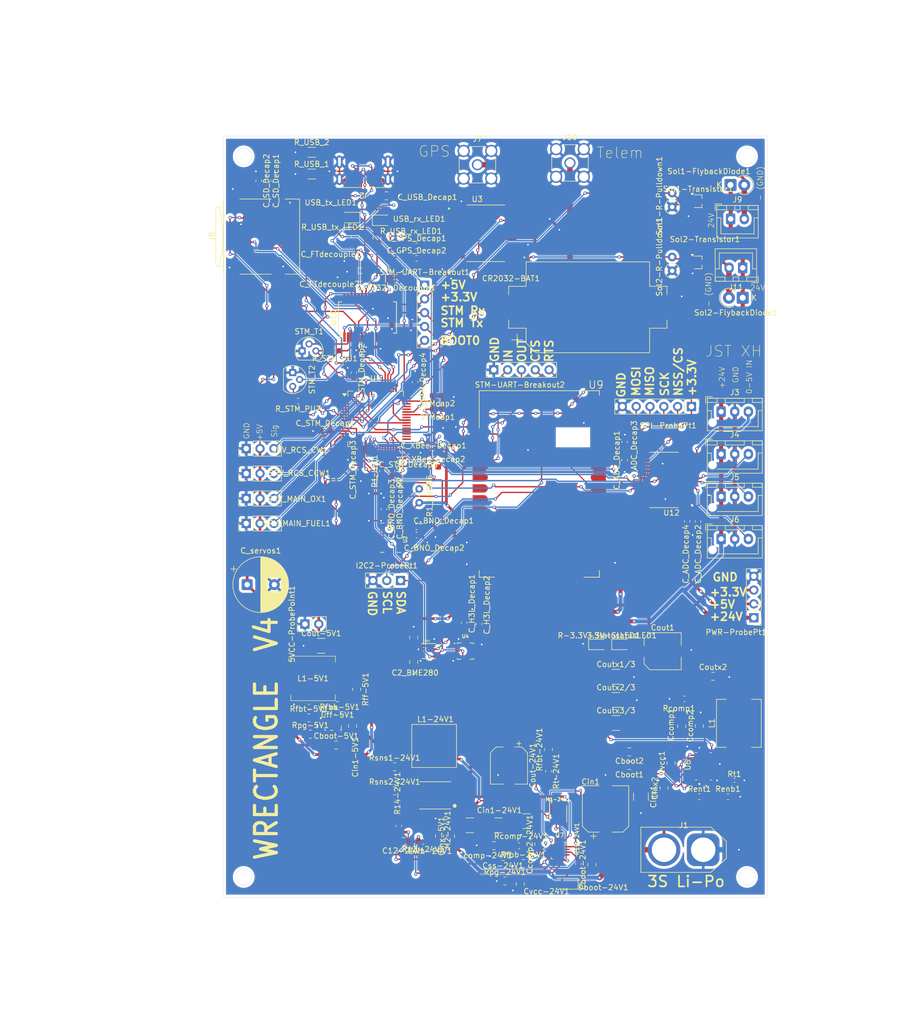
<source format=kicad_pcb>
(kicad_pcb (version 20241229) (generator "pcbnew") (generator_version "9.0")
  (layers (0 "F.Cu" signal) (2 "B.Cu" signal) (13 "F.Paste" user) (15 "B.Paste" user) (5 "F.SilkS" user "F.Silkscreen") (7 "B.SilkS" user "B.Silkscreen") (1 "F.Mask" user) (3 "B.Mask" user) (25 "Edge.Cuts" user))
  (net 0 "")
  (net 1 "V+3.3")
  (net 2 "Net-(3.3V-StatusLED1-K)")
  (net 3 "Net-(U7-ISNS-)")
  (net 4 "Net-(U7-ISNS+)")
  (net 5 "/5V-PowerCircuit/BOOT")
  (net 6 "Net-(U8-SW)")
  (net 7 "Net-(M1-24V1-D)")
  (net 8 "Net-(Dboot-24V1-K)")
  (net 9 "Net-(U6-BOOT1)")
  (net 10 "Net-(U6-SW1)")
  (net 11 "Net-(U6-BOOT2)")
  (net 12 "Net-(U6-SW2)")
  (net 13 "Net-(Ccomp-24V1-Pad1)")
  (net 14 "Net-(U6-COMP)")
  (net 15 "Net-(Ccomp1-Pad2)")
  (net 16 "/24V-PowerCircuit/COMP")
  (net 17 "Net-(Cff-5V1-Pad1)")
  (net 18 "Net-(U8-FB)")
  (net 19 "VBAT")
  (net 20 "Net-(Cin1-24V1-Pad2)")
  (net 21 "Net-(Cin2-24V1-Pad2)")
  (net 22 "5VCC")
  (net 23 "24VCC")
  (net 24 "V_CR2032")
  (net 25 "Net-(U7-SS)")
  (net 26 "Net-(Dboot-24V1-A)")
  (net 27 "Net-(U6-EXTVCC)")
  (net 28 "USBD-")
  (net 29 "0")
  (net 30 "USBD+")
  (net 31 "Net-(J2-CC2)")
  (net 32 "AIN3")
  (net 33 "AIN2")
  (net 34 "AIN1")
  (net 35 "AIN0")
  (net 36 "Net-(J7-In)")
  (net 37 "uSD_D3")
  (net 38 "uSD_CMD")
  (net 39 "uSD_CLK")
  (net 40 "uSD_D1")
  (net 41 "uSD_D2")
  (net 42 "Net-(J9-Pin_2)")
  (net 43 "Net-(J10-In)")
  (net 44 "Net-(J11-Pin_2)")
  (net 45 "Net-(L1-24V1-Pad1)")
  (net 46 "Net-(M1-24V1-G)")
  (net 47 "Net-(M2-24V1-G)")
  (net 48 "Net-(U2-BOOTN)")
  (net 49 "I2C2_SCL")
  (net 50 "I2C2_SDA")
  (net 51 "Net-(U7-VCC)")
  (net 52 "Net-(U6-EN{slash}UVLO)")
  (net 53 "/24V-PowerCircuit/FB")
  (net 54 "Net-(U8-PG)")
  (net 55 "Net-(U7-RT{slash}CLK)")
  (net 56 "Net-(U6-FSW)")
  (net 57 "BOOT0")
  (net 58 "NRST")
  (net 59 "Net-(USB_rx_LED1-K)")
  (net 60 "Net-(U10-CBUS1)")
  (net 61 "Net-(USB_tx_LED1-K)")
  (net 62 "Net-(U10-CBUS0)")
  (net 63 "Sol1_Sig")
  (net 64 "Sol2_Sig")
  (net 65 "SRV2")
  (net 66 "SRV1")
  (net 67 "SRV3")
  (net 68 "SRV4")
  (net 69 "STM_USB_TX")
  (net 70 "STM_USB_RX")
  (net 71 "Net-(U1-VCAP_1)")
  (net 72 "FT232_DTR")
  (net 73 "FT232_RTS")
  (net 74 "XBee_DIN")
  (net 75 "PA13")
  (net 76 "PB0")
  (net 77 "uSD_D0")
  (net 78 "PB13")
  (net 79 "PH1")
  (net 80 "PB2")
  (net 81 "PB14")
  (net 82 "PC13")
  (net 83 "XBee_CTS")
  (net 84 "PC7")
  (net 85 "PC3")
  (net 86 "SPI1_MOSI")
  (net 87 "PA8")
  (net 88 "PC6")
  (net 89 "PB15")
  (net 90 "PB1")
  (net 91 "PC2")
  (net 92 "SPI1_SCK")
  (net 93 "PC15")
  (net 94 "PB3")
  (net 95 "PC4")
  (net 96 "SPI1_MISO")
  (net 97 "PA15")
  (net 98 "XBee_RTS")
  (net 99 "PC5")
  (net 100 "SPI1_NSS{slash}CS")
  (net 101 "PA11")
  (net 102 "PC14")
  (net 103 "PB4")
  (net 104 "XBee_DOUT")
  (net 105 "PB5")
  (net 106 "PB12")
  (net 107 "PA12")
  (net 108 "PA14")
  (net 109 "PH0")
  (net 151 "/24V-PowerCircuit/BOOT")
  (net 182 "AIN4")
  (net 187 "AIN6")
  (net 188 "AIN5")
  (net 190 "AIN7")
  (net 197 "Net-(J2-CC1)")
  (footprint "Capacitor_SMD:C_0805_2012Metric_Pad1.18x1.45mm_HandSolder" (layer "F.Cu") (at 119.325 161.525 90)
    (property "Reference" "Cvcc-24V1")
    (property "Value" "10uF")
  )
  (footprint "Resistor_SMD:R_0805_2012Metric_Pad1.20x1.40mm_HandSolder" (layer "F.Cu") (at 116.5 161)
    (property "Reference" "Rpg-24V1")
    (property "Value" "100k")
  )
  (footprint "Inductor_SMD:L_Coilcraft_XAL7070-XXX" (layer "F.Cu") (at 103.5 136.16 -90)
    (property "Reference" "L1-24V1")
    (property "Value" "3.3uH")
  )
  (footprint "Capacitor_SMD:C_0603_1608Metric_Pad1.08x0.95mm_HandSolder" (layer "F.Cu") (at 71.25 32.25 -90)
    (property "Reference" "C_SD_Decap2")
    (property "Value" "10uF")
  )
  (footprint "Capacitor_SMD:C_0603_1608Metric_Pad1.08x0.95mm_HandSolder" (layer "F.Cu") (at 152.25 145.5)
    (property "Reference" "Rent1")
    (property "Value" "137k")
  )
  (footprint "Capacitor_SMD:C_0603_1608Metric_Pad1.08x0.95mm_HandSolder" (layer "F.Cu") (at 73 32.25 -90)
    (property "Reference" "C_SD_Decap1")
    (property "Value" "100nF")
  )
  (footprint "LED_SMD:LED_0805_2012Metric_Pad1.15x1.40mm_HandSolder" (layer "F.Cu") (at 94 39.5)
    (property "Reference" "USB_rx_LED1")
    (property "Value" "0805-LED2")
  )
  (footprint "Capacitor_SMD:C_0603_1608Metric_Pad1.08x0.95mm_HandSolder" (layer "F.Cu") (at 100.25 97.37 180)
    (property "Reference" "C_BNO_Decap2")
    (property "Value" "100nF")
  )
  (footprint "Capacitor_SMD:C_0603_1608Metric_Pad1.08x0.95mm_HandSolder" (layer "F.Cu") (at 104.1125 71.74 180)
    (property "Reference" "STMcap2")
    (property "Value" "2.2uF")
  )
  (footprint "Resistor_SMD:R_0805_2012Metric_Pad1.20x1.40mm_HandSolder" (layer "F.Cu") (at 96.25 144.41)
    (property "Reference" "Rsns2-24V1")
    (property "Value" "7m")
  )
  (footprint "Connector_JST:JST_XH_B3B-XH-AM_1x03_P2.50mm_Vertical" (layer "F.Cu") (at 156.25 98.1)
    (property "Reference" "J6")
    (property "Value" "AnalogIn-Terminal0")
  )
  (footprint "Package_TO_SOT_THT:TO-92L" (layer "F.Cu") (at 77.5 67.5 -90)
    (property "Reference" "STM_T2")
    (property "Value" "2N3904")
  )
  (footprint "Capacitor_SMD:C_0603_1608Metric_Pad1.08x0.95mm_HandSolder" (layer "F.Cu") (at 138.5 83.6125 90)
    (property "Reference" "C_ADC_Decap1")
    (property "Value" "10uF")
  )
  (footprint "CSD18543Q3A:TRANS_CSD18543Q3A" (layer "F.Cu") (at 126.275 148.65 90)
    (property "Reference" "M1-24V1")
    (property "Value" "60V")
  )
  (footprint "Capacitor_SMD:C_0603_1608Metric_Pad1.08x0.95mm_HandSolder" (layer "F.Cu") (at 119.1125 154.5 180)
    (property "Reference" "Rcomp-24V1")
    (property "Value" "5.62k")
  )
  (footprint "Connector_USB:USB_C_Receptacle_Amphenol_124019772112A" (layer "F.Cu") (at 90.55 28.925 180)
    (property "Reference" "J2")
    (property "Value" "USB_C_Receptacle_USB2.0_16P")
  )
  (footprint "BME280:PSON65P250X250X100-8N" (layer "F.Cu") (at 102.5 118.72)
    (property "Reference" "U11")
    (property "Value" "BME280")
  )
  (footprint "Diode_THT:D_DO-41_SOD81_P2.54mm_Vertical_KathodeUp" (layer "F.Cu") (at 160.21 53.75 180)
    (property "Reference" "Sol2-FlybackDiode1")
    (property "Value" "1N4004")
  )
  (footprint "Capacitor_SMD:C_0603_1608Metric_Pad1.08x0.95mm_HandSolder" (layer "F.Cu") (at 157.5 145.5)
    (property "Reference" "Renb1")
    (property "Value" "100k")
  )
  (footprint "Capacitor_SMD:C_0603_1608Metric_Pad1.08x0.95mm_HandSolder" (layer "F.Cu") (at 100.25 95.87 180)
    (property "Reference" "C_BNO_Decap1")
    (property "Value" "100nF")
  )
  (footprint "Capacitor_SMD:C_0603_1608Metric_Pad1.08x0.95mm_HandSolder" (layer "F.Cu") (at 103.3875 84.87)
    (property "Reference" "C_XBee_Decap2")
    (property "Value" "100nF")
  )
  (footprint "Resistor_SMD:R_0805_2012Metric_Pad1.20x1.40mm_HandSolder" (layer "F.Cu") (at 124.5 136.82 90)
    (property "Reference" "Rfbt-24V1")
    (property "Value" "205k")
  )
  (footprint "XBP9X-DMUS-001:XCVR_XBP9X-DMUS-001" (layer "F.Cu") (at 122.8225 87.9925)
    (property "Reference" "U9")
    (property "Value" "XBP9X-DMUS-001")
  )
  (footprint "Diode_SMD:D_SOD-123F" (layer "F.Cu") (at 127.75 161.5 180)
    (property "Reference" "Dboot-24V1")
    (property "Value" "510mV")
  )
  (footprint "TPS56637RPAR:CONV_TPS56637RPAR" (layer "F.Cu") (at 84.924 131.78)
    (property "Reference" "U8")
    (property "Value" "TPS56637RPAR")
  )
  (footprint "Capacitor_SMD:C_0603_1608Metric_Pad1.08x0.95mm_HandSolder" (layer "F.Cu") (at 98.75 83 180)
    (property "Reference" "C_STM_Decap5")
    (property "Value" "100nF")
  )
  (footprint "Capacitor_SMD:C_0805_2012Metric_Pad1.18x1.45mm_HandSolder" (layer "F.Cu") (at 139.3875 137.24 180)
    (property "Reference" "Cboot2")
    (property "Value" "100nF")
  )
  (footprint "Capacitor_SMD:C_0603_1608Metric_Pad1.08x0.95mm_HandSolder" (layer "F.Cu") (at 103.3875 82.36)
    (property "Reference" "C_XBee-Decap1")
    (property "Value" "10uF")
  )
  (footprint "Capacitor_SMD:C_0603_1608Metric_Pad1.08x0.95mm_HandSolder" (layer "F.Cu") (at 109 113.5 -90)
    (property "Reference" "C_H3L_Decap1")
    (property "Value" "10uF")
  )
  (footprint "Capacitor_SMD:C_1210_3225Metric_Pad1.33x2.70mm_HandSolder" (layer "F.Cu") (at 136.92 131.95)
    (property "Reference" "Coutx3/3")
    (property "Value" "22uF")
  )
  (footprint "Capacitor_SMD:C_0805_2012Metric_Pad1.18x1.45mm_HandSolder" (layer "F.Cu") (at 122.75 154.25 90)
    (property "Reference" "Ccomp2-24V1")
    (property "Value" "390pF")
  )
  (footprint "Capacitor_SMD:C_Elec_6.3x5.8" (layer "F.Cu") (at 145.5 118.75)
    (property "Reference" "Cout1")
    (property "Value" "220uF")
  )
  (footprint "Capacitor_SMD:C_0805_2012Metric_Pad1.18x1.45mm_HandSolder" (layer "F.Cu") (at 114.5 154.5 180)
    (property "Reference" "Ccomp-24V1")
    (property "Value" "2.2nF")
  )
  (footprint "Connector_PinHeader_2.54mm:PinHeader_1x04_P2.54mm_Vertical" (layer "F.Cu") (at 162.25 112.58 180)
    (property "Reference" "PWR-ProbePt1")
    (property "Value" "4pin")
  )
  (footprint "LED_SMD:LED_0805_2012Metric_Pad1.15x1.40mm_HandSolder" (layer "F.Cu") (at 88 39 180)
    (property "Reference" "USB_tx_LED1")
    (property "Value" "0805-LED1")
  )
  (footprint "Capacitor_SMD:C_0805_2012Metric_Pad1.18x1.45mm_HandSolder" (layer "F.Cu") (at 99.75 120.72 90)
    (property "Reference" "C1_BME280" (hide yes))
    (property "Value" "100nF")
  )
  (footprint "Resistor_SMD:R_0805_2012Metric_Pad1.20x1.40mm_HandSolder" (layer "F.Cu") (at 96.25 140)
    (property "Reference" "Rsns1-24V1")
    (property "Value" "7m")
  )
  (footprint "Connector_JST:JST_XH_B2B-XH-A_1x02_P2.50mm_Vertical" (layer "F.Cu") (at 160.21 48.25 180)
    (property "Reference" "J11")
    (property "Value" "Sol2-Connector")
  )
  (footprint "Resistor_SMD:R_1206_3216Metric_Pad1.30x1.75mm_HandSolder" (layer "F.Cu") (at 81 31)
    (property "Reference" "R_USB_1")
    (property "Value" "5k")
  )
  (footprint "Resistor_SMD:R_0805_2012Metric_Pad1.20x1.40mm_HandSolder" (layer "F.Cu") (at 89 42.5 90)
    (property "Reference" "R_USB_tx_LED1")
    (property "Value" "1k")
  )
  (footprint "Connector_PinHeader_2.54mm:PinHeader_1x05_P2.54mm_Vertical" (layer "F.Cu") (at 114.46 67 90)
    (property "Reference" "STM-UART-Breakout2")
    (property "Value" "1x7 Connector")
  )
  (footprint "Capacitor_THT:CP_Radial_D10.0mm_P5.00mm" (layer "F.Cu") (at 69.132323 106.5)
    (property "Reference" "C_servos1")
    (property "Value" "1000uF")
  )
  (footprint "TPS43060RTER:QFN50P300X300X80-17N" (layer "F.Cu") (at 126.5 155.44)
    (property "Reference" "U7")
    (property "Value" "TPS43060RTER")
  )
  (footprint "Capacitor_SMD:C_0805_2012Metric_Pad1.18x1.45mm_HandSolder" (layer "F.Cu") (at 104.5 152.75 -90)
    (property "Reference" "Cvin-24V1")
    (property "Value" "100nF")
  )
  (footprint "Capacitor_SMD:C_0805_2012Metric_Pad1.18x1.45mm_HandSolder" (layer "F.Cu") (at 99.75 116.25 90)
    (property "Reference" "C2_BME280")
    (property "Value" "100nF")
  )
  (footprint "Capacitor_SMD:C_0805_2012Metric_Pad1.18x1.45mm_HandSolder" (layer "F.Cu") (at 132.5 158 90)
    (property "Reference" "Cboot-24V1")
    (property "Value" "220nF")
  )
  (footprint "Capacitor_SMD:C_0805_2012Metric_Pad1.18x1.45mm_HandSolder" (layer "F.Cu") (at 96.5 50.25 180)
    (property "Reference" "CFT232-Decouple1")
    (property "Value" "100nF")
  )
  (footprint "Capacitor_SMD:C_0603_1608Metric_Pad1.08x0.95mm_HandSolder" (layer "F.Cu") (at 85.25 63.5 180)
    (property "Reference" "R_STM_PU1")
    (property "Value" "4.7k")
  )
  (footprint "Connector_Coaxial:SMA_Amphenol_901-144_Vertical" (layer "F.Cu") (at 111.46 29.29)
    (property "Reference" "J7")
    (property "Value" "GPS-Antenna")
  )
  (footprint "Capacitor_SMD:C_0603_1608Metric_Pad1.08x0.95mm_HandSolder" (layer "F.Cu") (at 88.75 67.5 -90)
    (property "Reference" "C_STM_Decap2")
    (property "Value" "100nF")
  )
  (footprint "Ti:VREG_TPS55289RYQR" (layer "F.Cu") (at 153 139.9 90)
    (property "Reference" "U6")
    (property "Value" "TPS55289RYQR")
  )
  (footprint "Capacitor_SMD:C_0603_1608Metric_Pad1.08x0.95mm_HandSolder" (layer "F.Cu") (at 100.25 44.25)
    (property "Reference" "C_GPS_Decap1")
    (property "Value" "10uF")
  )
  (footprint "Resistor_SMD:R_1206_3216Metric_Pad1.30x1.75mm_HandSolder" (layer "F.Cu") (at 81 27)
    (property "Reference" "R_USB_2")
    (property "Value" "5k")
  )
  (footprint "Connector_PinHeader_2.54mm:PinHeader_1x03_P2.54mm_Vertical" (layer "F.Cu") (at 68.96 90.66 90)
    (property "Reference" "SRV_MAIN_OX1")
    (property "Value" "Conn_01x03_Pin" (hide yes))
  )
  (footprint "Connector_JST:JST_XH_B2B-XH-A_1x02_P2.50mm_Vertical" (layer "F.Cu") (at 158 39.25)
    (property "Reference" "J9")
    (property "Value" "Sol1-Connector")
  )
  (footprint "Capacitor_SMD:C_0603_1608Metric_Pad1.08x0.95mm_HandSolder" (layer "F.Cu") (at 149.5 127.5 180)
    (property "Reference" "Rcomp1")
    (property "Value" "105k")
  )
  (footprint "Capacitor_SMD:C_0603_1608Metric_Pad1.08x0.95mm_HandSolder" (layer "F.Cu") (at 95.75 92.62 -90)
    (property "Reference" "C_BNO_Decap4")
    (property "Value" "10uF")
  )
  (footprint "LED_SMD:LED_0805_2012Metric_Pad1.15x1.40mm_HandSolder" (layer "F.Cu") (at 133.75 117.5)
    (property "Reference" "R-3.3V-StatusLED1")
    (property "Value" "1k")
  )
  (footprint "Capacitor_SMD:C_0805_2012Metric_Pad1.18x1.45mm_HandSolder" (layer "F.Cu") (at 97.8875 153.75 180)
    (property "Reference" "C12-24V1")
    (property "Value" "100pF")
  )
  (footprint "Package_TO_SOT_THT:TO-92L" (layer "F.Cu") (at 79.23 63.52)
    (property "Reference" "STM_T1")
    (property "Value" "2N3904")
  )
  (footprint "Capacitor_SMD:C_1210_3225Metric_Pad1.33x2.70mm_HandSolder" (layer "F.Cu") (at 120.5 150)
    (property "Reference" "Cin3-24V1" (hide yes))
    (property "Value" "10uF")
  )
  (footprint "Battery:BatteryHolder_Keystone_1060_1x2032" (layer "F.Cu") (at 131.75 55.5)
    (property "Reference" "CR2032-BAT1")
    (property "Value" "Conn_01x02_Socket")
  )
  (footprint "Capacitor_SMD:C_0805_2012Metric_Pad1.18x1.45mm_HandSolder" (layer "F.Cu") (at 147.025 139.2875 90)
    (property "Reference" "Cvcc1")
    (property "Value" "4.7uF")
  )
  (footprint "Capacitor_SMD:C_0805_2012Metric_Pad1.18x1.45mm_HandSolder" (layer "F.Cu") (at 152.25 132.5 90)
    (property "Reference" "Ccomp2")
    (property "Value" "6.8pF")
  )
  (footprint "Connector_JST:JST_XH_B3B-XH-AM_1x03_P2.50mm_Vertical" (layer "F.Cu") (at 156.25 90.3)
    (property "Reference" "J5")
    (property "Value" "AnalogIn-Terminal1")
  )
  (footprint "Capacitor_SMD:C_0805_2012Metric_Pad1.18x1.45mm_HandSolder" (layer "F.Cu") (at 154.75 123.35)
    (property "Reference" "Coutx2")
    (property "Value" "1uF")
  )
  (footprint "Capacitor_SMD:C_0805_2012Metric_Pad1.18x1.45mm_HandSolder" (layer "F.Cu") (at 145.75 143.925 90)
    (property "Reference" "Cinx2")
    (property "Value" "1uF")
  )
  (footprint "H3LIS331DLTR:QFN300X300X100-16N" (layer "F.Cu") (at 109.25 118.72)
    (property "Reference" "U4")
    (property "Value" "H3LIS331DLTR")
  )
  (footprint "Package_QFP:LQFP-64_10x10mm_P0.5mm" (layer "F.Cu") (at 92.75 76)
    (property "Reference" "U1")
    (property "Value" "STM32F405RGTx")
  )
  (footprint "Resistor_SMD:R_0805_2012Metric_Pad1.20x1.40mm_HandSolder" (layer "F.Cu") (at 80.5 131)
    (property "Reference" "Rfbt-5V1")
    (property "Value" "73.2k")
  )
  (footprint "Capacitor_SMD:C_0603_1608Metric_Pad1.08x0.95mm_HandSolder" (layer "F.Cu") (at 101.5 153.75 180)
    (property "Reference" "R13-24V1")
    (property "Value" "10")
  )
  (footprint "Connector_PinHeader_2.54mm:PinHeader_1x06_P2.54mm_Vertical" (layer "F.Cu") (at 150.79 73.75 -90)
    (property "Reference" "SPI-ProbePt1")
    (property "Value" "6pin")
  )
  (footprint "Capacitor_SMD:C_0603_1608Metric_Pad1.08x0.95mm_HandSolder" (layer "F.Cu") (at 130 157.8625 -90)
    (property "Reference" "R19-24V1")
    (property "Value" "2")
  )
  (footprint "Capacitor_SMD:C_0603_1608Metric_Pad1.08x0.95mm_HandSolder" (layer "F.Cu") (at 111.75 113.75 -90)
    (property "Reference" "C_H3L_Decap2")
    (property "Value" "100nF")
  )
  (footprint "Capacitor_SMD:C_0603_1608Metric_Pad1.08x0.95mm_HandSolder" (layer "F.Cu") (at 95.75 85.62 -90)
    (property "Reference" "R2_I2C1")
    (property "Value" "4.7k")
  )
  (footprint "Capacitor_SMD:C_0805_2012Metric_Pad1.18x1.45mm_HandSolder" (layer "F.Cu") (at 139.3875 139.75 180)
    (property "Reference" "Cboot1")
    (property "Value" "100nF")
  )
  (footprint "IHLP3232DZER330M11:IHLP3232DZER330M11" (layer "F.Cu") (at 81.25 123.75)
    (property "Reference" "L1-5V1")
    (property "Value" "3.3uH")
  )
  (footprint "Capacitor_SMD:C_1210_3225Metric_Pad1.33x2.70mm_HandSolder" (layer "F.Cu") (at 115.3125 150.75)
    (property "Reference" "Cin2-24V1" (hide yes))
    (property "Value" "10uF")
  )
  (footprint "Capacitor_SMD:C_0603_1608Metric_Pad1.08x0.95mm_HandSolder" (layer "F.Cu") (at 152 94.8875 90)
    (property "Reference" "C_ADC_Decap2")
    (property "Value" "10uF")
  )
  (footprint "Resistor_SMD:R_0805_2012Metric_Pad1.20x1.40mm_HandSolder" (layer "F.Cu") (at 119.9 157.8)
    (property "Reference" "Rfbb-24V1")
    (property "Value" "11k")
  )
  (footprint "Resistor_SMD:R_0805_2012Metric_Pad1.20x1.40mm_HandSolder" (layer "F.Cu") (at 89.25 125.75 -90)
    (property "Reference" "Rff-5V1")
    (property "Value" "20k")
  )
  (footprint "Connector_JST:JST_XH_B3B-XH-AM_1x03_P2.50mm_Vertical" (layer "F.Cu") (at 156.25 74.7)
    (property "Reference" "J3")
    (property "Value" "AnalogIn-Terminal3")
  )
  (footprint "Capacitor_SMD:CP_Elec_6.3x7.7" (layer "F.Cu") (at 117.25 139.77 -90)
    (property "Reference" "Cout-24V1")
    (property "Value" "33uF")
  )
  (footprint "Connector_PinHeader_2.54mm:PinHeader_1x03_P2.54mm_Vertical" (layer "F.Cu") (at 68.96 95.25 90)
    (property "Reference" "SRV_MAIN_FUEL1")
    (property "Value" "Conn_01x03_Pin")
  )
  (footprint "Capacitor_SMD:C_0805_2012Metric_Pad1.18x1.45mm_HandSolder" (layer "F.Cu") (at 88.5 132.5 -90)
    (property "Reference" "Cin1-5V1")
    (property "Value" "15uF 1.669mOhm")
  )
  (footprint "Capacitor_SMD:C_0603_1608Metric_Pad1.08x0.95mm_HandSolder" (layer "F.Cu") (at 124.5 140.82 -90)
    (property "Reference" "Rt-24V1")
    (property "Value" "R_US")
  )
  (footprint "Diode_THT:D_DO-41_SOD81_P2.54mm_Vertical_KathodeUp" (layer "F.Cu") (at 157.96 33)
    (property "Reference" "Sol1-FlybackDiode1")
    (property "Value" "1N4004")
  )
  (footprint "Capacitor_SMD:C_0603_1608Metric_Pad1.08x0.95mm_HandSolder" (layer "F.Cu") (at 150 94.8875 90)
    (property "Reference" "C_ADC_Decap4")
    (property "Value" "100nF")
  )
  (footprint "Capacitor_SMD:C_1210_3225Metric_Pad1.33x2.70mm_HandSolder" (layer "F.Cu") (at 136.92 123.45)
    (property "Reference" "Coutx1/3")
    (property "Value" "22uF")
  )
  (footprint "Connector_Card:microSD_HC_Wuerth_693072010801" (layer "F.Cu") (at 70.6725 42.5 90)
    (property "Reference" "J8")
    (property "Value" "Micro_SD_Card")
  )
  (footprint "Capacitor_SMD:C_0805_2012Metric_Pad1.18x1.45mm_HandSolder" (layer "F.Cu") (at 85.75 128.75 180)
    (property "Reference" "Cff-5V1")
    (property "Value" "100pF")
  )
  (footprint "Capacitor_SMD:C_0805_2012Metric_Pad1.18x1.45mm_HandSolder" (layer "F.Cu") (at 85.5 136)
    (property "Reference" "Cboot-5V1")
    (property "Value" "100nF 280mOhm")
  )
  (footprint "Capacitor_SMD:C_1210_3225Metric_Pad1.33x2.70mm_HandSolder" (layer "F.Cu") (at 82.75 117.75)
    (property "Reference" "Cout-5V1")
    (property "Value" "47uF")
  )
  (footprint "Package_TO_SOT_SMD:SOT-323_SC-70_Handsoldering" (layer "F.Cu") (at 152 36)
    (property "Reference" "Sol1-Transistor1")
    (property "Value" "RTR030N05HZG")
  )
  (footprint "Connector_PinHeader_2.54mm:PinHeader_1x03_P2.54mm_Vertical" (layer "F.Cu") (at 97.33 105.75 -90)
    (property "Reference" "I2C2-ProbePt1")
    (property "Value" "Conn_01x03_Pin")
  )
  (footprint "Capacitor_SMD:C_0805_2012Metric_Pad1.18x1.45mm_HandSolder" (layer "F.Cu") (at 149 132.5375 90)
    (property "Reference" "Ccomp1")
    (property "Value" "1nF")
  )
  (footprint "Capacitor_SMD:C_1210_3225Metric_Pad1.33x2.70mm_HandSolder" (layer "F.Cu") (at 136.92 127.7)
    (property "Reference" "Coutx2/3")
    (property "Value" "22uF")
  )
  (footprint "Inductor_SMD:L_APV_APH0850" (layer "F.Cu") (at 159.5 132 90)
    (property "Reference" "L1")
    (property "Value" "3.8uH")
  )
  (footprint "Connector_JST:JST_XH_B3B-XH-AM_1x03_P2.50mm_Vertical" (layer "F.Cu") (at 156.25 82.5)
    (property "Reference" "J4")
    (property "Value" "AnalogIn-Terminal2")
  )
  (footprint "Capacitor_SMD:C_0603_1608Metric_Pad1.08x0.95mm_HandSolder" (layer "F.Cu") (at 80.5 129 180)
    (property "Reference" "Rfbb-5V1")
    (property "Value" "10k")
  )
  (footprint "CSD18514Q5A:MOSFET_CSD19531Q5A" (layer "F.Cu") (at 103.69875 145.25 180)
    (property "Reference" "M2-24V1")
    (property "Value" "40V")
  )
  (footprint "Capacitor_SMD:C_0603_1608Metric_Pad1.08x0.95mm_HandSolder" (layer "F.Cu") (at 104.1125 74.25 180)
    (property "Reference" "STMcap1")
    (property "Value" "2.2uF")
  )
  (footprint "Capacitor_SMD:C_1210_3225Metric_Pad1.33x2.70mm_HandSolder" (layer "F.Cu") (at 141.5 145.5 -90)
    (property "Reference" "Cinx1")
    (property "Value" "10uF")
  )
  (footprint "Capacitor_SMD:CP_Elec_8x11.9" (layer "F.Cu") (at 135 147.75 90)
    (property "Reference" "Cin1")
    (property "Value" "180uF")
  )
  (footprint "Connector_PinHeader_2.54mm:PinHeader_1x05_P2.54mm_Vertical" (layer "F.Cu") (at 101.75 51.42)
    (property "Reference" "STM-UART-Breakout1")
    (property "Value" "1x7 Connector")
  )
  (footprint "MAX-M10S-00B:XCVR_MAX-M10S-00B" (layer "F.Cu") (at 113 41.75)
    (property "Reference" "U3")
    (property "Value" "MAX-M10S-00B")
  )
  (footprint "Capacitor_SMD:C_0805_2012Metric_Pad1.18x1.45mm_HandSolder" (layer "F.Cu") (at 106.5 152.75 90)
    (property "Reference" "Cinx-5V1")
    (property "Value" "100nF")
  )
  (footprint "LED_SMD:LED_0805_2012Metric_Pad1.15x1.40mm_HandSolder" (layer "F.Cu") (at 138 117.5)
    (property "Reference" "3.3V-StatusLED1")
    (property "Value" "0805-LED0")
  )
  (footprint "Capacitor_SMD:C_0603_1608Metric_Pad1.08x0.95mm_HandSolder" (layer "F.Cu") (at 100.25 46.5)
    (property "Reference" "C_GPS_Decap2")
    (property "Value" "100nF")
  )
  (footprint "Capacitor_SMD:C_0603_1608Metric_Pad1.08x0.95mm_HandSolder" (layer "F.Cu") (at 90 85.3875 90)
    (property "Reference" "C_STM_Decap3")
    (property "Value" "100nF")
  )
  (footprint "Connector_Coaxial:SMA_Amphenol_901-144_Vertical" (layer "F.Cu") (at 128.46 28.96)
    (property "Reference" "J10")
    (property "Value" "xBee-Antenna1")
  )
  (footprint "Capacitor_SMD:C_0805_2012Metric_Pad1.18x1.45mm_HandSolder" (layer "F.Cu") (at 90 50 180)
    (property "Reference" "C_FTdecouple2")
    (property "Value" "4.7uF")
  )
  (footprint "Resistor_THT:R_Axial_DIN0207_L6.3mm_D2.5mm_P2.54mm_Vertical" (layer "F.Cu") (at 147.25 37.045 90)
    (property "Reference" "Sol1-R-Pulldown1")
    (property "Value" "10k")
  )
  (footprint "Capacitor_SMD:C_0805_2012Metric_Pad1.18x1.45mm_HandSolder" (layer "F.Cu") (at 90 47.5 180)
    (property "Reference" "C_FTdecouple1")
    (property "Value" "100nF")
  )
  (footprint "BNO085:IC_BNO085" (layer "F.Cu") (at 95.5 97.87 -90)
    (property "Reference" "U2")
    (property "Value" "BNO085_C5189642")
  )
  (footprint "Capacitor_SMD:C_0603_1608Metric_Pad1.08x0.95mm_HandSolder" (layer "F.Cu") (at 100 69.25 -90)
    (property "Reference" "C_STM_Decap4")
    (property "Value" "100nF")
  )
  (footprint "Package_TO_SOT_SMD:SOT-323_SC-70_Handsoldering" (layer "F.Cu") (at 152 47.25)
    (property "Reference" "Sol2-Transistor1")
    (property "Value" "RTR030N05HZG")
  )
  (footprint "Package_SO:SSOP-28_5.3x10.2mm_P0.65mm" (layer "F.Cu") (at 91.25 57.38 90)
    (property "Reference" "U10")
    (property "Value" "FT232RL")
  )
  (footprint "Capacitor_SMD:C_0603_1608Metric_Pad1.08x0.95mm_HandSolder" (layer "F.Cu") (at 138.5 80.25 -90)
    (property "Reference" "C_ADC_Decap3")
    (property "Value" "100nF")
  )
  (footprint "Connector_PinHeader_2.54mm:PinHeader_1x02_P2.54mm_Vertical" (layer "F.Cu") (at 79.75 113.75 90)
    (property "Reference" "5VCC-ProbePoint1")
    (property "Value" "Conn_01x02_Pin")
  )
  (footprint "Connector_PinHeader_2.54mm:PinHeader_1x03_P2.54mm_Vertical" (layer "F.Cu") (at 68.96 81.48 90)
    (property "Reference" "SRV_RCS_CW1")
    (property "Value" "Conn_01x03_Pin")
  )
  (footprint "ADS1256IDBRG4:SOP65P780X200-28N" (layer "F.Cu") (at 145.75 87.25 180)
    (property "Reference" "U12")
    (property "Value" "ADS1256IDBRG4")
  )
  (footprint "Capacitor_SMD:C_0603_1608Metric_Pad1.08x0.95mm_HandSolder" (layer "F.Cu") (at 83.5 78.25)
    (property "Reference" "C_STM_Decap1")
    (property "Value" "100nF")
  )
  (footprint "Resistor_THT:R_Axial_DIN0204_L3.6mm_D1.6mm_P2.54mm_Vertical" (layer "F.Cu") (at 100.75 88.9 -90)
    (property "Reference" "R1_BNO85")
    (property "Value" "10k")
  )
  (footprint "Resistor_SMD:R_0805_2012Metric_Pad1.20x1.40mm_HandSolder" (layer "F.Cu") (at 93 42.75 90)
    (property "Reference" "R_USB_rx_LED1")
    (property "Value" "1k")
  )
  (footprint "Capacitor_SMD:C_0603_1608Metric_Pad1.08x0.95mm_HandSolder" (layer "F.Cu") (at 94.25 92.62 -90)
    (property "Reference" "C_BNO_Decap3")
    (property "Value" "10uF")
  )
  (footprint "Capacitor_SMD:C_1210_3225Metric_Pad1.33x2.70mm_HandSolder" (layer "F.Cu") (at 110.0625 150.75)
    (property "Reference" "Cin1-24V1")
    (property "Value" "10uF")
  )
  (footprint "Capacitor_SMD:C_0805_2012Metric_Pad1.18x1.45mm_HandSolder" (layer "F.Cu") (at 116.15 156.48339 180)
    (property "Reference" "Css-24V1")
    (property "Value" "4.7nF")
  )
  (footprint "Capacitor_SMD:C_0402_1005Metric_Pad0.74x0.62mm_HandSolder" (layer "F.Cu") (at 158.6825 142.5)
    (property "Reference" "Rt1")
    (property "Value" "48.7k")
  )
  (footprint "Resistor_SMD:R_0805_2012Metric_Pad1.20x1.40mm_HandSolder" (layer "F.Cu") (at 80.75 134)
    (property "Reference" "Rpg-5V1")
    (property "Value" "100k")
  )
  (footprint "Capacitor_SMD:C_0603_1608Metric_Pad1.08x0.95mm_HandSolder" (layer "F.Cu") (at 94 85.62 90)
    (property "Reference" "R1_I2C1")
    (property "Value" "4.7k")
  )
  (footprint "Connector_PinHeader_2.54mm:PinHeader_1x03_P2.54mm_Vertical" (layer "F.Cu") (at 68.96 86.07 90)
    (property "Reference" "SRV_RCS_CCW1")
    (property "Value" "Conn_01x03_Pin")
  )
  (footprint "Capacitor_SMD:C_0805_2012Metric_Pad1.18x1.45mm_HandSolder" (layer "F.Cu") (at 94.75 35 180)
    (property "Reference" "C_USB_Decap1")
    (property "Value" "10nF")
  )
  (footprint "Resistor_THT:R_Axial_DIN0207_L6.3mm_D2.5mm_P2.54mm_Vertical" (layer "F.Cu") (at 147.25 48.795 90)
    (property "Reference" "Sol2-R-Pulldown1")
    (property "Value" "10k")
  )
  (footprint "Capacitor_SMD:C_0603_1608Metric_Pad1.08x0.95mm_HandSolder" (layer "F.Cu") (at 78.5 72.75 180)
    (property "Reference" "R_STM_PU2")
    (property "Value" "4.7k")
  )
  (footprint "Connector_AMASS:AMASS_XT60-F_1x02_P7.20mm_Vertical" (layer "F.Cu") (at 152.95 155.25 180)
    (property "Reference" "J1")
    (property "Value" "Conn_01x02_Socket")
  )
  (footprint "Capacitor_SMD:C_0603_1608Metric_Pad1.08x0.95mm_HandSolder" (layer "F.Cu") (at 97 150.8625 90)
    (property "Reference" "R14-24V1")
    (property "Value" "10")
  )
  (gr_circle (center 68.5 27.75) (end 70 27.75) (stroke (width 0.05)) (fill no) (layer "Edge.Cuts"))
  (gr_circle (center 161 160.25) (end 162.5 160.25) (stroke (width 0.05)) (fill no) (layer "Edge.Cuts"))
  (gr_circle (center 161 27.75) (end 162.5 27.75) (stroke (width 0.05)) (fill no) (layer "Edge.Cuts"))
  (gr_circle (center 68.5 160.25) (end 70 160.25) (stroke (width 0.05)) (fill no) (layer "Edge.Cuts"))
  (gr_rect (start 64.75 24) (end 164.75 164) (stroke (width 0.05)) (fill no) (layer "Edge.Cuts"))
  (gr_text "- (GND)" (at 154.5 55.5 90) (layer "F.SilkS") (effects (font (size 1 1) (thickness 0.1)) (justify left bottom)))
  (gr_text "GND" (at 159.5 69.5 90) (layer "F.SilkS") (effects (font (size 1 1) (thickness 0.1)) (justify left bottom)))
  (gr_text "JST XH" (at 153.25 64.75 0) (layer "F.SilkS") (effects (font (size 2 2) (thickness 0.1)) (justify left bottom)))
  (gr_text "WRECTANGLE  V4" (at 75 157.5 90) (layer "F.SilkS") (effects (font (size 4 3.5) (thickness 0.6) (bold yes)) (justify left bottom)))
  (gr_text "STM Rx" (at 104.5 57 0) (layer "F.SilkS") (effects (font (size 1.5 1.5) (thickness 0.3) (bold yes)) (justify left bottom)))
  (gr_text "IN" (at 118 65.75 90) (layer "F.SilkS") (effects (font (size 1.5 1.5) (thickness 0.3) (bold yes)) (justify left bottom)))
  (gr_text "-" (at 161.75 111 0) (layer "F.SilkS") (effects (font (size 1.5 1.5) (thickness 0.3) (bold yes)) (justify left bottom)))
  (gr_text "+3.3V" (at 154 108.75 0) (layer "F.SilkS") (effects (font (size 1.5 1.5) (thickness 0.3) (bold yes)) (justify left bottom)))
  (gr_text "CTS" (at 123 65.75 90) (layer "F.SilkS") (effects (font (size 1.5 1.5) (thickness 0.3) (bold yes)) (justify left bottom)))
  (gr_text "0-5V IN" (at 162 71.5 90) (layer "F.SilkS") (effects (font (size 1 1) (thickness 0.1)) (justify left bottom)))
  (gr_text "3S Li-Po" (at 142.5 162.25 0) (layer "F.SilkS") (effects (font (size 2 2) (thickness 0.3) (bold yes)) (justify left bottom)))
  (gr_text "GPS" (at 100.5 28 0) (layer "F.SilkS") (effects (font (size 2 2) (thickness 0.1)) (justify left bottom)))
  (gr_text "BOOT0" (at 104.5 62.5 0) (layer "F.SilkS") (effects (font (size 1.5 1.5) (thickness 0.3) (bold yes)) (justify left bottom)))
  (gr_text "RTS" (at 125.5 65.75 90) (layer "F.SilkS") (effects (font (size 1.5 1.5) (thickness 0.3) (bold yes)) (justify left bottom)))
  (gr_text "24V" (at 155 41 90) (layer "F.SilkS") (effects (font (size 1 1) (thickness 0.1)) (justify left bottom)))
  (gr_text "SCK" (at 146.75 72 90) (layer "F.SilkS") (effects (font (size 1.5 1.5) (thickness 0.3) (bold yes)) (justify left bottom)))
  (gr_text "SDA" (at 96.5 107.5 270) (layer "F.SilkS") (effects (font (size 1.5 1.5) (thickness 0.3) (bold yes)) (justify left bottom)))
  (gr_text "24V" (at 161.5 52.5 0) (layer "F.SilkS") (effects (font (size 1 1) (thickness 0.1)) (justify left bottom)))
  (gr_text "STM Tx" (at 104.5 59.25 0) (layer "F.SilkS") (effects (font (size 1.5 1.5) (thickness 0.3) (bold yes)) (justify left bottom)))
  (gr_text "- (GND)" (at 164 36 90) (layer "F.SilkS") (effects (font (size 1 1) (thickness 0.1)) (justify left bottom)))
  (gr_text "+5V" (at 154 111 0) (layer "F.SilkS") (effects (font (size 1.5 1.5) (thickness 0.3) (bold yes)) (justify left bottom)))
  (gr_text "+3.3V" (at 151.75 72 90) (layer "F.SilkS") (effects (font (size 1.5 1.5) (thickness 0.3) (bold yes)) (justify left bottom)))
  (gr_text "GND" (at 91.25 107.5 270) (layer "F.SilkS") (effects (font (size 1.5 1.5) (thickness 0.3) (bold yes)) (justify left bottom)))
  (gr_text "OUT" (at 120.5 65.75 90) (layer "F.SilkS") (effects (font (size 1.5 1.5) (thickness 0.3) (bold yes)) (justify left bottom)))
  (gr_text "+5V" (at 72.025 80.1 90) (layer "F.SilkS") (effects (font (size 1 1) (thickness 0.1)) (justify left bottom)))
  (gr_text "+3.3V" (at 104.5 54.5 0) (layer "F.SilkS") (effects (font (size 1.5 1.5) (thickness 0.3) (bold yes)) (justify left bottom)))
  (gr_text "MOSI" (at 141.5 72 90) (layer "F.SilkS") (effects (font (size 1.5 1.5) (thickness 0.3) (bold yes)) (justify left bottom)))
  (gr_text "GND" (at 115.5 65.75 90) (layer "F.SilkS") (effects (font (size 1.5 1.5) (thickness 0.3) (bold yes)) (justify left bottom)))
  (gr_text "MISO" (at 144 72 90) (layer "F.SilkS") (effects (font (size 1.5 1.5) (thickness 0.3) (bold yes)) (justify left bottom)))
  (gr_text "Sig" (at 74.725 79.475 90) (layer "F.SilkS") (effects (font (size 1 1) (thickness 0.1)) (justify left bottom)))
  (gr_text "Telem" (at 133.25 28.25 0) (layer "F.SilkS") (effects (font (size 2 2) (thickness 0.1)) (justify left bottom)))
  (gr_text "+24V" (at 154 113.25 0) (layer "F.SilkS") (effects (font (size 1.5 1.5) (thickness 0.3) (bold yes)) (justify left bottom)))
  (gr_text "NSS/CS" (at 149.25 72 90) (layer "F.SilkS") (effects (font (size 1.5 1.5) (thickness 0.3) (bold yes)) (justify left bottom)))
  (gr_text "GND" (at 138.75 72.25 90) (layer "F.SilkS") (effects (font (size 1.5 1.5) (thickness 0.3) (bold yes)) (justify left bottom)))
  (gr_text "+5V" (at 104.5 52.25 0) (layer "F.SilkS") (effects (font (size 1.5 1.5) (thickness 0.3) (bold yes)) (justify left bottom)))
  (gr_text "SCL" (at 94 107.5 270) (layer "F.SilkS") (effects (font (size 1.5 1.5) (thickness 0.3) (bold yes)) (justify left bottom)))
  (gr_text "+24V" (at 157 70.5 90) (layer "F.SilkS") (effects (font (size 1 1) (thickness 0.1)) (justify left bottom)))
  (gr_text "GND" (at 154.5 106 0) (layer "F.SilkS") (effects (font (size 1.5 1.5) (thickness 0.3) (bold yes)) (justify left bottom)))
  (gr_text "GND" (at 69.625 79.8 90) (layer "F.SilkS") (effects (font (size 1 1) (thickness 0.1)) (justify left bottom)))
  (segment (start 139.025 117.5) (end 139.025 118.275) (width 0.5) (layer "F.Cu") (net 1))
  (segment (start 90 83.25) (end 93.2325 86.4825) (width 0.25) (layer "F.Cu") (net 1))
  (segment (start 95.75 95.5575) (end 95.75 94.9825) (width 0.25) (layer "F.Cu") (net 1))
  (segment (start 99.2875 42.425) (end 101.1125 44.25) (width 0.25) (layer "F.Cu") (net 1))
  (segment (start 95.025 38.025) (end 94.5 37.5) (width 0.25) (layer "F.Cu") (net 1))
  (segment (start 100.3875 119.045) (end 99.75 119.6825) (width 0.25) (layer "F.Cu") (net 1))
  (segment (start 150.79 70.94) (end 150.475 70.625) (width 0.25) (layer "F.Cu") (net 1))
  (segment (start 105.43 81.18) (end 105.749 81.499) (width 0.5) (layer "F.Cu") (net 1))
  (segment (start 85.8875 68.3625) (end 88.75 68.3625) (width 0.25) (layer "F.Cu") (net 1))
  (segment (start 99.31875 81.56875) (end 97.8875 83) (width 0.25) (layer "F.Cu") (net 1))
  (segment (start 101.1125 44.25) (end 106.25 44.25) (width 0.25) (layer "F.Cu") (net 1))
  (segment (start 153 138.86) (end 153.9 138.86) (width 0.25) (layer "F.Cu") (net 1))
  (segment (start 105.8075 80.8025) (end 108.85 80.8025) (width 0.5) (layer "F.Cu") (net 1))
  (segment (start 99.75 117.2875) (end 97.5 115.0375) (width 0.5) (layer "F.Cu") (net 1))
  (segment (start 80 72.75) (end 81.5 72.75) (width 0.25) (layer "F.Cu") (net 1))
  (segment (start 138.5 82.75) (end 138.5 83.3875) (width 0.25) (layer "F.Cu") (net 1))
  (segment (start 106.876 115.874) (end 106.5 116.25) (width 0.25) (layer "F.Cu") (net 1))
  (segment (start 101.1125 46.6375) (end 103.8 49.325) (width 0.25) (layer "F.Cu") (net 1))
  (segment (start 96.5 81.675) (end 99.2125 81.675) (width 0.25) (layer "F.Cu") (net 1))
  (segment (start 95.75 95.5575) (end 95.75 93.4825) (width 0.25) (layer "F.Cu") (net 1))
  (segment (start 105.749 91.749) (end 106 92) (width 0.5) (layer "F.Cu") (net 1))
  (segment (start 154.375 137.86) (end 154.5 137.735) (width 0.25) (layer "F.Cu") (net 1))
  (segment (start 142.9625 118.75) (end 154.2125 107.5) (width 0.5) (layer "F.Cu") (net 1))
  (segment (start 84.75 69.25) (end 84.75 69.5) (width 0.25) (layer "F.Cu") (net 1))
  (segment (start 97.5 115.0375) (end 83.5 101.0375) (width 0.5) (layer "F.Cu") (net 1))
  (segment (start 150.79 75.46) (end 150.79 73.75) (width 0.25) (layer "F.Cu") (net 1))
  (segment (start 105.43 81.18) (end 105.051 81.559) (width 0.5) (layer "F.Cu") (net 1))
  (segment (start 109.076 115.874) (end 109 115.874) (width 0.25) (layer "F.Cu") (net 1))
  (segment (start 99.3875 95.87) (end 99.1375 96.12) (width 0.25) (layer "F.Cu") (net 1))
  (segment (start 108.85 80.8025) (end 111.5925 80.8025) (width 0.5) (layer "F.Cu") (net 1))
  (segment (start 142.245 83.675) (end 138.7875 83.675) (width 0.25) (layer "F.Cu") (net 1))
  (segment (start 106.5 116.25) (end 105.625 117.125) (width 0.25) (layer "F.Cu") (net 1))
  (segment (start 100.75 91.44) (end 98.7075 93.4825) (width 0.25) (layer "F.Cu") (net 1))
  (segment (start 140.0575 118.75) (end 139.77875 119.02875) (width 0.5) (layer "F.Cu") (net 1))
  (segment (start 88.55 78.7) (end 88.35 78.7) (width 0.25) (layer "F.Cu") (net 1))
  (segment (start 97 93.4825) (end 95.75 93.4825) (width 0.25) (layer "F.Cu") (net 1))
  (segment (start 97.5 115.0375) (end 97.5 117.4325) (width 0.5) (layer "F.Cu") (net 1))
  (segment (start 90 83) (end 90 81.675) (width 0.25) (layer "F.Cu") (net 1))
  (segment (start 100 70.1125) (end 100 70.675) (width 0.25) (layer "F.Cu") (net 1))
  (segment (start 86.1125 63.5) (end 84.5 65.1125) (width 0.25) (layer "F.Cu") (net 1))
  (segment (start 139.025 118.275) (end 139.77875 119.02875) (width 0.5) (layer "F.Cu") (net 1))
  (segment (start 103.47 118.395) (end 104.091466 118.395) (width 0.25) (layer "F.Cu") (net 1))
  (segment (start 150.79 73.75) (end 150.79 70.94) (width 0.25) (layer "F.Cu") (net 1))
  (segment (start 99.8 117.745) (end 99.75 117.795) (width 0.25) (layer "F.Cu") (net 1))
  (segment (start 98.425 72.25) (end 97.650001 72.25) (width 0.25) (layer "F.Cu") (net 1))
  (segment (start 96.85 73.2) (end 96.85 73.225) (width 0.25) (layer "F.Cu") (net 1))
  (segment (start 107.78 117.53) (end 106.5 116.25) (width 0.25) (layer "F.Cu") (net 1))
  (segment (start 80 72.75) (end 82 72.75) (width 0.25) (layer "F.Cu") (net 1))
  (segment (start 68.15 42.4) (end 67 41.25) (width 0.25) (layer "F.Cu") (net 1))
  (segment (start 109.75 116.548) (end 109.226 116.024) (width 0.25) (layer "F.Cu") (net 1))
  (segment (start 67 41.25) (end 67 38) (width 0.25) (layer "F.Cu") (net 1))
  (segment (start 139.77875 119.02875) (end 135.3575 123.45) (width 0.5) (layer "F.Cu") (net 1))
  (segment (start 98.7075 93.4825) (end 97 93.4825) (width 0.25) (layer "F.Cu") (net 1))
  (segment (start 90 83) (end 90 83.25) (width 0.25) (layer "F.Cu") (net 1))
  (segment (start 101.75 53.96) (end 100.729 54.981) (width 0.25) (layer "F.Cu") (net 1))
  (segment (start 100.729 54.981) (end 94.251 54.981) (width 0.25) (layer "F.Cu") (net 1))
  (segment (start 107.25 110.25) (end 107.25 111.5) (width 0.5) (layer "F.Cu") (net 1))
  (segment (start 119.2 75) (end 119.175 74.975) (width 0.25) (layer "F.Cu") (net 1))
  (segment (start 100 70.675) (end 98.425 72.25) (width 0.25) (layer "F.Cu") (net 1))
  (segment (start 114.35 75.075) (end 110.425 75.075) (width 0.25) (layer "F.Cu") (net 1))
  (segment (start 84.3625 78.25) (end 83.275 79.3375) (width 0.25) (layer "F.Cu") (net 1))
  (segment (start 138.6375 81.1125) (end 142.25 77.5) (width 0.25) (layer "F.Cu") (net 1))
  (segment (start 108.875 80.7775) (end 108.85 80.8025) (width 0.25) (layer "F.Cu") (net 1))
  (segment (start 149 77.25) (end 150.79 75.46) (width 0.25) (layer "F.Cu") (net 1))
  (segment (start 147.5625 123.35) (end 142.9625 118.75) (width 0.5) (layer "F.Cu") (net 1))
  (segment (start 88.975 60.98) (end 88.975 58.475) (width 0.25) (layer "F.Cu") (net 1))
  (segment (start 115.75 112.25) (end 113.3875 114.6125) (width 0.5) (layer "F.Cu") (net 1))
  (segment (start 94.251 54.981) (end 94.175 54.905) (width 0.25) (layer "F.Cu") (net 1))
  (segment (start 101.1125 44.25) (end 101.1125 46.5) (width 0.25) (layer "F.Cu") (net 1))
  (segment (start 81.5 72.75) (end 84.75 69.5) (width 0.25) (layer "F.Cu") (net 1))
  (segment (start 95.4625 42.4) (end 95.4625 50.25) (width 0.25) (layer "F.Cu") (net 1))
  (segment (start 73 33.1125) (end 71.25 33.1125) (width 0.25) (layer "F.Cu") (net 1))
  (segment (start 76.5 56.25) (end 67 46.75) (width 0.25) (layer "F.Cu") (net 1))
  (segment (start 109.226 116.024) (end 109.076 115.874) (width 0.25) (layer "F.Cu") (net 1))
  (segment (start 110.6375 114.6125) (end 109.226 116.024) (width 0.25) (layer "F.Cu") (net 1))
  (segment (start 87.9 78.25) (end 87.075 78.25) (width 0.25) (layer "F.Cu") (net 1))
  (segment (start 135.3575 131.95) (end 135.3575 127.7) (width 0.5) (layer "F.Cu") (net 1))
  (segment (start 98.75 112.75) (end 103.75 112.75) (width 0.5) (layer "F.Cu") (net 1))
  (segment (start 105.749 81.499) (end 105.749 91.749) (width 0.5) (layer "F.Cu") (net 1))
  (segment (start 79.3625 72.75) (end 80 72.75) (width 0.25) (layer "F.Cu") (net 1))
  (segment (start 104.25 84.87) (end 105.25 83.87) (width 0.25) (layer "F.Cu") (net 1))
  (segment (start 97.5 117.4325) (end 99.75 119.6825) (width 0.5) (layer "F.Cu") (net 1))
  (segment (start 95.75 94.9825) (end 94.25 93.4825) (width 0.25) (layer "F.Cu") (net 1))
  (segment (start 138.7875 83.675) (end 138.5 83.3875) (width 0.25) (layer "F.Cu") (net 1))
  (segment (start 115.75 110.249) (end 140.499 110.249) (width 0.5) (layer "F.Cu") (net 1))
  (segment (start 83.25 67.75) (end 84.75 69.25) (width 0.25) (layer "F.Cu") (net 1))
  (segment (start 83.275 86.975) (end 83.5 87.2) (width 0.25) (layer "F.Cu") (net 1))
  (segment (start 104.805 81.805) (end 105.051 81.559) (width 0.5) (layer "F.Cu") (net 1))
  (segment (start 84.3625 75.1125) (end 84.3625 78.25) (width 0.25) (layer "F.Cu") (net 1))
  (segment (start 107.95 44.25) (end 108.25 43.95) (width 0.25) (layer "F.Cu") (net 1))
  (segment (start 88.825 84.525) (end 88.625 84.725) (width 0.25) (layer "F.Cu") (net 1))
  (segment (start 136 135) (end 135.3575 134.3575) (width 0.25) (layer "F.Cu") (net 1))
  (segment (start 97.75 83.1375) (end 97.8875 83) (width 0.25) (layer "F.Cu") (net 1))
  (segment (start 86.1125 63.5) (end 87.58 63.5) (width 0.25) (layer "F.Cu") (net 1))
  (segment (start 90 81.675) (end 90 83.25) (width 0.25) (layer "F.Cu") (net 1))
  (segment (start 88.975 58.475) (end 86.75 56.25) (width 0.25) (layer "F.Cu") (net 1))
  (segment (start 97.5 114) (end 98.75 112.75) (width 0.5) (layer "F.Cu") (net 1))
  (segment (start 113.3875 114.6125) (end 111.75 114.6125) (width 0.5) (layer "F.Cu") (net 1))
  (segment (start 83.275 79.3375) (end 83.275 86.975) (width 0.25) (layer "F.Cu") (net 1))
  (segment (start 111.75 114.6125) (end 110.6375 114.6125) (width 0.25) (layer "F.Cu") (net 1))
  (segment (start 97.650001 72.25) (end 96.85 73.050001) (width 0.25) (layer "F.Cu") (net 1))
  (segment (start 126.2 74.975) (end 126.075 74.975) (width 0.25) (layer "F.Cu") (net 1))
  (segment (start 95.4625 39.9375) (end 95.4625 42.4) (width 0.25) (layer "F.Cu") (net 1))
  (segment (start 122.175 75) (end 119.2 75) (width 0.25) (layer "F.Cu") (net 1))
  (segment (start 138.5 83.3875) (end 138.5 81.1125) (width 0.25) (layer "F.Cu") (net 1))
  (segment (start 103.105 118.395) (end 102.455 117.745) (width 0.25) (layer "F.Cu") (net 1))
  (segment (start 95.025 39.5) (end 95.4625 39.9375) (width 0.25) (layer "F.Cu") (net 1))
  (segment (start 94.175 54.905) (end 94.175 53.78) (width 0.25) (layer "F.Cu") (net 1))
  (segment (start 96.5625 81.675) (end 97.8875 83) (width 0.25) (layer "F.Cu") (net 1))
  (segment (start 90 84.525) (end 88.825 84.525) (width 0.25) (layer "F.Cu") (net 1))
  (segment (start 86.975 38.775) (end 86.975 39) (width 0.25) (layer "F.Cu") (net 1))
  (segment (start 97.4 42.425) (end 99.2875 42.425) (width 0.25) (layer "F.Cu") (net 1))
  (segment (start 153.8875 123.35) (end 147.5625 123.35) (width 0.5) (layer "F.Cu") (net 1))
  (segment (start 67 46.75) (end 67 41.25) (width 0.25) (layer "F.Cu") (net 1))
  (segment (start 71.25 33.75) (end 71.25 33.1125) (width 0.25) (layer "F.Cu") (net 1))
  (segment (start 110.425 75.075) (end 108.775 76.725) (width 0.25) (layer "F.Cu") (net 1))
  (segment (start 82 72.75) (end 84.3625 75.1125) (width 0.25) (layer "F.Cu") (net 1))
  (segment (start 149 77.5) (end 149 77.25) (width 0.25) (layer "F.Cu") (net 1))
  (segment (start 101.53 119.045) (end 100.3875 119.045) (width 0.25) (layer "F.Cu") (net 1))
  (segment (start 99.3285 81.559) (end 99.31875 81.56875) (width 0.25) (layer "F.Cu") (net 1))
  (segment (start 95.75 86.4825) (end 96.7675 86.4825) (width 0.25) (layer "F.Cu") (net 1))
  (segment (start 142.9625 112.7125) (end 142.9625 118.75) (width 0.5) (layer "F.Cu") (net 1))
  (segment (start 106.25 44.25) (end 107.95 44.25) (width 0.25) (layer "F.Cu") (net 1))
  (segment (start 88.35 78.7) (end 87.9 78.25) (width 0.25) (layer "F.Cu") (net 1))
  (segment (start 99.1375 96.12) (end 97.0625 96.12) (width 0.25) (layer "F.Cu") (net 1))
  (segment (start 105.625 117.125) (end 105.5 117.25) (width 0.25) (layer "F.Cu") (net 1))
  (segment (start 109 114.3625) (end 109 115.874) (width 0.25) (layer "F.Cu") (net 1))
  (segment (start 103.47 118.395) (end 103.105 118.395) (width 0.25) (layer "F.Cu") (net 1))
  (segment (start 107.251 110.249) (end 107.25 110.25) (width 0.5) (layer "F.Cu") (net 1))
  (segment (start 87.075 78.25) (end 84.3625 78.25) (width 0.25) (layer "F.Cu") (net 1))
  (segment (start 108.875 78.3) (end 108.875 80.7775) (width 0.25) (layer "F.Cu") (net 1))
  (segment (start 97.75 84) (end 97.75 83.1375) (width 0.25) (layer "F.Cu") (net 1))
  (segment (start 96.7675 86.4825) (end 97.75 85.5) (width 0.25) (layer "F.Cu") (net 1))
  (segment (start 88.25 37.5) (end 86.975 38.775) (width 0.25) (layer "F.Cu") (net 1))
  (segment (start 153.9 138.86) (end 154.4 138.36) (width 0.25) (layer "F.Cu") (net 1))
  (segment (start 104.805 81.805) (end 105.43 81.18) (width 0.5) (layer "F.Cu") (net 1))
  (segment (start 99.2125 81.675) (end 99.31875 81.56875) (width 0.25) (layer "F.Cu") (net 1))
  (segment (start 142.9625 118.75) (end 140.0575 118.75) (width 0.5) (layer "F.Cu") (net 1))
  (segment (start 107.25 93.25) (end 106 92) (width 0.5) (layer "F.Cu") (net 1))
  (segment (start 104.25 82.36) (end 104.805 81.805) (width 0.5) (layer "F.Cu") (net 1))
  (segment (start 88.975 62.105) (end 88.975 60.98) (width 0.25) (layer "F.Cu") (net 1))
  (segment (start 94.25 93.4825) (end 95.75 93.4825) (width 0.25) (layer "F.Cu") (net 1))
  (segment (start 86.75 56.25) (end 76.5 56.25) (width 0.25) (layer "F.Cu") (net 1))
  (segment (start 95.4625 50.25) (end 94.175 51.5375) (width 0.25) (layer "F.Cu") (net 1))
  (segment (start 131.4 70.625) (end 130.95 71.075) (width 0.25) (layer "F.Cu") (net 1))
  (segment (start 84.5 65.1125) (end 84.5 65.25) (width 0.25) (layer "F.Cu") (net 1))
  (segment (start 115.75 110.249) (end 115.75 112.25) (width 0.5) (layer "F.Cu") (net 1))
  (segment (start 138.5 81.1125) (end 138.6375 81.1125) (width 0.25) (layer "F.Cu") (net 1))
  (segment (start 127.125 74.975) (end 126.2 74.975) (width 0.25) (layer "F.Cu") (net 1))
  (segment (start 69.1225 42.4) (end 68.15 42.4) (width 0.25) (layer "F.Cu") (net 1))
  (segment (start 105.25 83.36) (end 104.25 82.36) (width 0.25) (layer "F.Cu") (net 1))
  (segment (start 90 84.525) (end 90 83) (width 0.25) (layer "F.Cu") (net 1))
  (segment (start 93.2325 86.4825) (end 94 86.4825) (width 0.25) (layer "F.Cu") (net 1))
  (segment (start 99.3875 95.87) (end 97 93.4825) (width 0.25) (layer "F.Cu") (net 1))
  (segment (start 87.58 63.5) (end 88.975 62.105) (width 0.25) (layer "F.Cu") (net 1))
  (segment (start 107.25 111.5) (end 106 112.75) (width 0.5) (layer "F.Cu") (net 1))
  (segment (start 97.5 115.0375) (end 97.5 114) (width 0.5) (layer "F.Cu") (net 1))
  (segment (start 99.3875 97.37) (end 99.3875 95.87) (width 0.25) (layer "F.Cu") (net 1))
  (segment (start 105.051 81.559) (end 99.3285 81.559) (width 0.25) (layer "F.Cu") (net 1))
  (segment (start 73 33.1125) (end 81.0875 33.1125) (width 0.25) (layer "F.Cu") (net 1))
  (segment (start 81.0875 33.1125) (end 86.975 39) (width 0.25) (layer "F.Cu") (net 1))
  (segment (start 108.25 45.05) (end 108.25 43.95) (width 0.25) (layer "F.Cu") (net 1))
  (segment (start 109.25 114.6125) (end 109 114.3625) (width 0.25) (layer "F.Cu") (net 1))
  (segment (start 83.5 101.0375) (end 83.5 87.2) (width 0.5) (layer "F.Cu") (net 1))
  (segment (start 105.25 83.87) (end 105.25 83.36) (width 0.25) (layer "F.Cu") (net 1))
  (segment (start 128.85 73.25) (end 127.125 74.975) (width 0.25) (layer "F.Cu") (net 1))
  (segment (start 115.75 110.249) (end 107.251 110.249) (width 0.5) (layer "F.Cu") (net 1))
  (segment (start 103.8 49.325) (end 103.8 51.91) (width 0.25) (layer "F.Cu") (net 1))
  (segment (start 140.499 110.249) (end 142.9625 112.7125) (width 0.5) (layer "F.Cu") (net 1))
  (segment (start 99.75 119.6825) (end 99.75 117.795) (width 0.25) (layer "F.Cu") (net 1))
  (segment (start 94.175 51.5375) (end 94.175 53.78) (width 0.25) (layer "F.Cu") (net 1))
  (segment (start 109.75 117.25) (end 109.75 116.548) (width 0.25) (layer "F.Cu") (net 1))
  (segment (start 102.455 117.745) (end 101.53 117.745) (width 0.25) (layer "F.Cu") (net 1))
  (segment (start 105.43 81.18) (end 105.8075 80.8025) (width 0.5) (layer "F.Cu") (net 1))
  (segment (start 96.85 73.050001) (end 96.85 73.2) (width 0.25) (layer "F.Cu") (net 1))
  (segment (start 94 86.4825) (end 95.75 86.4825) (width 0.25) (layer "F.Cu") (net 1))
  (segment (start 88.175 69.5) (end 84.75 69.5) (width 0.25) (layer "F.Cu") (net 1))
  (segment (start 95.025 39.5) (end 95.025 38.025) (width 0.25) (layer "F.Cu") (net 1))
  (segment (start 154.375 137.86) (end 154.375 138.335) (width 0.25) (layer "F.Cu") (net 1))
  (segment (start 135.3575 134.3575) (end 135.3575 131.95) (width 0.25) (layer "F.Cu") (net 1))
  (segment (start 104.091466 118.395) (end 104.228131 118.258335) (width 0.25) (layer "F.Cu") (net 1))
  (segment (start 108.25 45.05) (end 107.05 45.05) (width 0.25) (layer "F.Cu") (net 1))
  (segment (start 107.25 110.25) (end 107.25 93.25) (width 0.5) (layer "F.Cu") (net 1))
  (segment (start 107.05 45.05) (end 106.25 44.25) (width 0.25) (layer "F.Cu") (net 1))
  (segment (start 109 115.874) (end 106.876 115.874) (width 0.25) (layer "F.Cu") (net 1))
  (segment (start 107.78 117.72) (end 107.78 117.53) (width 0.25) (layer "F.Cu") (net 1))
  (segment (start 94.5 37.5) (end 88.25 37.5) (width 0.25) (layer "F.Cu") (net 1))
  (segment (start 96.5 81.675) (end 96.5625 81.675) (width 0.25) (layer "F.Cu") (net 1))
  (segment (start 154.375 138.335) (end 154.4 138.36) (width 0.25) (layer "F.Cu") (net 1))
  (segment (start 84.75 69.5) (end 85.8875 68.3625) (width 0.25) (layer "F.Cu") (net 1))
  (segment (start 101.1125 46.5) (end 101.1125 46.6375) (width 0.25) (layer "F.Cu") (net 1))
  (segment (start 135.3575 123.45) (end 135.3575 127.7) (width 0.5) (layer "F.Cu") (net 1))
  (segment (start 150.475 70.625) (end 131.4 70.625) (width 0.25) (layer "F.Cu") (net 1))
  (segment (start 154.5 137.735) (end 154.5 136) (width 0.25) (layer "F.Cu") (net 1))
  (segment (start 103.8 51.91) (end 101.75 53.96) (width 0.25) (layer "F.Cu") (net 1))
  (segment (start 101.53 117.745) (end 99.8 117.745) (width 0.25) (layer "F.Cu") (net 1))
  (segment (start 154.2125 107.5) (end 162.25 107.5) (width 0.5) (layer "F.Cu") (net 1))
  (segment (start 111.75 114.6125) (end 109.25 114.6125) (width 0.25) (layer "F.Cu") (net 1))
  (segment (start 89 70.325) (end 88.175 69.5) (width 0.25) (layer "F.Cu") (net 1))
  (segment (start 67 38) (end 71.25 33.75) (width 0.25) (layer "F.Cu") (net 1))
  (via (at 96.85 73.2) (size 0.6) (drill 0.3) (layers "F.Cu" "B.Cu") (net 1))
  (via (at 106 92) (size 0.6) (drill 0.3) (layers "F.Cu" "B.Cu") (net 1))
  (via (at 128.85 73.25) (size 0.6) (drill 0.3) (layers "F.Cu" "B.Cu") (net 1))
  (via (at 83.25 67.75) (size 0.6) (drill 0.3) (layers "F.Cu" "B.Cu") (net 1))
  (via (at 136 135) (size 0.6) (drill 0.3) (layers "F.Cu" "B.Cu") (net 1))
  (via (at 154.5 136) (size 0.6) (drill 0.3) (layers "F.Cu" "B.Cu") (net 1))
  (via (at 122.175 75) (size 0.6) (drill 0.3) (layers "F.Cu" "B.Cu") (net 1))
  (via (at 88.55 78.7) (size 0.6) (drill 0.3) (layers "F.Cu" "B.Cu") (net 1))
  (via (at 119.171363 74.98923) (size 0.6) (drill 0.3) (layers "F.Cu" "B.Cu") (net 1))
  (via (at 108.875 78.3) (size 0.6) (drill 0.3) (layers "F.Cu" "B.Cu") (net 1))
  (via (at 149 77.5) (size 0.6) (drill 0.3) (layers "F.Cu" "B.Cu") (net 1))
  (via (at 126.2 74.975) (size 0.6) (drill 0.3) (layers "F.Cu" "B.Cu") (net 1))
  (via (at 106 112.75) (size 0.6) (drill 0.3) (layers "F.Cu" "B.Cu") (net 1))
  (via (at 84.5 65.25) (size 0.6) (drill 0.3) (layers "F.Cu" "B.Cu") (net 1))
  (via (at 97.4 42.425) (size 0.6) (drill 0.3) (layers "F.Cu" "B.Cu") (net 1))
  (via (at 108.875 76.75) (size 0.6) (drill 0.3) (layers "F.Cu" "B.Cu") (net 1))
  (via (at 83.5 87.2) (size 0.6) (drill 0.3) (layers "F.Cu" "B.Cu") (net 1))
  (via (at 97.75 84) (size 0.6) (drill 0.3) (layers "F.Cu" "B.Cu") (net 1))
  (via (at 114.35 75.075) (size 0.6) (drill 0.3) (layers "F.Cu" "B.Cu") (net 1))
  (via (at 97.75 85.5) (size 0.6) (drill 0.3) (layers "F.Cu" "B.Cu") (net 1))
  (via (at 105.625 117.125) (size 0.6) (drill 0.3) (layers "F.Cu" "B.Cu") (net 1))
  (via (at 103.75 112.75) (size 0.6) (drill 0.3) (layers "F.Cu" "B.Cu") (net 1))
  (via (at 88.625 84.725) (size 0.6) (drill 0.3) (layers "F.Cu" "B.Cu") (net 1))
  (via (at 130.925 71.15) (size 0.6) (drill 0.3) (layers "F.Cu" "B.Cu") (net 1))
  (via (at 142.25 77.5) (size 0.6) (drill 0.3) (layers "F.Cu" "B.Cu") (net 1))
  (via (at 104.228131 118.258335) (size 0.6) (drill 0.3) (layers "F.Cu" "B.Cu") (net 1))
  (via (at 95.4625 42.4) (size 0.6) (drill 0.3) (layers "F.Cu" "B.Cu") (net 1))
  (segment (start 89.925 78.55) (end 89.825 78.45) (width 0.25) (layer "B.Cu") (net 1))
  (segment (start 128.85 73.225) (end 128.85 73.25) (width 0.25) (layer "B.Cu") (net 1))
  (segment (start 154.5 136) (end 153.5 135) (width 0.25) (layer "B.Cu") (net 1))
  (segment (start 105.625 117.125) (end 105.375 117.125) (width 0.25) (layer "B.Cu") (net 1))
  (segment (start 106 112.75) (end 103.75 112.75) (width 0.5) (layer "B.Cu") (net 1))
  (segment (start 88.7 78.55) (end 88.55 78.7) (width 0.25) (layer "B.Cu") (net 1))
  (segment (start 83.5 87.2) (end 86.175 87.2) (width 0.25) (layer "B.Cu") (net 1))
  (segment (start 95.4625 42.4) (end 97.325 42.4) (width 0.25) (layer "B.Cu") (net 1))
  (segment (start 91.315356 78.55) (end 89.925 78.55) (width 0.25) (layer "B.Cu") (net 1))
  (segment (start 96.05 73.2) (end 96.85 73.2) (width 0.25) (layer "B.Cu") (net 1))
  (segment (start 114.41077 74.98923) (end 114.35 75.05) (width 0.25) (layer "B.Cu") (net 1))
  (segment (start 142.25 77.5) (end 149 77.5) (width 0.25) (layer "B.Cu") (net 1))
  (segment (start 108.875 76.75) (end 108.875 78.3) (width 0.25) (layer "B.Cu") (net 1))
  (segment (start 105.44 91.44) (end 100.75 91.44) (width 0.5) (layer "B.Cu") (net 1))
  (segment (start 84.5 65.25) (end 83.25 66.5) (width 0.25) (layer "B.Cu") (net 1))
  (segment (start 153.5 135) (end 136 135) (width 0.25) (layer "B.Cu") (net 1))
  (segment (start 93.475 76.390356) (end 91.315356 78.55) (width 0.25) (layer "B.Cu") (net 1))
  (segment (start 119.171363 74.98923) (end 114.41077 74.98923) (width 0.25) (layer "B.Cu") (net 1))
  (segment (start 93.475 76.390356) (end 93.475 75.775) (width 0.25) (layer "B.Cu") (net 1))
  (segment (start 93.475 75.775) (end 96.05 73.2) (width 0.25) (layer "B.Cu") (net 1))
  (segment (start 122.2 74.975) (end 122.175 75) (width 0.25) (layer "B.Cu") (net 1))
  (segment (start 93.35 76.515356) (end 93.475 76.390356) (width 0.25) (layer "B.Cu") (net 1))
  (segment (start 105.375 117.125) (end 104.25 118.25) (width 0.25) (layer "B.Cu") (net 1))
  (segment (start 88.625 84.75) (end 88.625 84.725) (width 0.25) (layer "B.Cu") (net 1))
  (segment (start 97.75 84) (end 97.75 83.75) (width 0.25) (layer "B.Cu") (net 1))
  (segment (start 83.25 66.5) (end 83.25 67.75) (width 0.25) (layer "B.Cu") (net 1))
  (segment (start 106 92) (end 105.44 91.44) (width 0.5) (layer "B.Cu") (net 1))
  (segment (start 86.175 87.2) (end 88.625 84.75) (width 0.25) (layer "B.Cu") (net 1))
  (segment (start 89.925 78.55) (end 88.7 78.55) (width 0.25) (layer "B.Cu") (net 1))
  (segment (start 97.75 85.5) (end 97.75 84) (width 0.25) (layer "B.Cu") (net 1))
  (segment (start 126.2 74.975) (end 122.2 74.975) (width 0.25) (layer "B.Cu") (net 1))
  (segment (start 108.875 78.3) (end 108.925 78.35) (width 0.25) (layer "B.Cu") (net 1))
  (segment (start 130.925 71.15) (end 128.85 73.225) (width 0.25) (layer "B.Cu") (net 1))
  (segment (start 134.775 117.5) (end 136.975 117.5) (width 0.25) (layer "F.Cu") (net 2))
  (segment (start 115.846219 157.846219) (end 116.975 158.975) (width 0.25) (layer "F.Cu") (net 3))
  (segment (start 97.025 152.025) (end 98.725 152.025) (width 0.5) (layer "F.Cu") (net 3))
  (segment (start 96.85 152.15) (end 97 152) (width 0.25) (layer "F.Cu") (net 3))
  (segment (start 123.655 158.975) (end 125.75 156.88) (width 0.25) (layer "F.Cu") (net 3))
  (segment (start 97.025 152.025) (end 97 152) (width 0.5) (layer "F.Cu") (net 3))
  (segment (start 96.5 157) (end 104.153781 157) (width 0.25) (layer "F.Cu") (net 3))
  (segment (start 116.975 158.975) (end 123.655 158.975) (width 0.25) (layer "F.Cu") (net 3))
  (segment (start 105 157.846219) (end 115.846219 157.846219) (width 0.25) (layer "F.Cu") (net 3))
  (segment (start 104.153781 157) (end 105 157.846219) (width 0.25) (layer "F.Cu") (net 3))
  (segment (start 98.725 152.025) (end 98.75 152) (width 0.5) (layer "F.Cu") (net 3))
  (segment (start 96.85 153.75) (end 96.85 152.15) (width 0.25) (layer "F.Cu") (net 3))
  (via (at 98.75 152) (size 0.6) (drill 0.3) (layers "F.Cu" "B.Cu") (net 3))
  (via (at 96.5 157) (size 0.6) (drill 0.3) (layers "F.Cu" "B.Cu") (net 3))
  (segment (start 96.5 157) (end 96.5 156.25) (width 0.25) (layer "B.Cu") (net 3))
  (segment (start 96.5 156.25) (end 98.75 154) (width 0.25) (layer "B.Cu") (net 3))
  (segment (start 98.75 154) (end 98.75 152) (width 0.25) (layer "B.Cu") (net 3))
  (segment (start 98.75 153.75) (end 100.6375 153.75) (width 0.5) (layer "F.Cu") (net 4))
  (segment (start 100.317158 159.55) (end 100.117158 159.75) (width 0.25) (layer "F.Cu") (net 4))
  (segment (start 126.25 157.5) (end 124.2 159.55) (width 0.25) (layer "F.Cu") (net 4))
  (segment (start 124.2 159.55) (end 100.317158 159.55) (width 0.25) (layer "F.Cu") (net 4))
  (segment (start 126.25 156.88) (end 126.25 157.5) (width 0.25) (layer "F.Cu") (net 4))
  (segment (start 100.6375 153.75) (end 100.6375 152.8875) (width 0.5) (layer "F.Cu") (net 4))
  (via (at 100.6375 152.8875) (size 0.6) (drill 0.3) (layers "F.Cu" "B.Cu") (net 4))
  (via (at 100.117158 159.75) (size 0.6) (drill 0.3) (layers "F.Cu" "B.Cu") (net 4))
  (segment (start 100.117158 153.407842) (end 100.6375 152.8875) (width 0.25) (layer "B.Cu") (net 4))
  (segment (start 100.117158 159.75) (end 100.117158 153.407842) (width 0.25) (layer "B.Cu") (net 4))
  (segment (start 85.794 133.18) (end 85.794 135.2565) (width 0.25) (layer "F.Cu") (net 5))
  (segment (start 85.794 135.2565) (end 86.5375 136) (width 0.25) (layer "F.Cu") (net 5))
  (segment (start 85.294 132.63) (end 84.75 133.174) (width 0.25) (layer "F.Cu") (net 6))
  (segment (start 84.75 134.25) (end 84.4625 134.5375) (width 0.25) (layer "F.Cu") (net 6))
  (segment (start 77.631 123.75) (end 76 125.381) (width 0.5) (layer "F.Cu") (net 6))
  (segment (start 76 134.5) (end 77.5 136) (width 0.5) (layer "F.Cu") (net 6))
  (segment (start 84.75 133.174) (end 84.75 134.25) (width 0.25) (layer "F.Cu") (net 6))
  (segment (start 76 125.381) (end 76 134.5) (width 0.5) (layer "F.Cu") (net 6))
  (segment (start 84.4625 134.5375) (end 84.4625 136) (width 0.25) (layer "F.Cu") (net 6))
  (segment (start 77.5 136) (end 84.4625 136) (width 0.5) (layer "F.Cu") (net 6))
  (segment (start 125.3 150.2) (end 124.3 149.2) (width 0.25) (layer "F.Cu") (net 7))
  (segment (start 130.0525 154.69) (end 130.46875 155.10625) (width 0.25) (layer "F.Cu") (net 7))
  (segment (start 130.46875 144.46875) (end 130.375 144.375) (width 0.25) (layer "F.Cu") (net 7))
  (segment (start 124.3 149.2) (end 121.35 146.25) (width 0.25) (layer "F.Cu") (net 7))
  (segment (start 130.46875 155.10625) (end 130.46875 144.46875) (width 0.25) (layer "F.Cu") (net 7))
  (segment (start 108.32 138.57) (end 108.5 138.75) (width 0.5) (layer "F.Cu") (net 7))
  (segment (start 103.5 138.57) (end 108.32 138.57) (width 0.5) (layer "F.Cu") (net 7))
  (segment (start 110.8325 147.1675) (end 111.75 146.25) (width 0.5) (layer "F.Cu") (net 7))
  (segment (start 106.475 147.1675) (end 110.8325 147.1675) (width 0.5) (layer "F.Cu") (net 7))
  (segment (start 127.94 154.69) (end 130.0525 154.69) (width 0.25) (layer "F.Cu") (net 7))
  (segment (start 130.46875 155.10625) (end 132.5 157.1375) (width 0.25) (layer "F.Cu") (net 7))
  (segment (start 121.35 146.25) (end 111.75 146.25) (width 0.25) (layer "F.Cu") (net 7))
  (via (at 130.375 144.375) (size 0.6) (drill 0.3) (layers "F.Cu" "B.Cu") (net 7))
  (via (at 124.3 149.2) (size 0.6) (drill 0.3) (layers "F.Cu" "B.Cu") (net 7))
  (via (at 108.5 138.75) (size 0.6) (drill 0.3) (layers "F.Cu" "B.Cu") (net 7))
  (via (at 111.75 146.25) (size 0.6) (drill 0.3) (layers "F.Cu" "B.Cu") (net 7))
  (segment (start 111.75 142) (end 111.75 146.25) (width 0.5) (layer "B.Cu") (net 7))
  (segment (start 124.9 148.55) (end 124.275 149.175) (width 0.25) (layer "B.Cu") (net 7))
  (segment (start 124.9 144.45) (end 124.9 148.55) (width 0.25) (layer "B.Cu") (net 7))
  (segment (start 130.375 144.375) (end 130.3 144.45) (width 0.25) (layer "B.Cu") (net 7))
  (segment (start 108.5 138.75) (end 111.75 142) (width 0.5) (layer "B.Cu") (net 7))
  (segment (start 130.3 144.45) (end 124.9 144.45) (width 0.25) (layer "B.Cu") (net 7))
  (segment (start 129.8625 161.5) (end 132.5 158.8625) (width 0.25) (layer "F.Cu") (net 8))
  (segment (start 129.15 161.5) (end 129.8625 161.5) (width 0.25) (layer "F.Cu") (net 8))
  (segment (start 151.6 141.44) (end 152.94 141.44) (width 0.25) (layer "F.Cu") (net 9))
  (segment (start 151.6 141.44) (end 150.56 141.44) (width 0.25) (layer "F.Cu") (net 9))
  (segment (start 150.56 141.44) (end 150.25 141.75) (width 0.25) (layer "F.Cu") (net 9))
  (segment (start 140.025 141.25) (end 138.525 139.75) (width 0.25) (layer "F.Cu") (net 9))
  (segment (start 148.5 143.5) (end 148 143.5) (width 0.25) (layer "F.Cu") (net 9))
  (segment (start 150.25 141.75) (end 148.5 143.5) (width 0.25) (layer "F.Cu") (net 9))
  (segment (start 145.25 141.25) (end 140.025 141.25) (width 0.25) (layer "F.Cu") (net 9))
  (via (at 145.25 141.25) (size 0.6) (drill 0.3) (layers "F.Cu" "B.Cu") (net 9))
  (via (at 148 143.5) (size 0.6) (drill 0.3) (layers "F.Cu" "B.Cu") (net 9))
  (segment (start 145.75 141.25) (end 145.25 141.25) (width 0.25) (layer "B.Cu") (net 9))
  (segment (start 148 143.5) (end 145.75 141.25) (width 0.25) (layer "B.Cu") (net 9))
  (segment (start 146.525 141.5) (end 148.11219 141.5) (width 0.25) (layer "F.Cu") (net 10))
  (segment (start 140.25 139.75) (end 144.775 139.75) (width 0.25) (layer "F.Cu") (net 10))
  (segment (start 148.11219 141.5) (end 149.17219 140.44) (width 0.25) (layer "F.Cu") (net 10))
  (segment (start 144.775 139.75) (end 146.525 141.5) (width 0.25) (layer "F.Cu") (net 10))
  (segment (start 149.17219 140.44) (end 153 140.44) (width 0.25) (layer "F.Cu") (net 10))
  (segment (start 153 140.44) (end 156.059999 140.44) (width 0.25) (layer "F.Cu") (net 10))
  (segment (start 156.059999 140.44) (end 159.5 136.999999) (width 0.25) (layer "F.Cu") (net 10))
  (segment (start 159.5 136.999999) (end 159.5 135.5) (width 0.25) (layer "F.Cu") (net 10))
  (segment (start 138.5 136) (end 138.5 136.5) (width 0.25) (layer "F.Cu") (net 11))
  (segment (start 148.25 136) (end 138.5 136) (width 0.25) (layer "F.Cu") (net 11))
  (segment (start 151.584 138.376) (end 149.376 138.376) (width 0.25) (layer "F.Cu") (net 11))
  (segment (start 151.6 138.36) (end 151.584 138.376) (width 0.25) (layer "F.Cu") (net 11))
  (segment (start 149.376 138.376) (end 149 138) (width 0.25) (layer "F.Cu") (net 11))
  (segment (start 138.5 136.5) (end 138.525 136.525) (width 0.25) (layer "F.Cu") (net 11))
  (segment (start 138.525 136.525) (end 138.525 137.24) (width 0.25) (layer "F.Cu") (net 11))
  (segment (start 149 138) (end 149 136.75) (width 0.25) (layer "F.Cu") (net 11))
  (segment (start 149 136.75) (end 148.25 136) (width 0.25) (layer "F.Cu") (net 11))
  (segment (start 149.67599 139.36) (end 153 139.36) (width 0.25) (layer "F.Cu") (net 12))
  (segment (start 153 139.36) (end 154.754642 139.36) (width 0.25) (layer "F.Cu") (net 12))
  (segment (start 148.325 136.95) (end 148.325 138.00901) (width 0.25) (layer "F.Cu") (net 12))
  (segment (start 159.5 130.5) (end 159.5 128.5) (width 0.25) (layer "F.Cu") (net 12))
  (segment (start 148.325 138.00901) (end 149.67599 139.36) (width 0.25) (layer "F.Cu") (net 12))
  (segment (start 156.25 133.75) (end 159.5 130.5) (width 0.25) (layer "F.Cu") (net 12))
  (segment (start 140.25 137.24) (end 140.54 136.95) (width 0.25) (layer "F.Cu") (net 12))
  (segment (start 154.754642 139.36) (end 156.25 137.864642) (width 0.25) (layer "F.Cu") (net 12))
  (segment (start 140.54 136.95) (end 148.325 136.95) (width 0.25) (layer "F.Cu") (net 12))
  (segment (start 156.25 137.864642) (end 156.25 133.75) (width 0.25) (layer "F.Cu") (net 12))
  (segment (start 115.5375 154.5) (end 118.25 154.5) (width 0.5) (layer "F.Cu") (net 13))
  (segment (start 153.25 137.5) (end 153.25 134.0675) (width 0.25) (layer "F.Cu") (net 14))
  (segment (start 153.25 134.0675) (end 152.25 133.0675) (width 0.25) (layer "F.Cu") (net 14))
  (segment (start 149 133.575) (end 151.7425 133.575) (width 0.5) (layer "F.Cu") (net 14))
  (segment (start 150.3625 127.5) (end 150.3625 130.1375) (width 0.5) (layer "F.Cu") (net 15))
  (segment (start 150.3625 130.1375) (end 149 131.5) (width 0.5) (layer "F.Cu") (net 15))
  (segment (start 122.75 154.8175) (end 120.2925 154.8175) (width 0.5) (layer "F.Cu") (net 16))
  (segment (start 123.75 156.25) (end 123 156.25) (width 0.25) (layer "F.Cu") (net 16))
  (segment (start 124.31 155.69) (end 123.75 156.25) (width 0.25) (layer "F.Cu") (net 16))
  (segment (start 125.06 155.69) (end 124.31 155.69) (width 0.25) (layer "F.Cu") (net 16))
  (segment (start 123 156.25) (end 122.75 156) (width 0.25) (layer "F.Cu") (net 16))
  (segment (start 120.2925 154.8175) (end 119.975 154.5) (width 0.5) (layer "F.Cu") (net 16))
  (segment (start 122.75 156) (end 122.75 154.8175) (width 0.25) (layer "F.Cu") (net 16))
  (segment (start 87.25 128.75) (end 89.25 126.75) (width 0.25) (layer "F.Cu") (net 17))
  (segment (start 86.6125 128.75) (end 87.25 128.75) (width 0.25) (layer "F.Cu") (net 17))
  (segment (start 83.524 131.53) (end 82.03 131.53) (width 0.25) (layer "F.Cu") (net 18))
  (segment (start 81.6125 128.75) (end 81.3625 129) (width 0.5) (layer "F.Cu") (net 18))
  (segment (start 84.8875 128.75) (end 81.6125 128.75) (width 0.5) (layer "F.Cu") (net 18))
  (segment (start 81.5 129.1375) (end 81.3625 129) (width 0.5) (layer "F.Cu") (net 18))
  (segment (start 81.5 131) (end 81.5 129.1375) (width 0.5) (layer "F.Cu") (net 18))
  (segment (start 82.03 131.53) (end 81.5 131) (width 0.25) (layer "F.Cu") (net 18))
  (segment (start 146.35625 144.29375) (end 146.8325 143.8175) (width 0.5) (layer "F.Cu") (net 19))
  (segment (start 146.8325 144.3325) (end 148 145.5) (width 0.5) (layer "F.Cu") (net 19))
  (segment (start 105.75 153.7875) (end 106.5375 153.7875) (width 0.5) (layer "F.Cu") (net 19))
  (segment (start 107.8875 153.6125) (end 106.5 153.6125) (width 0.5) (layer "F.Cu") (net 19))
  (segment (start 146.8325 143.8175) (end 146.8325 144.3325) (width 0.5) (layer "F.Cu") (net 19))
  (segment (start 148 145.5) (end 145.75 147.75) (width 0.5) (layer "F.Cu") (net 19))
  (segment (start 88.1675 131.13) (end 88.5 131.4625) (width 0.5) (layer "F.Cu") (net 19))
  (segment (start 106.5375 153.7875) (end 108.5 155.75) (width 0.5) (layer "F.Cu") (net 19))
  (segment (start 146.8325 143.8175) (end 149.71 140.94) (width 0.25) (layer "F.Cu") (net 19))
  (segment (start 146.8325 143.8175) (end 146.8325 143.88) (width 0.25) (layer "F.Cu") (net 19))
  (segment (start 102.4 153.7875) (end 102.3625 153.75) (width 0.5) (layer "F.Cu") (net 19))
  (segment (start 96 156) (end 100.55625 156) (width 0.5) (layer "F.Cu") (net 19))
  (segment (start 149.71 140.94) (end 153 140.94) (width 0.25) (layer "F.Cu") (net 19))
  (segment (start 108.5 150.75) (end 108.5 153) (width 0.5) (layer "F.Cu") (net 19))
  (segment (start 108.5 153) (end 107.8875 153.6125) (width 0.5) (layer "F.Cu") (net 19))
  (segment (start 104.5 153.7875) (end 102.4 153.7875) (width 0.5) (layer "F.Cu") (net 19))
  (segment (start 139.025 155.25) (end 145.75 155.25) (width 1) (layer "F.Cu") (net 19))
  (segment (start 95 155) (end 96 156) (width 0.5) (layer "F.Cu") (net 19))
  (segment (start 95.4125 140) (end 95.4125 144.41) (width 0.5) (layer "F.Cu") (net 19))
  (segment (start 145.75 147.75) (end 145.75 155.25) (width 0.5) (layer "F.Cu") (net 19))
  (segment (start 146.8325 143.88) (end 145.75 144.9625) (width 0.25) (layer "F.Cu") (net 19))
  (segment (start 100.55625 156) (end 102.3625 154.19375) (width 0.5) (layer "F.Cu") (net 19))
  (segment (start 139.025 155.25) (end 135 151.225) (width 1) (layer "F.Cu") (net 19))
  (segment (start 102.3625 154.19375) (end 102.3625 153.75) (width 0.5) (layer "F.Cu") (net 19))
  (segment (start 145.08125 144.29375) (end 145.75 144.9625) (width 0.5) (layer "F.Cu") (net 19))
  (segment (start 104.5 153.7875) (end 105.75 153.7875) (width 0.5) (layer "F.Cu") (net 19))
  (segment (start 126.75 156.88) (end 126.75 158) (width 0.25) (layer "F.Cu") (net 19))
  (segment (start 88.5 131.4625) (end 95.4125 138.375) (width 0.5) (layer "F.Cu") (net 19))
  (segment (start 141.5 143.9375) (end 144.725 143.9375) (width 0.5) (layer "F.Cu") (net 19))
  (segment (start 141.5 143.9375) (end 141.62 143.8175) (width 0.5) (layer "F.Cu") (net 19))
  (segment (start 95.4125 138.375) (end 95.4125 140) (width 0.5) (layer "F.Cu") (net 19))
  (segment (start 95.4125 144.41) (end 95 144.8225) (width 0.5) (layer "F.Cu") (net 19))
  (segment (start 126.75 158) (end 125 159.75) (width 0.25) (layer "F.Cu") (net 19))
  (segment (start 105.75 153.7875) (end 106.325 153.7875) (width 0.5) (layer "F.Cu") (net 19))
  (segment (start 106.325 153.7875) (end 106.5 153.6125) (width 0.5) (layer "F.Cu") (net 19))
  (segment (start 144.725 143.9375) (end 145.08125 144.29375) (width 0.5) (layer "F.Cu") (net 19))
  (segment (start 139.025 155.25) (end 133.8875 160.3875) (width 1) (layer "F.Cu") (net 19))
  (segment (start 148 145.5) (end 151.3875 145.5) (width 0.5) (layer "F.Cu") (net 19))
  (segment (start 145.08125 144.29375) (end 146.35625 144.29375) (width 0.5) (layer "F.Cu") (net 19))
  (segment (start 95 144.8225) (end 95 155) (width 0.5) (layer "F.Cu") (net 19))
  (segment (start 85.874 131.13) (end 88.1675 131.13) (width 0.5) (layer "F.Cu") (net 19))
  (via (at 133.8875 160.3875) (size 0.6) (drill 0.3) (layers "F.Cu" "B.Cu") (net 19))
  (via (at 125 159.75) (size 0.6) (drill 0.3) (layers "F.Cu" "B.Cu") (net 19))
  (via (at 108.5 155.75) (size 0.6) (drill 0.3) (layers "F.Cu" "B.Cu") (net 19))
  (segment (start 125.6375 160.3875) (end 125 159.75) (width 0.75) (layer "B.Cu") (net 19))
  (segment (start 112 159.25) (end 108.5 155.75) (width 0.75) (layer "B.Cu") (net 19))
  (segment (start 125 159.75) (end 124.5 159.25) (width 0.75) (layer "B.Cu") (net 19))
  (segment (start 124.5 159.25) (end 112 159.25) (width 0.75) (layer "B.Cu") (net 19))
  (segment (start 133.8875 160.3875) (end 125.6375 160.3875) (width 0.75) (layer "B.Cu") (net 19))
  (segment (start 133.8875 160.3625) (end 133.8875 160.3875) (width 0.75) (layer "B.Cu") (net 19))
  (segment (start 111.625 150.75) (end 113.75 150.75) (width 0.5) (layer "F.Cu") (net 20))
  (segment (start 116.875 150.75) (end 119.3125 150.75) (width 0.5) (layer "F.Cu") (net 21))
  (segment (start 82.29 113.75) (end 82.29 115.7275) (width 0.5) (layer "F.Cu") (net 22))
  (segment (start 144.3875 99.6375) (end 137.75 106.275) (width 0.75) (layer "F.Cu") (net 22))
  (segment (start 95.4375 36.725) (end 96.05 36.725) (width 0.25) (layer "F.Cu") (net 22))
  (segment (start 150 94) (end 149.25 93.25) (width 0.5) (layer "F.Cu") (net 22))
  (segment (start 150 94.025) (end 150 94) (width 0.5) (layer "F.Cu") (net 22))
  (segment (start 78.25 130.75) (end 78.125 130.875) (width 0.5) (layer "F.Cu") (net 22))
  (segment (start 89 124.251) (end 87.001 124.251) (width 0.75) (layer "F.Cu") (net 22))
  (segment (start 92 132.75) (end 92 124.251) (width 0.5) (layer "F.Cu") (net 22))
  (segment (start 93.7125 35) (end 95.4375 36.725) (width 0.25) (layer "F.Cu") (net 22))
  (segment (start 89.25 124.75) (end 89.25 124.501) (width 0.25) (layer "F.Cu") (net 22))
  (segment (start 79.25 130.75) (end 78.25 130.75) (width 0.5) (layer "F.Cu") (net 22))
  (segment (start 72.882323 110.25) (end 81 110.25) (width 0.5) (layer "F.Cu") (net 22))
  (segment (start 92.225 52) (end 92.225 53.78) (width 0.25) (layer "F.Cu") (net 22))
  (segment (start 154.79 110.04) (end 154.25 109.5) (width 0.5) (layer "F.Cu") (net 22))
  (segment (start 81.5 137.75) (end 91 137.75) (width 0.5) (layer "F.Cu") (net 22))
  (segment (start 82.29 115.7275) (end 84.3125 117.75) (width 0.5) (layer "F.Cu") (net 22))
  (segment (start 71.5 100.5) (end 69.132323 102.867677) (width 0.5) (layer "F.Cu") (net 22))
  (segment (start 149.25 91.516) (end 149.255 91.516) (width 0.5) (layer "F.Cu") (net 22))
  (segment (start 83.477766 57.272234) (end 81.5 59.25) (width 0.25) (layer "F.Cu") (net 22))
  (segment (start 89.25 124.501) (end 89 124.251) (width 0.25) (layer "F.Cu") (net 22))
  (segment (start 137.75 106.275) (end 137.75 108.25) (width 0.75) (layer "F.Cu") (net 22))
  (segment (start 124.75 111.5) (end 111.999 124.251) (width 0.75) (layer "F.Cu") (net 22))
  (segment (start 111.999 124.251) (end 92 124.251) (width 0.75) (layer "F.Cu") (net 22))
  (segment (start 91.0375 47.5) (end 91.0375 46.0375) (width 0.25) (layer "F.Cu") (net 22))
  (segment (start 92.225 51.1875) (end 92.225 52) (width 0.25) (layer "F.Cu") (net 22))
  (segment (start 91.0375 50) (end 91.0375 47.5) (width 0.25) (layer "F.Cu") (net 22))
  (segment (start 71.5 69.5) (end 71.5 81.48) (width 0.25) (layer "F.Cu") (net 22))
  (segment (start 72 68.75) (end 72 69) (width 0.25) (layer "F.Cu") (net 22))
  (segment (start 92 124.251) (end 89 124.251) (width 0.75) (layer "F.Cu") (net 22))
  (segment (start 87.001 124.251) (end 86.5 123.75) (width 0.5) (layer "F.Cu") (net 22))
  (segment (start 150 94.025) (end 152 94.025) (width 0.5) (layer "F.Cu") (net 22))
  (segment (start 69.132323 102.867677) (end 69.132323 106.5) (width 0.5) (layer "F.Cu") (net 22))
  (segment (start 89.05 30.05) (end 88.5 29.5) (width 0.25) (layer "F.Cu") (net 22))
  (segment (start 83.5 54) (end 83.5 55.5) (width 0.25) (layer "F.Cu") (net 22))
  (segment (start 91 137.75) (end 91.466114 137.283885) (width 0.5) (layer "F.Cu") (net 22))
  (segment (start 69.132323 106.5) (end 72.882323 110.25) (width 0.5) (layer "F.Cu") (net 22))
  (segment (start 93.7125 35) (end 93.7125 34.0375) (width 0.25) (layer "F.Cu") (net 22))
  (segment (start 92.05 29.8) (end 92.05 30.875) (width 0.25) (layer "F.Cu") (net 22))
  (segment (start 93.7125 34.0375) (end 91.8 32.125) (width 0.25) (layer "F.Cu") (net 22))
  (segment (start 92.05 31.875) (end 92.05 30.875) (width 0.25) (layer "F.Cu") (net 22))
  (segment (start 84.869 123.75) (end 84.869 118.3065) (width 0.5) (layer "F.Cu") (net 22))
  (segment (start 84.869 118.3065) (end 84.3125 117.75) (width 0.5) (layer "F.Cu") (net 22))
  (segment (start 77.75 131.25) (end 77.75 134) (width 0.5) (layer "F.Cu") (net 22))
  (segment (start 79.5 131) (end 79.25 130.75) (width 0.5) (layer "F.Cu") (net 22))
  (segment (start 137.25 111.5) (end 124.75 111.5) (width 0.75) (layer "F.Cu") (net 22))
  (segment (start 79.5 133.1625) (end 79.8375 133.5) (width 0.5) (layer "F.Cu") (net 22))
  (segment (start 89.05 31.875) (end 89.05 30.875) (width 0.25) (layer "F.Cu") (net 22))
  (segment (start 77.75 134) (end 78.75 135) (width 0.5) (layer "F.Cu") (net 22))
  (segment (start 81 110.25) (end 82.29 111.54) (width 0.5) (layer "F.Cu") (net 22))
  (segment (start 149.25 93.25) (end 149.25 91.516) (width 0.5) (layer "F.Cu") (net 22))
  (segment (start 78.125 130.875) (end 77.75 131.25) (width 0.5) (layer "F.Cu") (net 22))
  (segment (start 81.5 59.25) (end 77 59.25) (width 0.25) (layer "F.Cu") (net 22))
  (segment (start 84.869 123.75) (end 86.5 123.75) (width 0.5) (layer "F.Cu") (net 22))
  (segment (start 74 62.25) (end 74 68.75) (width 0.25) (layer "F.Cu") (net 22))
  (segment (start 162.25 110.04) (end 154.79 110.04) (width 0.5) (layer "F.Cu") (net 22))
  (segment (start 71.5 90.66) (end 71.5 86.07) (width 0.5) (layer "F.Cu") (net 22))
  (segment (start 91.0375 46.0375) (end 90 45) (width 0.25) (layer "F.Cu") (net 22))
  (segment (start 77 59.25) (end 74.5 61.75) (width 0.25) (layer "F.Cu") (net 22))
  (segment (start 89.3 32.125) (end 89.05 31.875) (width 0.25) (layer "F.Cu") (net 22))
  (segment (start 150 94.025) (end 144.3875 99.6375) (width 0.75) (layer "F.Cu") (net 22))
  (segment (start 84.5 53) (end 83.5 54) (width 0.25) (layer "F.Cu") (net 22))
  (segment (start 71.5 95.25) (end 71.5 90.66) (width 0.5) (layer "F.Cu") (net 22))
  (segment (start 79.5 131) (end 79.5 133.1625) (width 0.5) (layer "F.Cu") (net 22))
  (segment (start 78.125 130.875) (end 78 131) (width 0.5) (layer "F.Cu") (net 22))
  (segment (start 82.29 111.54) (end 82.29 113.75) (width 0.5) (layer "F.Cu") (net 22))
  (segment (start 91.75 29.5) (end 92.05 29.8) (width 0.25) (layer "F.Cu") (net 22))
  (segment (start 74.5 61.75) (end 74 62.25) (width 0.25) (layer "F.Cu") (net 22))
  (segment (start 83.946593 57.272234) (end 83.477766 57.272234) (width 0.25) (layer "F.Cu") (net 22))
  (segment (start 91.8 32.125) (end 92.05 31.875) (width 0.25) (layer "F.Cu") (net 22))
  (segment (start 71.5 86.07) (end 71.5 81.48) (width 0.5) (layer "F.Cu") (net 22))
  (segment (start 72 69) (end 71.5 69.5) (width 0.25) (layer "F.Cu") (net 22))
  (segment (start 91.0375 50) (end 92.225 51.1875) (width 0.25) (layer "F.Cu") (net 22))
  (segment (start 71.5 95.77) (end 71.5 100.5) (width 0.5) (layer "F.Cu") (net 22))
  (segment (start 152.5 107.75) (end 144.3875 99.6375) (width 0.5) (layer "F.Cu") (net 22))
  (segment (start 89.05 30.875) (end 89.05 30.05) (width 0.25) (layer "F.Cu") (net 22))
  (via (at 96.05 36.725) (size 0.6) (drill 0.3) (layers "F.Cu" "B.Cu") (net 22))
  (via (at 84.75 43.25) (size 0.6) (drill 0.3) (layers "F.Cu" "B.Cu") (net 22))
  (via (at 152.5 107.75) (size 0.6) (drill 0.3) (layers "F.Cu" "B.Cu") (net 22))
  (via (at 88.5 29.5) (size 0.6) (drill 0.3) (layers "F.Cu" "B.Cu") (net 22))
  (via (at 91.466114 137.283885) (size 0.6) (drill 0.3) (layers "F.Cu" "B.Cu") (net 22))
  (via (at 83.5 55.5) (size 0.6) (drill 0.3) (layers "F.Cu" "B.Cu") (net 22))
  (via (at 72 68.75) (size 0.6) (drill 0.3) (layers "F.Cu" "B.Cu") (net 22))
  (via (at 92.225 52) (size 0.6) (drill 0.3) (layers "F.Cu" "B.Cu") (net 22))
  (via (at 137.25 111.5) (size 0.6) (drill 0.3) (layers "F.Cu" "B.Cu") (net 22))
  (via (at 83.946593 57.272234) (size 0.6) (drill 0.3) (layers "F.Cu" "B.Cu") (net 22))
  (via (at 78.75 135) (size 0.6) (drill 0.3) (layers "F.Cu" "B.Cu") (net 22))
  (via (at 81.5 137.75) (size 0.6) (drill 0.3) (layers "F.Cu" "B.Cu") (net 22))
  (via (at 154.25 109.5) (size 0.6) (drill 0.3) (layers "F.Cu" "B.Cu") (net 22))
  (via (at 92 132.75) (size 0.6) (drill 0.3) (layers "F.Cu" "B.Cu") (net 22))
  (via (at 74 68.75) (size 0.6) (drill 0.3) (layers "F.Cu" "B.Cu") (net 22))
  (via (at 137.75 108.25) (size 0.6) (drill 0.3) (layers "F.Cu" "B.Cu") (net 22))
  (via (at 84.5 53) (size 0.6) (drill 0.3) (layers "F.Cu" "B.Cu") (net 22))
  (via (at 90 45) (size 0.6) (drill 0.3) (layers "F.Cu" "B.Cu") (net 22))
  (via (at 91.75 29.5) (size 0.6) (drill 0.3) (layers "F.Cu" "B.Cu") (net 22))
  (segment (start 101.75 51.42) (end 91.33 41) (width 0.25) (layer "B.Cu") (net 22))
  (segment (start 154.25 109.5) (end 152.75 108) (width 0.5) (layer "B.Cu") (net 22))
  (segment (start 92 136.749999) (end 92 132.75) (width 0.5) (layer "B.Cu") (net 22))
  (segment (start 137.75 111) (end 137.25 111.5) (width 0.75) (layer "B.Cu") (net 22))
  (segment (start 83.5 55.5) (end 83.5 56.75) (width 0.25) (layer "B.Cu") (net 22))
  (segment (start 90 45) (end 86.5 45) (width 0.25) (layer "B.Cu") (net 22))
  (segment (start 91.33 41) (end 89.675 41) (width 0.25) (layer "B.Cu") (net 22))
  (segment (start 91.225 53) (end 84.5 53) (width 0.25) (layer "B.Cu") (net 22))
  (segment (start 87 41) (end 84.75 43.25) (width 0.25) (layer "B.Cu") (net 22))
  (segment (start 91.75 29.5) (end 88.5 29.5) (width 0.25) (layer "B.Cu") (net 22))
  (segment (start 86.5 45) (end 84.75 43.25) (width 0.25) (layer "B.Cu") (net 22))
  (segment (start 137.75 108.25) (end 137.75 111) (width 0.75) (layer "B.Cu") (net 22))
  (segment (start 83.5 56.75) (end 84 57.25) (width 0.25) (layer "B.Cu") (net 22))
  (segment (start 89.675 41) (end 87 41) (width 0.25) (layer "B.Cu") (net 22))
  (segment (start 91.466114 137.283885) (end 92 136.749999) (width 0.5) (layer "B.Cu") (net 22))
  (segment (start 93.95 36.725) (end 89.675 41) (width 0.25) (layer "B.Cu") (net 22))
  (segment (start 78.75 135) (end 81.5 137.75) (width 0.5) (layer "B.Cu") (net 22))
  (segment (start 96.05 36.725) (end 93.95 36.725) (width 0.25) (layer "B.Cu") (net 22))
  (segment (start 152.75 108) (end 152.5 107.75) (width 0.5) (layer "B.Cu") (net 22))
  (segment (start 74 68.75) (end 72 68.75) (width 0.25) (layer "B.Cu") (net 22))
  (segment (start 92.225 52) (end 91.225 53) (width 0.25) (layer "B.Cu") (net 22))
  (segment (start 110.25 137.5) (end 110.68 137.07) (width 0.5) (layer "F.Cu") (net 23))
  (segment (start 153 111.25) (end 154.33 112.58) (width 0.75) (layer "F.Cu") (net 23))
  (segment (start 110.68 137.07) (end 117.25 137.07) (width 0.5) (layer "F.Cu") (net 23))
  (segment (start 106.475 144.59) (end 106.66 144.59) (width 0.5) (layer "F.Cu") (net 23))
  (segment (start 158 42.25) (end 158 39.25) (width 0.75) (layer "F.Cu") (net 23))
  (segment (start 117.75 122.5) (end 127 113.25) (width 0.75) (layer "F.Cu") (net 23))
  (segment (start 127 113.25) (end 140.25 113.25) (width 0.75) (layer "F.Cu") (net 23))
  (segment (start 160.21 44.46) (end 158 42.25) (width 0.75) (layer "F.Cu") (net 23))
  (segment (start 117.25 137.07) (end 117.25 133.75) (width 0.75) (layer "F.Cu") (net 23))
  (segment (start 110.25 141) (end 110.25 137.5) (width 0.5) (layer "F.Cu") (net 23))
  (segment (start 160.21 48.25) (end 160.21 44.46) (width 0.75) (layer "F.Cu") (net 23))
  (segment (start 156.25 71.75) (end 160.5 67.5) (width 0.75) (layer "F.Cu") (net 23))
  (segment (start 118.3625 135.9575) (end 117.25 137.07) (width 0.25) (layer "F.Cu") (net 23))
  (segment (start 117.25 123) (end 117.75 122.5) (width 0.75) (layer "F.Cu") (net 23))
  (segment (start 156.25 74.7) (end 156.25 71.75) (width 0.75) (layer "F.Cu") (net 23))
  (segment (start 124.5 135.9575) (end 118.3625 135.9575) (width 0.25) (layer "F.Cu") (net 23))
  (segment (start 160.21 67.21) (end 160.21 53.75) (width 0.75) (layer "F.Cu") (net 23))
  (segment (start 158 39.25) (end 158 33.04) (width 0.75) (layer "F.Cu") (net 23))
  (segment (start 156.25 74.7) (end 156.25 82.5) (width 0.75) (layer "F.Cu") (net 23))
  (segment (start 156.25 90.3) (end 156.25 98.1) (width 0.75) (layer "F.Cu") (net 23))
  (segment (start 160.5 67.5) (end 160.21 67.21) (width 0.75) (layer "F.Cu") (net 23))
  (segment (start 160.21 53.75) (end 160.21 48.25) (width 0.75) (layer "F.Cu") (net 23))
  (segment (start 154.33 112.58) (end 162.25 112.58) (width 0.75) (layer "F.Cu") (net 23))
  (segment (start 156.25 82.5) (end 156.25 90.3) (width 0.75) (layer "F.Cu") (net 23))
  (segment (start 106.66 144.59) (end 110.25 141) (width 0.5) (layer "F.Cu") (net 23))
  (segment (start 158 33.04) (end 157.96 33) (width 0.5) (layer "F.Cu") (net 23))
  (segment (start 117.25 133.75) (end 117.25 123) (width 0.75) (layer "F.Cu") (net 23))
  (via (at 140.25 113.25) (size 0.6) (drill 0.3) (layers "F.Cu" "B.Cu") (net 23))
  (via (at 153 111.25) (size 0.6) (drill 0.3) (layers "F.Cu" "B.Cu") (net 23))
  (segment (start 156.25 100.991913) (end 156.25 98.1) (width 0.75) (layer "B.Cu") (net 23))
  (segment (start 143.233826 113.25) (end 149.116913 107.366913) (width 0.75) (layer "B.Cu") (net 23))
  (segment (start 157.96 39.21) (end 158 39.25) (width 0.5) (layer "B.Cu") (net 23))
  (segment (start 140.25 113.25) (end 143.233826 113.25) (width 0.75) (layer "B.Cu") (net 23))
  (segment (start 149.116913 107.366913) (end 153 111.25) (width 0.75) (layer "B.Cu") (net 23))
  (segment (start 149.875 107.366913) (end 156.25 100.991913) (width 0.75) (layer "B.Cu") (net 23))
  (segment (start 149.116913 107.366913) (end 149.875 107.366913) (width 0.75) (layer "B.Cu") (net 23))
  (segment (start 92.75 78) (end 89.75 75) (width 0.25) (layer "F.Cu") (net 24))
  (segment (start 87.075 72.274) (end 87.075 72.25) (width 0.25) (layer "F.Cu") (net 24))
  (segment (start 103.385298 77.5) (end 101.25 77.5) (width 0.25) (layer "F.Cu") (net 24))
  (segment (start 108.25 72.635298) (end 103.385298 77.5) (width 0.25) (layer "F.Cu") (net 24))
  (segment (start 96 78) (end 92.75 78) (width 0.25) (layer "F.Cu") (net 24))
  (segment (start 89.75 73.75) (end 88.25 72.25) (width 0.25) (layer "F.Cu") (net 24))
  (segment (start 108.25 69) (end 108.25 72.635298) (width 0.25) (layer "F.Cu") (net 24))
  (segment (start 117.1 60.15) (end 108.25 69) (width 0.25) (layer "F.Cu") (net 24))
  (segment (start 88.25 72.25) (end 87.075 72.25) (width 0.25) (layer "F.Cu") (net 24))
  (segment (start 89.75 75) (end 89.75 73.75) (width 0.25) (layer "F.Cu") (net 24))
  (segment (start 117.1 55.5) (end 117.1 60.15) (width 0.25) (layer "F.Cu") (net 24))
  (via (at 96 78) (size 0.6) (drill 0.3) (layers "F.Cu" "B.Cu") (net 24))
  (via (at 101.25 77.5) (size 0.6) (drill 0.3) (layers "F.Cu" "B.Cu") (net 24))
  (segment (start 101.25 77.5) (end 100.75 78) (width 0.25) (layer "B.Cu") (net 24))
  (segment (start 100.75 78) (end 96 78) (width 0.25) (layer "B.Cu") (net 24))
  (segment (start 124.19 155.19) (end 125.06 155.19) (width 0.25) (layer "F.Cu") (net 25))
  (segment (start 117.1875 155.6875) (end 117.1875 156.48339) (width 0.25) (layer "F.Cu") (net 25))
  (segment (start 121.625 156.625) (end 120.625 155.625) (width 0.25) (layer "F.Cu") (net 25))
  (segment (start 124 155) (end 124.19 155.19) (width 0.25) (layer "F.Cu") (net 25))
  (segment (start 120.625 155.625) (end 117.25 155.625) (width 0.25) (layer "F.Cu") (net 25))
  (segment (start 117.25 155.625) (end 117.1875 155.6875) (width 0.25) (layer "F.Cu") (net 25))
  (segment (start 124 154) (end 124 155) (width 0.25) (layer "F.Cu") (net 25))
  (via (at 121.625 156.625) (size 0.6) (drill 0.3) (layers "F.Cu" "B.Cu") (net 25))
  (via (at 124 154) (size 0.6) (drill 0.3) (layers "F.Cu" "B.Cu") (net 25))
  (segment (start 121.75 156.75) (end 122.25 156.75) (width 0.25) (layer "B.Cu") (net 25))
  (segment (start 121.625 156.625) (end 121.75 156.75) (width 0.25) (layer "B.Cu") (net 25))
  (segment (start 122.25 156.75) (end 124 155) (width 0.25) (layer "B.Cu") (net 25))
  (segment (start 124 155) (end 124 154) (width 0.25) (layer "B.Cu") (net 25))
  (segment (start 118.35 161) (end 119.1125 161) (width 0.25) (layer "F.Cu") (net 26))
  (segment (start 130 158.725) (end 129.125 158.725) (width 0.25) (layer "F.Cu") (net 26))
  (segment (start 129.125 158.725) (end 126.35 161.5) (width 0.25) (layer "F.Cu") (net 26))
  (segment (start 119.6125 161.5) (end 119.25 161.1375) (width 0.25) (layer "F.Cu") (net 26))
  (segment (start 117.0975 161) (end 118.35 161) (width 0.25) (layer "F.Cu") (net 26))
  (segment (start 119.1125 161) (end 119.25 161.1375) (width 0.25) (layer "F.Cu") (net 26))
  (segment (start 126.35 161.5) (end 119.6125 161.5) (width 0.25) (layer "F.Cu") (net 26))
  (segment (start 151.625 137.86) (end 150.61 137.86) (width 0.25) (layer "F.Cu") (net 27))
  (segment (start 150.61 137.86) (end 150.5 137.75) (width 0.25) (layer "F.Cu") (net 27))
  (segment (start 147.5 140.25) (end 148.25 140.25) (width 0.25) (layer "F.Cu") (net 27))
  (segment (start 150.815 142.75) (end 151.625 141.94) (width 0.25) (layer "F.Cu") (net 27))
  (segment (start 149.5 144) (end 150.75 142.75) (width 0.25) (layer "F.Cu") (net 27))
  (segment (start 150.75 142.75) (end 150.815 142.75) (width 0.25) (layer "F.Cu") (net 27))
  (segment (start 148.25 140.25) (end 148.966053 139.533947) (width 0.25) (layer "F.Cu") (net 27))
  (via (at 148.966053 139.533947) (size 0.6) (drill 0.3) (layers "F.Cu" "B.Cu") (net 27))
  (via (at 150.5 137.75) (size 0.6) (drill 0.3) (layers "F.Cu" "B.Cu") (net 27))
  (via (at 149.5 144) (size 0.6) (drill 0.3) (layers "F.Cu" "B.Cu") (net 27))
  (segment (start 149 139.567894) (end 148.966053 139.533947) (width 0.25) (layer "B.Cu") (net 27))
  (segment (start 149 139.5) (end 149 139.25) (width 0.25) (layer "B.Cu") (net 27))
  (segment (start 149 143.5) (end 149 139.567894) (width 0.25) (layer "B.Cu") (net 27))
  (segment (start 149.5 144) (end 149 143.5) (width 0.25) (layer "B.Cu") (net 27))
  (segment (start 149 139.25) (end 150.5 137.75) (width 0.25) (layer "B.Cu") (net 27))
  (segment (start 148.966053 139.533947) (end 149 139.5) (width 0.25) (layer "B.Cu") (net 27))
  (segment (start 91.75 46) (end 92 46) (width 0.25) (layer "F.Cu") (net 28))
  (segment (start 90.25 34.5) (end 90.25 36.75) (width 0.25) (layer "F.Cu") (net 28))
  (segment (start 94.825 52.675) (end 95.25 52.25) (width 0.25) (layer "F.Cu") (net 28))
  (segment (start 90.3 31.625) (end 90.3 32.125) (width 0.25) (layer "F.Cu") (net 28))
  (segment (start 90.124 32.740702) (end 90.124 34.374) (width 0.25) (layer "F.Cu") (net 28))
  (segment (start 94.825 53.78) (end 94.825 52.675) (width 0.25) (layer "F.Cu") (net 28))
  (segment (start 90.3 32.564702) (end 90.124 32.740702) (width 0.25) (layer "F.Cu") (net 28))
  (segment (start 90.75 38.5) (end 90.75 45) (width 0.25) (layer "F.Cu") (net 28))
  (segment (start 90.124 34.374) (end 90.25 34.5) (width 0.25) (layer "F.Cu") (net 28))
  (segment (start 90.3 32.125) (end 90.3 32.564702) (width 0.25) (layer "F.Cu") (net 28))
  (segment (start 90.75 45) (end 91.75 46) (width 0.25) (layer "F.Cu") (net 28))
  (segment (start 91.05 30.875) (end 90.3 31.625) (width 0.25) (layer "F.Cu") (net 28))
  (via (at 90.75 38.5) (size 0.6) (drill 0.3) (layers "F.Cu" "B.Cu") (net 28))
  (via (at 95.25 52.25) (size 0.6) (drill 0.3) (layers "F.Cu" "B.Cu") (net 28))
  (via (at 90.25 36.75) (size 0.6) (drill 0.3) (layers "F.Cu" "B.Cu") (net 28))
  (via (at 92 46) (size 0.6) (drill 0.3) (layers "F.Cu" "B.Cu") (net 28))
  (segment (start 94.75 51.75) (end 95.25 52.25) (width 0.25) (layer "B.Cu") (net 28))
  (segment (start 94.75 49.38781) (end 94.75 51.75) (width 0.25) (layer "B.Cu") (net 28))
  (segment (start 92 46) (end 92 46.63781) (width 0.25) (layer "B.Cu") (net 28))
  (segment (start 90.75 38.5) (end 90.625 38.375) (width 0.25) (layer "B.Cu") (net 28))
  (segment (start 90.25 38) (end 90.75 38.5) (width 0.25) (layer "B.Cu") (net 28))
  (segment (start 90.25 36.75) (end 90.25 38) (width 0.25) (layer "B.Cu") (net 28))
  (segment (start 92 46.63781) (end 94.75 49.38781) (width 0.25) (layer "B.Cu") (net 28))
  (segment (start 111.5 112.6375) (end 111.75 112.8875) (width 0.25) (layer "F.Cu") (net 29))
  (segment (start 101.1125 97.6125) (end 102.25 98.75) (width 0.25) (layer "F.Cu") (net 29))
  (segment (start 111.375 154.5) (end 111.325 154.45) (width 0.5) (layer "F.Cu") (net 29))
  (segment (start 107.325 77.675) (end 107.5 77.5) (width 0.25) (layer "F.Cu") (net 29))
  (segment (start 122.0625 152) (end 122.0625 152.525) (width 0.25) (layer "F.Cu") (net 29))
  (segment (start 131.7725 76.7725) (end 134.0525 76.7725) (width 0.25) (layer "F.Cu") (net 29))
  (segment (start 126.6 152.4) (end 126.25 152.75) (width 0.25) (layer "F.Cu") (net 29))
  (segment (start 88.9625 47.5) (end 87.5 47.5) (width 0.25) (layer "F.Cu") (net 29))
  (segment (start 66.5225 48.7725) (end 66 48.25) (width 0.25) (layer "F.Cu") (net 29))
  (segment (start 126.75 155.19) (end 126.5 155.44) (width 0.25) (layer "F.Cu") (net 29))
  (segment (start 138.4825 127.7) (end 140.7 127.7) (width 0.5) (layer "F.Cu") (net 29))
  (segment (start 158.75 90.3) (end 158.75 82.5) (width 0.75) (layer "F.Cu") (net 29))
  (segment (start 88.975 50.0125) (end 88.9625 50) (width 0.25) (layer "F.Cu") (net 29))
  (segment (start 119 158.25) (end 118 158.25) (width 0.5) (layer "F.Cu") (net 29))
  (segment (start 152.25 130.25) (end 152.5 130) (width 0.25) (layer "F.Cu") (net 29))
  (segment (start 154.94 141.94) (end 155.5 142.5) (width 0.25) (layer "F.Cu") (net 29))
  (segment (start 110.75 112.6375) (end 110.75 111.25) (width 0.25) (layer "F.Cu") (net 29))
  (segment (start 149.255 90.825) (end 146.075 90.825) (width 0.25) (layer "F.Cu") (net 29))
  (segment (start 142.245 84.325) (end 140.425 84.325) (width 0.25) (layer "F.Cu") (net 29))
  (segment (start 93.525 52.525) (end 93.25 52.25) (width 0.25) (layer "F.Cu") (net 29))
  (segment (start 132.725 117.5) (end 131 117.5) (width 0.25) (layer "F.Cu") (net 29))
  (segment (start 111.5925 102.8025) (end 109.5525 102.8025) (width 0.25) (layer "F.Cu") (net 29))
  (segment (start 117.75 46.15) (end 119.9 46.15) (width 0.25) (layer "F.Cu") (net 29))
  (segment (start 120.7 43.95) (end 120.75 44) (width 0.25) (layer "F.Cu") (net 29))
  (segment (start 99.75 115.72) (end 99.75 114.25) (width 0.25) (layer "F.Cu") (net 29))
  (segment (start 104.975 71.74) (end 104.975 72.99) (width 0.25) (layer "F.Cu") (net 29))
  (segment (start 146.4 55.5) (end 147 55.5) (width 0.25) (layer "F.Cu") (net 29))
  (segment (start 88.85 86.25) (end 90 86.25) (width 0.25) (layer "F.Cu") (net 29))
  (segment (start 90.925 60.98) (end 90.925 62.675) (width 0.25) (layer "F.Cu") (net 29))
  (segment (start 155.6 139.9) (end 156 139.5) (width 0.25) (layer "F.Cu") (net 29))
  (segment (start 101.53 119.695) (end 101.53 119.9775) (width 0.25) (layer "F.Cu") (net 29))
  (segment (start 102 84.345) (end 102 83.225) (width 0.25) (layer "F.Cu") (net 29))
  (segment (start 122.0625 150) (end 122.0625 152) (width 0.25) (layer "F.Cu") (net 29))
  (segment (start 76.375 35.625) (end 77 36.25) (width 0.25) (layer "F.Cu") (net 29))
  (segment (start 78.25 129) (end 77.75 128.5) (width 0.25) (layer "F.Cu") (net 29))
  (segment (start 89.551 69.429822) (end 89.551 67.4385) (width 0.25) (layer "F.Cu") (net 29))
  (segment (start 66.5225 49.375) (end 66.5225 48.7725) (width 0.25) (layer "F.Cu") (net 29))
  (segment (start 108.25 37.35) (end 108.25 36.25) (width 0.25) (layer "F.Cu") (net 29))
  (segment (start 131.75 76.75) (end 131.7725 76.7725) (width 0.25) (layer "F.Cu") (net 29))
  (segment (start 93.352847 62.832776) (end 93.650335 63.130264) (width 0.5) (layer "F.Cu") (net 29))
  (segment (start 119.9 46.15) (end 120 46.25) (width 0.25) (layer "F.Cu") (net 29))
  (segment (start 131 76.75) (end 131.75 76.75) (width 0.25) (layer "F.Cu") (net 29))
  (segment (start 94.825 32.125) (end 95 31.95) (width 0.25) (layer "F.Cu") (net 29))
  (segment (start 113.4625 154.5) (end 111.375 154.5) (width 0.5) (layer "F.Cu") (net 29))
  (segment (start 148.145 47.9) (end 147.25 48.795) (width 0.25) (layer "F.Cu") (net 29))
  (segment (start 140.275 84.475) (end 140.5 84.7) (width 0.25) (layer "F.Cu") (net 29))
  (segment (start 94.6875 95.62) (end 94.75 95.5575) (width 0.25) (layer "F.Cu") (net 29))
  (segment (start 125.1825 141.6825) (end 125.75 142.25) (width 0.25) (layer "F.Cu") (net 29))
  (segment (start 73 31.3875) (end 73.6125 31.3875) (width 0.25) (layer "F.Cu") (net 29))
  (segment (start 113.80839 156.48339) (end 113.75 156.425) (width 0.25) (layer "F.Cu") (net 29))
  (segment (start 150.25 37.07) (end 150.25 38.75) (width 0.25) (layer "F.Cu") (net 29))
  (segment (start 131 117.5) (end 130.875 117.375) (width 0.25) (layer "F.Cu") (net 29))
  (segment (start 155.6125 123.35) (end 157.6 123.35) (width 0.25) (layer "F.Cu") (net 29))
  (segment (start 83.994 130.38) (end 83.364 129.75) (width 0.25) (layer "F.Cu") (net 29))
  (segment (start 154.375 141.94) (end 154.94 141.94) (width 0.25) (layer "F.Cu") (net 29))
  (segment (start 102.35 79.4) (end 104.075 77.675) (width 0.25) (layer "F.Cu") (net 29))
  (segment (start 87 32.125) (end 87.5 32.125) (width 0.25) (layer "F.Cu") (net 29))
  (segment (start 96.25 95.25) (end 96.75 94.75) (width 0.25) (layer "F.Cu") (net 29))
  (segment (start 88.5 80.575) (end 88.5 82.7) (width 0.25) (layer "F.Cu") (net 29))
  (segment (start 106.5 151.8875) (end 104.675 151.8875) (width 0.25) (layer "F.Cu") (net 29))
  (segment (start 110.72 118.22) (end 110.72 117.72) (width 0.25) (layer "F.Cu") (net 29))
  (segment (start 101.775 83) (end 100.5 83) (width 0.25) (layer "F.Cu") (net 29))
  (segment (start 93.525 53.78) (end 93.525 52.525) (width 0.25) (layer "F.Cu") (net 29))
  (segment (start 159.25 142.5) (end 160.5 142.5) (width 0.25) (layer "F.Cu") (net 29))
  (segment (start 120 152) (end 119.5 152.5) (width 0.25) (layer "F.Cu") (net 29))
  (segment (start 152.25 131.4625) (end 152.25 130.25) (width 0.25) (layer "F.Cu") (net 29))
  (segment (start 87.5 47.5) (end 87 47) (width 0.25) (layer "F.Cu") (net 29))
  (segment (start 140.5 84.7) (end 140.5 85.25) (width 0.25) (layer "F.Cu") (net 29))
  (segment (start 89.551 67.4385) (end 88.75 66.6375) (width 0.25) (layer "F.Cu") (net 29))
  (segment (start 102.525 82.36) (end 102 82.885) (width 0.25) (layer "F.Cu") (net 29))
  (segment (start 142.245 84.325) (end 145.425 84.325) (width 0.25) (layer "F.Cu") (net 29))
  (segment (start 117.75 43.95) (end 120.7 43.95) (width 0.25) (layer "F.Cu") (net 29))
  (segment (start 115.0025 78.8025) (end 117.9675 81.7675) (width 0.25) (layer "F.Cu") (net 29))
  (segment (start 93.75 94.75) (end 93.75 95.25) (width 0.25) (layer "F.Cu") (net 29))
  (segment (start 94.1 32.125) (end 94.825 32.125) (width 0.25) (layer "F.Cu") (net 29))
  (segment (start 99.25 59.75) (end 99.25 58) (width 0.5) (layer "F.Cu") (net 29))
  (segment (start 95 28.75) (end 95 30.5) (width 0.25) (layer "F.Cu") (net 29))
  (segment (start 86.275 32.125) (end 86.1 31.95) (width 0.25) (layer "F.Cu") (net 29))
  (segment (start 88.975 53.78) (end 88.975 54.905) (width 0.25) (layer "F.Cu") (net 29))
  (segment (start 158.75 90.3) (end 158.75 98.1) (width 0.75) (layer "F.Cu") (net 29))
  (segment (start 91.007748 62.832776) (end 93.352847 62.832776) (width 0.5) (layer "F.Cu") (net 29))
  (segment (start 127.94 156.19) (end 127.495001 156.19) (width 0.25) (layer "F.Cu") (net 29))
  (segment (start 92.25 55.75) (end 92.657 55.75) (width 0.25) (layer "F.Cu") (net 29))
  (segment (start 100 68.3875) (end 100 67.25) (width 0.25) (layer "F.Cu") (net 29))
  (segment (start 88.9625 49) (end 87.5 49) (width 0.25) (layer "F.Cu") (net 29))
  (segment (start 88.325 53.78) (end 88.975 53.78) (width 0.25) (layer "F.Cu") (net 29))
  (segment (start 138.5 84.475) (end 140.275 84.475) (width 0.25) (layer "F.Cu") (net 29))
  (segment (start 115.1125 156.48339) (end 113.80839 156.48339) (width 0.25) (layer "F.Cu") (net 29))
  (segment (start 136.4775 102.7725) (end 136.75 102.5) (width 0.25) (layer "F.Cu") (net 29))
  (segment (start 152.25 137.5) (end 152.25 136.5) (width 0.25) (layer "F.Cu") (net 29))
  (segment (start 152.75 142.3) (end 152.75 142.75) (width 0.25) (layer "F.Cu") (net 29))
  (segment (start 110.75 112.6375) (end 111.5 112.6375) (width 0.25) (layer "F.Cu") (net 29))
  (segment (start 79.6375 129) (end 78.25 129) (width 0.25) (layer "F.Cu") (net 29))
  (segment (start 110.75 111.25) (end 110.5 111) (width 0.25) (layer "F.Cu") (net 29))
  (segment (start 88.325 53.78) (end 88.325 50.6375) (width 0.25) (layer "F.Cu") (net 29))
  (segment (start 100.5 83) (end 101 82.5) (width 0.25) (layer "F.Cu") (net 29))
  (segment (start 99.3875 45.25) (end 97.75 45.25) (width 0.25) (layer "F.Cu") (net 29))
  (segment (start 105.15 77.675) (end 107.325 77.675) (width 0.25) (layer "F.Cu") (net 29))
  (segment (start 107.5 77.5) (end 110.29 77.5) (width 0.25) (layer "F.Cu") (net 29))
  (segment (start 148.0375 118.75) (end 150.5 118.75) (width 0.5) (layer "F.Cu") (net 29))
  (segment (start 111.5925 78.8025) (end 115.0025 78.8025) (width 0.25) (layer "F.Cu") (net 29))
  (segment (start 150.67 47.9) (end 148.145 47.9) (width 0.25) (layer "F.Cu") (net 29))
  (segment (start 103.75 96) (end 103.75 97.75) (width 0.5) (layer "F.Cu") (net 29))
  (segment (start 109.5525 102.8025) (end 109.5 102.75) (width 0.25) (layer "F.Cu") (net 29))
  (segment (start 145.425 84.325) (end 145.5 84.25) (width 0.25) (layer "F.Cu") (net 29))
  (segment (start 82.47 132.03) (end 82 132.5) (width 0.25) (layer "F.Cu") (net 29))
  (segment (start 125.75 152.75) (end 126.25 152.75) (width 0.25) (layer "F.Cu") (net 29))
  (segment (start 117.9675 81.7675) (end 120.7325 81.7675) (width 0.25) (layer "F.Cu") (net 29))
  (segment (start 88.9625 49) (end 88.9625 50) (width 0.25) (layer "F.Cu") (net 29))
  (segment (start 126.75 153.5) (end 126.75 155.19) (width 0.25) (layer "F.Cu") (net 29))
  (segment (start 122.0625 152) (end 120 152) (width 0.25) (layer "F.Cu") (net 29))
  (segment (start 86.25 30.5) (end 86.1 30.5) (width 0.25) (layer "F.Cu") (net 29))
  (segment (start 99.3875 45.25) (end 99.3875 46.5) (width 0.25) (layer "F.Cu") (net 29))
  (segment (start 146 90.75) (end 145.890204 90.640203) (width 0.25) (layer "F.Cu") (net 29))
  (segment (start 68.05 40.2) (end 68 40.25) (width 0.25) (layer "F.Cu") (net 29))
  (segment (start 99.3875 44.25) (end 99.3875 45.25) (width 0.25) (layer "F.Cu") (net 29))
  (segment (start 108.25 36.25) (end 108.5 36) (width 0.25) (layer "F.Cu") (net 29))
  (segment (start 146.4 49.645) (end 147.25 48.795) (width 0.25) (layer "F.Cu") (net 29))
  (segment (start 93.925 30.5) (end 95 30.5) (width 0.25) (layer "F.Cu") (net 29))
  (segment (start 138.4825 123.45) (end 138.4825 127.7) (width 0.5) (layer "F.Cu") (net 29))
  (segment (start 103.47 117.745) (end 103.47 116.53) (width 0.25) (layer "F.Cu") (net 29))
  (segment (start 82.6375 78.25) (end 81.25 78.25) (width 0.25) (layer "F.Cu") (net 29))
  (segment (start 101.1125 95.87) (end 101.1125 95.1125) (width 0.25) (layer "F.Cu") (net 29))
  (segment (start 105 48.5) (end 105 48.593386) (width 0.5) (layer "F.Cu") (net 29))
  (segment (start 119.25 162.8625) (end 118.1125 162.8625) (width 0.5) (layer "F.Cu") (net 29))
  (segment (start 89.175 83.075) (end 89.5 82.75) (width 0.25) (layer "F.Cu") (net 29))
  (segment (start 112.03 117.72) (end 112.25 117.5) (width 0.25) (layer "F.Cu") (net 29))
  (segment (start 151 95.75) (end 151 97.3875) (width 0.5) (layer "F.Cu") (net 29))
  (segment (start 125.75 154) (end 125.75 152.75) (width 0.25) (layer "F.Cu") (net 29))
  (segment (start 74.8225 35.625) (end 76.375 35.625) (width 0.25) (layer "F.Cu") (net 29))
  (segment (start 102.75 95) (end 103.75 96) (width 0.5) (layer "F.Cu") (net 29))
  (segment (start 100.605 118.395) (end 100.5 118.5) (width 0.25) (layer "F.Cu") (net 29))
  (segment (start 87.65 83.55) (end 87.65 85.05) (width 0.25) (layer "F.Cu") (net 29))
  (segment (start 102 83.225) (end 101.775 83) (width 0.25) (layer "F.Cu") (net 29))
  (segment (start 89.225 77.8) (end 89.225 79.85) (width 0.25) (layer "F.Cu") (net 29))
  (segment (start 150 95.75) (end 151 95.75) (width 0.5) (layer "F.Cu") (net 29))
  (segment (start 110.72 117.72) (end 112.03 117.72) (width 0.25) (layer "F.Cu") (net 29))
  (segment (start 115.9025 161) (end 115 161) (width 0.5) (layer "F.Cu") (net 29))
  (segment (start 108.75 117.25) (end 108 116.5) (width 0.25) (layer "F.Cu") (net 29))
  (segment (start 141.5 147.0625) (end 141.5 148.5) (width 0.25) (layer "F.Cu") (net 29))
  (segment (start 150.67 36.65) (end 150.25 37.07) (width 0.25) (layer "F.Cu") (net 29))
  (segment (start 95 30.5) (end 95 31.95) (width 0.25) (layer "F.Cu") (net 29))
  (segment (start 93.9375 95.62) (end 94.6875 95.62) (width 0.25) (layer "F.Cu") (net 29))
  (segment (start 126.75 154) (end 126.75 153.5) (width 0.25) (layer "F.Cu") (net 29))
  (segment (start 151 48.23) (end 151 49.25) (width 0.25) (layer "F.Cu") (net 29))
  (segment (start 148.6375 127.5) (end 146.75 127.5) (width 0.5) (layer "F.Cu") (net 29))
  (segment (start 88.75 66.6375) (end 87.6125 66.6375) (width 0.25) (layer "F.Cu") (net 29))
  (segment (start 93.9375 95.4375) (end 93.9375 95.62) (width 0.25) (layer "F.Cu") (net 29))
  (segment (start 97.0625 97.62) (end 96.13 97.62) (width 0.25) (layer "F.Cu") (net 29))
  (segment (start 87.175 30.5) (end 86.25 30.5) (width 0.25) (layer "F.Cu") (net 29))
  (segment (start 111.5925 78.8025) (end 110.29 77.5) (width 0.25) (layer "F.Cu") (net 29))
  (segment (start 111.5925 98.8025) (end 109.5525 98.8025) (width 0.25) (layer "F.Cu") (net 29))
  (segment (start 93.75 95.25) (end 93.9375 95.4375) (width 0.25) (layer "F.Cu") (net 29))
  (segment (start 117.25 142.47) (end 116.28 141.5) (width 0.25) (layer "F.Cu") (net 29))
  (segment (start 87.65 85.05) (end 88.85 86.25) (width 0.25) (layer "F.Cu") (net 29))
  (segment (start 152.75 142.75) (end 153.5 143.5) (width 0.25) (layer "F.Cu") (net 29))
  (segment (start 95 57.5) (end 95.75 58.25) (width 1) (layer "F.Cu") (net 29))
  (segment (start 90 86.25) (end 90 87.5) (width 0.25) (layer "F.Cu") (net 29))
  (segment (start 88.05 77.8) (end 89.225 77.8) (width 0.25) (layer "F.Cu") (net 29))
  (segment (start 127.495001 156.19) (end 126.745001 155.44) (width 0.25) (layer "F.Cu") (net 29))
  (segment (start 126.5 41) (end 124.75 39.25) (width 0.5) (layer "F.Cu") (net 29))
  (segment (start 74.8225 48.9275) (end 75.75 48) (width 0.25) (layer "F.Cu") (net 29))
  (segment (start 99.25 58) (end 99.5 57.75) (width 0.5) (layer "F.Cu") (net 29))
  (segment (start 138.5 80.025) (end 138.5 79) (width 0.25) (layer "F.Cu") (net 29))
  (segment (start 88.975 53.78) (end 88.975 50.0125) (width 0.25) (layer "F.Cu") (net 29))
  (segment (start 101.1125 97.37) (end 101.1125 97.6125) (width 0.25) (layer "F.Cu") (net 29))
  (segment (start 95 30.5) (end 96.75 30.5) (width 0.25) (layer "F.Cu") (net 29))
  (segment (start 135 144.275) (end 135 141.5) (width 0.5) (layer "F.Cu") (net 29))
  (segment (start 71.25 31) (end 70.75 30.5) (width 0.25) (layer "F.Cu") (net 29))
  (segment (start 104.5 151.7125) (end 104.5 150.25) (width 0.25) (layer "F.Cu") (net 29))
  (segment (start 88 77.75) (end 88.05 77.8) (width 0.25) (layer "F.Cu") (net 29))
  (segment (start 104.975 72.99) (end 104.975 74.25) (width 0.25) (layer "F.Cu") (net 29))
  (segment (start 66.5225 33.7725) (end 66.5 33.75) (width 0.25) (layer "F.Cu") (net 29))
  (segment (start 92.657 55.75) (end 93.525 54.882) (width 0.25) (layer "F.Cu") (net 29))
  (segment (start 104.5 150.25) (end 103.75 149.5) (width 0.25) (layer "F.Cu") (net 29))
  (segment (start 102 82.885) (end 101.89 82.885) (width 0.25) (layer "F.Cu") (net 29))
  (segment (start 71.25 31.3875) (end 71.25 31) (width 0.25) (layer "F.Cu") (net 29))
  (segment (start 126.745001 155.44) (end 126.5 155.44) (width 0.25) (layer "F.Cu") (net 29))
  (segment (start 88.325 50.6375) (end 88.9625 50) (width 0.25) (layer "F.Cu") (net 29))
  (segment (start 100.5 83) (end 99.6125 83) (width 0.25) (layer "F.Cu") (net 29))
  (segment (start 94.25 91.7575) (end 94.25 90.5) (width 0.25) (layer "F.Cu") (net 29))
  (segment (start 150.67 36.65) (end 147.645 36.65) (width 0.25) (layer "F.Cu") (net 29))
  (segment (start 134.0525 102.7725) (end 136.4775 102.7725) (width 0.25) (layer "F.Cu") (net 29))
  (segment (start 146.4 55.5) (end 146.4 49.645) (width 0.25) (layer "F.Cu") (net 29))
  (segment (start 146.075 90.825) (end 146 90.75) (width 0.25) (layer "F.Cu") (net 29))
  (segment (start 86.1 28.75) (end 86.1 30.5) (width 0.25) (layer "F.Cu") (net 29))
  (segment (start 69.1225 40.2) (end 68.05 40.2) (width 0.25) (layer "F.Cu") (net 29))
  (segment (start 88.9625 50) (end 85.75 50) (width 0.25) (layer "F.Cu") (net 29))
  (segment (start 150.67 47.9) (end 151 48.23) (width 0.25) (layer "F.Cu") (net 29))
  (segment (start 66.5225 35.625) (end 66.5225 33.7725) (width 0.25) (layer "F.Cu") (net 29))
  (segment (start 99.75 121.7575) (end 99.75 123) (width 0.25) (layer "F.Cu") (net 29))
  (segment (start 81.1875 117.75) (end 79.5 117.75) (width 0.5) (layer "F.Cu") (net 29))
  (segment (start 151 92) (end 152 92) (width 0.2) (layer "F.Cu") (net 29))
  (segment (start 91.575 55.325) (end 92 55.75) (width 0.25) (layer "F.Cu") (net 29))
  (segment (start 79.45 27) (end 78 27) (width 0.25) (layer "F.Cu") (net 29))
  (segment (start 83.524 132.03) (end 83.875154 132.03) (width 0.25) (layer "F.Cu") (net 29))
  (segment (start 71.25 31.3875) (end 73 31.3875) (width 0.25) (layer "F.Cu") (net 29))
  (segment (start 87.65 83.55) (end 88.125 83.075) (width 0.25) (layer "F.Cu") (net 29))
  (segment (start 101.53 119.9775) (end 99.75 121.7575) (width 0.25) (layer "F.Cu") (net 29))
  (segment (start 138.5 84.475) (end 138.5 85.75) (width 0.25) (layer "F.Cu") (net 29))
  (segment (start 83.994 130.38) (end 83.994 130.41) (width 0.25) (layer "F.Cu") (net 29))
  (segment (start 83.364 129.75) (end 83 129.75) (width 0.25) (layer "F.Cu") (net 29))
  (segment (start 87 32.125) (end 86.275 32.125) (width 0.25) (layer "F.Cu") (net 29))
  (segment (start 97.5375 49.0375) (end 97.5 49) (width 0.25) (layer "F.Cu") (net 29))
  (segment (start 89.82 55.75) (end 92.25 55.75) (width 0.25) (layer "F.Cu") (net 29))
  (segment (start 120.7325 81.7675) (end 120.75 81.75) (width 0.25) (layer "F.Cu") (net 29))
  (segment (start 152 92) (end 154 90) (width 0.2) (layer "F.Cu") (net 29))
  (segment (start 104.975 72.99) (end 106.1125 72.99) (width 0.25) (layer "F.Cu") (net 29))
  (segment (start 147.5 138.525) (end 146.025 138.525) (width 0.25) (layer "F.Cu") (net 29))
  (segment (start 106.1125 72.99) (end 107.1125 71.99) (width 0.25) (layer "F.Cu") (net 29))
  (segment (start 101.53 118.395) (end 100.605 118.395) (width 0.25) (layer "F.Cu") (net 29))
  (segment (start 138.4825 127.7) (end 138.4825 131.95) (width 0.5) (layer "F.Cu") (net 29))
  (segment (start 101.37 84.87) (end 101 84.5) (width 0.25) (layer "F.Cu") (net 29))
  (segment (start 79.45 31) (end 78 31) (width 0.25) (layer "F.Cu") (net 29))
  (segment (start 146.025 138.525) (end 146 138.5) (width 0.25) (layer "F.Cu") (net 29))
  (segment (start 126.75 152.75) (end 126.25 152.75) (width 0.25) (layer "F.Cu") (net 29))
  (segment (start 101.1125 95.87) (end 101.1125 97.37) (width 0.25) (layer "F.Cu") (net 29))
  (segment (start 101 82.5) (end 101 82.25) (width 0.25) (layer "F.Cu") (net 29))
  (segment (start 83.875154 132.03) (end 84.714 131.191154) (width 0.25) (layer "F.Cu") (net 29))
  (segment (start 93.75 89.75) (end 91.5 89.75) (width 0.5) (layer "F.Cu") (net 29))
  (segment (start 109 112.6375) (end 110.75 112.6375) (width 0.25) (layer "F.Cu") (net 29))
  (segment (start 158.75 74.7) (end 158.75 82.5) (width 0.75) (layer "F.Cu") (net 29))
  (segment (start 124.5 141.6825) (end 125.1825 141.6825) (width 0.25) (layer "F.Cu") (net 29))
  (segment (start 93.75 94.75) (end 91.5 94.75) (width 0.25) (layer "F.Cu") (net 29))
  (segment (start 86.25 30.5) (end 84.25 30.5) (width 0.25) (layer "F.Cu") (net 29))
  (segment (start 89.5 82.75) (end 89.5 81.675) (width 0.25) (layer "F.Cu") (net 29))
  (segment (start 83.994 130.41) (end 84.714 131.13) (width 0.25) (layer "F.Cu") (net 29))
  (segment (start 96.25 95.5575) (end 96.25 95.25) (width 0.25) (layer "F.Cu") (net 29))
  (segment (start 102.525 84.87) (end 102 84.345) (width 0.25) (layer "F.Cu") (net 29))
  (segment (start 93.525 54.882) (end 93.525 53.78) (width 0.25) (layer "F.Cu") (net 29))
  (segment (start 87.55 30.875) (end 87.175 30.5) (width 0.25) (layer "F.Cu") (net 29))
  (segment (start 118.1125 162.8625) (end 118 162.75) (width 0.5) (layer "F.Cu") (net 29))
  (segment (start 87.075 77.75) (end 88 77.75) (width 0.25) (layer "F.Cu") (net 29))
  (segment (start 116.28 141.5) (end 115.25 141.5) (width 0.25) (layer "F.Cu") (net 29))
  (segment (start 126.6 150.2) (end 126.6 152.4) (width 0.25) (layer "F.Cu") (net 29))
  (segment (start 88.5 82.7) (end 87.65 83.55) (width 0.25) (layer "F.Cu") (net 29))
  (segment (start 88.975 54.905) (end 89.82 55.75) (width 0.25) (layer "F.Cu") (net 29))
  (segment (start 107.78 119.72) (end 107 120.5) (width 0.25) (layer "F.Cu") (net 29))
  (segment (start 104.075 77.675) (end 105.15 77.675) (width 0.25) (layer "F.Cu") (net 29))
  (segment (start 89.5 69.480822) (end 89.551 69.429822) (width 0.25) (layer "F.Cu") (net 29))
  (segment (start 102.525 84.87) (end 101.37 84.87) (width 0.25) (layer "F.Cu") (net 29))
  (segment (start 140.2 123.45) (end 140.25 123.5) (width 0.5) (layer "F.Cu") (net 29))
  (segment (start 88.5 133.5375) (end 88.5 134.75) (width 0.25) (layer "F.Cu") (net 29))
  (segment (start 126.75 153.5) (end 126.75 152.75) (width 0.25) (layer "F.Cu") (net 29))
  (segment (start 90.43269 63.407834) (end 91.007748 62.832776) (width 0.5) (layer "F.Cu") (net 29))
  (segment (start 147 55.5) (end 149 53.5) (width 0.25) (layer "F.Cu") (net 29))
  (segment (start 90.925 62.675) (end 91 62.75) (width 0.25) (layer "F.Cu") (net 29))
  (segment (start 104.675 151.8875) (end 104.5 151.7125) (width 0.25) (layer "F.Cu") (net 29))
  (segment (start 157.6 123.35) (end 157.75 123.5) (width 0.25) (layer "F.Cu") (net 29))
  (segment (start 88.125 83.075) (end 89.175 83.075) (width 0.25) (layer "F.Cu") (net 29))
  (segment (start 83.524 132.03) (end 82.47 132.03) (width 0.25) (layer "F.Cu") (net 29))
  (segment (start 91.575 53.78) (end 91.575 55.325) (width 0.25) (layer "F.Cu") (net 29))
  (segment (start 146.25 142.6825) (end 144.9325 142.6825) (width 0.25) (layer "F.Cu") (net 29))
  (segment (start 126.5 41.25) (end 126.5 41) (width 0.5) (layer "F.Cu") (net 29))
  (segment (start 92 55.75) (end 92.25 55.75) (width 0.25) (layer "F.Cu") (net 29))
  (segment (start 95.7875 35) (end 97 35) (width 0.25) (layer "F.Cu") (net 29))
  (segment (start 89.225 79.85) (end 88.5 80.575) (width 0.25) (layer "F.Cu") (net 29))
  (segment (start 150.5 118.75) (end 150.75 118.5) (width 0.5) (layer "F.Cu") (net 29))
  (segment (start 122.75 153.2125) (end 122.0625 152.525) (width 0.25) (layer "F.Cu") (net 29))
  (segment (start 153 139.9) (end 155.6 139.9) (width 0.25) (layer "F.Cu") (net 29))
  (segment (start 88.9625 47.5) (end 88.9625 49) (width 0.25) (layer "F.Cu") (net 29))
  (segment (start 105 48.593386) (end 106.625335 50.218721) (width 0.5) (layer "F.Cu") (net 29))
  (segment (start 140.275 84.475) (end 140.425 84.325) (width 0.25) (layer "F.Cu") (net 29))
  (segment (start 101.89 82.885) (end 101.775 83) (width 0.25) (layer "F.Cu") (net 29))
  (segment (start 126.75 154) (end 126.75 155.19) (width 0.25) (layer "F.Cu") (net 29))
  (segment (start 89.182973 63.407834) (end 90.43269 63.407834) (width 0.5) (layer "F.Cu") (net 29))
  (segment (start 73.6125 31.3875) (end 74.25 30.75) (width 0.25) (layer "F.Cu") (net 29))
  (segment (start 144.9325 142.6825) (end 144.75 142.5) (width 0.25) (layer "F.Cu") (net 29))
  (segment (start 158.3625 145.5) (end 159.75 145.5) (width 0.25) (layer "F.Cu") (net 29))
  (segment (start 96.13 97.62) (end 96 97.75) (width 0.25) (layer "F.Cu") (net 29))
  (segment (start 101.1125 95.1125) (end 101 95) (width 0.25) (layer "F.Cu") (net 29))
  (segment (start 97.5375 50.25) (end 97.5375 49.0375) (width 0.25) (layer "F.Cu") (net 29))
  (segment (start 93.6 32.125) (end 94.1 32.125) (width 0.25) (layer "F.Cu") (net 29))
  (segment (start 86.1 30.5) (end 86.1 31.95) (width 0.25) (layer "F.Cu") (net 29))
  (segment (start 151 95.75) (end 152 95.75) (width 0.5) (layer "F.Cu") (net 29))
  (segment (start 147.645 36.65) (end 147.25 37.045) (width 0.25) (layer "F.Cu") (net 29))
  (segment (start 95.75 58.25) (end 95.75 59.404) (width 1) (layer "F.Cu") (net 29))
  (segment (start 95.75 91.7575) (end 94.25 91.7575) (width 0.25) (layer "F.Cu") (net 29))
  (segment (start 138.4825 123.45) (end 140.2 123.45) (width 0.5) (layer "F.Cu") (net 29))
  (segment (start 89.5 70.325) (end 89.5 69.480822) (width 0.25) (layer "F.Cu") (net 29))
  (segment (start 84.714 131.191154) (end 84.714 131.13) (width 0.25) (layer "F.Cu") (net 29))
  (segment (start 93.55 30.875) (end 93.925 30.5) (width 0.25) (layer "F.Cu") (net 29))
  (via (at 101 84.5) (size 0.6) (drill 0.3) (layers "F.Cu" "B.Cu") (net 29))
  (via (at 94.25 90.5) (size 0.6) (drill 0.3) (layers "F.Cu" "B.Cu") (net 29))
  (via (at 90.032447 87.452312) (size 0.6) (drill 0.3) (layers "F.Cu" "B.Cu") (net 29))
  (via (at 91.5 94.75) (size 0.6) (drill 0.3) (layers "F.Cu" "B.Cu") (net 29))
  (via (at 95 57.5) (size 0.6) (drill 0.3) (layers "F.Cu" "B.Cu") (net 29))
  (via (at 99.75 114.25) (size 0.6) (drill 0.3) (layers "F.Cu" "B.Cu") (net 29))
  (via (at 117.962763 162.724386) (size 0.6) (drill 0.3) (layers "F.Cu" "B.Cu") (net 29))
  (via (at 100 67.25) (size 0.6) (drill 0.3) (layers "F.Cu" "B.Cu") (net 29))
  (via (at 101 120.5) (size 0.6) (drill 0.3) (layers "F.Cu" "B.Cu") (net 29))
  (via (at 107.1125 71.99) (size 0.6) (drill 0.3) (layers "F.Cu" "B.Cu") (net 29))
  (via (at 152.5 130) (size 0.6) (drill 0.3) (layers "F.Cu" "B.Cu") (net 29))
  (via (at 99.25 59.75) (size 0.6) (drill 0.3) (layers "F.Cu" "B.Cu") (net 29))
  (via (at 106.625335 50.218721) (size 0.6) (drill 0.3) (layers "F.Cu" "B.Cu") (net 29))
  (via (at 107.5 77.5) (size 0.6) (drill 0.3) (layers "F.Cu" "B.Cu") (net 29))
  (via (at 125.75 142.25) (size 0.6) (drill 0.3) (layers "F.Cu" "B.Cu") (net 29))
  (via (at 87.507372 48.950387) (size 0.6) (drill 0.3) (layers "F.Cu" "B.Cu") (net 29))
  (via (at 144.75 142.5) (size 0.6) (drill 0.3) (layers "F.Cu" "B.Cu") (net 29))
  (via (at 91.007748 62.832776) (size 0.6) (drill 0.3) (layers "F.Cu" "B.Cu") (net 29))
  (via (at 110.5 111) (size 0.6) (drill 0.3) (layers "F.Cu" "B.Cu") (net 29))
  (via (at 74.25 30.75) (size 0.6) (drill 0.3) (layers "F.Cu" "B.Cu") (net 29))
  (via (at 100.605 118.395) (size 0.6) (drill 0.3) (layers "F.Cu" "B.Cu") (net 29))
  (via (at 111.325 154.45) (size 0.6) (drill 0.3) (layers "F.Cu" "B.Cu") (net 29))
  (via (at 103.75 149.5) (size 0.6) (drill 0.3) (layers "F.Cu" "B.Cu") (net 29))
  (via (at 115 161) (size 0.6) (drill 0.3) (layers "F.Cu" "B.Cu") (net 29))
  (via (at 78 31) (size 0.6) (drill 0.3) (layers "F.Cu" "B.Cu") (net 29))
  (via (at 96.75 94.75) (size 0.6) (drill 0.3) (layers "F.Cu" "B.Cu") (net 29))
  (via (at 159.5 155.25) (size 0.6) (drill 0.3) (layers "F.Cu" "B.Cu") (net 29))
  (via (at 119.5 152.5) (size 0.6) (drill 0.3) (layers "F.Cu" "B.Cu") (net 29))
  (via (at 107 120.5) (size 0.6) (drill 0.3) (layers "F.Cu" "B.Cu") (net 29))
  (via (at 85.75 50) (size 0.6) (drill 0.3) (layers "F.Cu" "B.Cu") (net 29))
  (via (at 77.75 128.5) (size 0.6) (drill 0.3) (layers "F.Cu" "B.Cu") (net 29))
  (via (at 124.75 39.25) (size 0.6) (drill 0.3) (layers "F.Cu" "B.Cu") (net 29))
  (via (at 151 92) (size 0.6) (drill 0.3) (layers "F.Cu" "B.Cu") (net 29))
  (via (at 103.5 116.5) (size 0.6) (drill 0.3) (layers "F.Cu" "B.Cu") (net 29))
  (via (at 140.5 85.25) (size 0.6) (drill 0.3) (layers "F.Cu" "B.Cu") (net 29))
  (via (at 81.25 78.25) (size 0.6) (drill 0.3) (layers "F.Cu" "B.Cu") (net 29))
  (via (at 120.75 81.75) (size 0.6) (drill 0.3) (layers "F.Cu" "B.Cu") (net 29))
  (via (at 70.75 30.5) (size 0.6) (drill 0.3) (layers "F.Cu" "B.Cu") (net 29))
  (via (at 93.75 89.75) (size 0.6) (drill 0.3) (layers "F.Cu" "B.Cu") (net 29))
  (via (at 101 95) (size 0.6) (drill 0.3) (layers "F.Cu" "B.Cu") (net 29))
  (via (at 135 141.5) (size 0.6) (drill 0.3) (layers "F.Cu" "B.Cu") (net 29))
  (via (at 68 40.25) (size 0.6) (drill 0.3) (layers "F.Cu" "B.Cu") (net 29))
  (via (at 151 49.25) (size 0.6) (drill 0.3) (layers "F.Cu" "B.Cu") (net 29))
  (via (at 78 27) (size 0.6) (drill 0.3) (layers "F.Cu" "B.Cu") (net 29))
  (via (at 157.75 123.5) (size 0.6) (drill 0.3) (layers "F.Cu" "B.Cu") (net 29))
  (via (at 153.5 143.5) (size 0.6) (drill 0.3) (layers "F.Cu" "B.Cu") (net 29))
  (via (at 150 136.25) (size 0.6) (drill 0.3) (layers "F.Cu" "B.Cu") (net 29))
  (via (at 159.75 145.5) (size 0.6) (drill 0.3) (layers "F.Cu" "B.Cu") (net 29))
  (via (at 99.75 123) (size 0.6) (drill 0.3) (layers "F.Cu" "B.Cu") (net 29))
  (via (at 91.5 89.75) (size 0.6) (drill 0.3) (layers "F.Cu" "B.Cu") (net 29))
  (via (at 89.182973 63.407834) (size 0.6) (drill 0.3) (layers "F.Cu" "B.Cu") (net 29))
  (via (at 154 90) (size 0.6) (drill 0.3) (layers "F.Cu" "B.Cu") (net 29))
  (via (at 152.25 136.5) (size 0.6) (drill 0.3) (layers "F.Cu" "B.Cu") (net 29))
  (via (at 140.75 127.75) (size 0.6) (drill 0.3) (layers "F.Cu" "B.Cu") (net 29))
  (via (at 120.75 44) (size 0.6) (drill 0.3) (layers "F.Cu" "B.Cu") (net 29))
  (via (at 109.5 102.75) (size 0.6) (drill 0.3) (layers "F.Cu" "B.Cu") (net 29))
  (via (at 95.75 59.5) (size 0.6) (drill 0.3) (layers "F.Cu" "B.Cu") (net 29))
  (via (at 108.5 36) (size 0.6) (drill 0.3) (layers "F.Cu" "B.Cu") (net 29))
  (via (at 102.25 98.75) (size 0.6) (drill 0.3) (layers "F.Cu" "B.Cu") (net 29))
  (via (at 151 97.3875) (size 0.6) (drill 0.3) (layers "F.Cu" "B.Cu") (net 29))
  (via (at 93.25 52.25) (size 0.6) (drill 0.3) (layers "F.Cu" "B.Cu") (net 29))
  (via (at 126.25 152.75) (size 0.6) (drill 0.3) (layers "F.Cu" "B.Cu") (net 29))
  (via (at 113.75 156.425) (size 0.6) (drill 0.3) (layers "F.Cu" "B.Cu") (net 29))
  (via (at 130.875 117.375) (size 0.6) (drill 0.3) (layers "F.Cu" "B.Cu") (net 29))
  (via (at 97.516708 48.928675) (size 0.6) (drill 0.3) (layers "F.Cu" "B.Cu") (net 29))
  (via (at 87.6125 66.6375) (size 0.6) (drill 0.3) (layers "F.Cu" "B.Cu") (net 29))
  (via (at 96 97.75) (size 0.6) (drill 0.3) (layers "F.Cu" "B.Cu") (net 29))
  (via (at 96.75 30.5) (size 0.6) (drill 0.3) (layers "F.Cu" "B.Cu") (net 29))
  (via (at 115.25 141.5) (size 0.6) (drill 0.3) (layers "F.Cu" "B.Cu") (net 29))
  (via (at 109.5 98.75) (size 0.6) (drill 0.3) (layers "F.Cu" "B.Cu") (net 29))
  (via (at 138.540733 78.920577) (size 0.6) (drill 0.3) (layers "F.Cu" "B.Cu") (net 29))
  (via (at 92.25 55.75) (size 0.6) (drill 0.3) (layers "F.Cu" "B.Cu") (net 29))
  (via (at 93.650335 63.130264) (size 0.6) (drill 0.3) (layers "F.Cu" "B.Cu") (net 29))
  (via (at 88.496071 134.821136) (size 0.6) (drill 0.3) (layers "F.Cu" "B.Cu") (net 29))
  (via (at 150.25 38.75) (size 0.6) (drill 0.3) (layers "F.Cu" "B.Cu") (net 29))
  (via (at 97.060751 34.967714) (size 0.6) (drill 0.3) (layers "F.Cu" "B.Cu") (net 29))
  (via (at 102.75 95) (size 0.6) (drill 0.3) (layers "F.Cu" "B.Cu") (net 29))
  (via (at 136.75 102.5) (size 0.6) (drill 0.3) (layers "F.Cu" "B.Cu") (net 29))
  (via (at 65.890174 48.192961) (size 0.6) (drill 0.3) (layers "F.Cu" "B.Cu") (net 29))
  (via (at 150.75 118.5) (size 0.6) (drill 0.3) (layers "F.Cu" "B.Cu") (net 29))
  (via (at 66.5 33.75) (size 0.6) (drill 0.3) (layers "F.Cu" "B.Cu") (net 29))
  (via (at 138.5 85.75) (size 0.6) (drill 0.3) (layers "F.Cu" "B.Cu") (net 29))
  (via (at 84.25 30.5) (size 0.6) (drill 0.3) (layers "F.Cu" "B.Cu") (net 29))
  (via (at 146.75 127.5) (size 0.6) (drill 0.3) (layers "F.Cu" "B.Cu") (net 29))
  (via (at 83 129.75) (size 0.6) (drill 0.3) (layers "F.Cu" "B.Cu") (net 29))
  (via (at 77 36.25) (size 0.6) (drill 0.3) (layers "F.Cu" "B.Cu") (net 29))
  (via (at 99.5 57.75) (size 0.6) (drill 0.3) (layers "F.Cu" "B.Cu") (net 29))
  (via (at 140.25 123.5) (size 0.6) (drill 0.3) (layers "F.Cu" "B.Cu") (net 29))
  (via (at 102.35 79.4) (size 0.6) (drill 0.3) (layers "F.Cu" "B.Cu") (net 29))
  (via (at 87 47) (size 0.6) (drill 0.3) (layers "F.Cu" "B.Cu") (net 29))
  (via (at 105 48.5) (size 0.6) (drill 0.3) (layers "F.Cu" "B.Cu") (net 29))
  (via (at 79.5 117.75) (size 0.6) (drill 0.3) (layers "F.Cu" "B.Cu") (net 29))
  (via (at 101 82.25) (size 0.6) (drill 0.3) (layers "F.Cu" "B.Cu") (net 29))
  (via (at 145.5 84.25) (size 0.6) (drill 0.3) (layers "F.Cu" "B.Cu") (net 29))
  (via (at 87.65 83.55) (size 0.6) (drill 0.3) (layers "F.Cu" "B.Cu") (net 29))
  (via (at 112.25 117.5) (size 0.6) (drill 0.3) (layers "F.Cu" "B.Cu") (net 29))
  (via (at 82 132.5) (size 0.6) (drill 0.3) (layers "F.Cu" "B.Cu") (net 29))
  (via (at 108 116.5) (size 0.6) (drill 0.3) (layers "F.Cu" "B.Cu") (net 29))
  (via (at 156 139.5) (size 0.6) (drill 0.3) (layers "F.Cu" "B.Cu") (net 29))
  (via (at 97.75 45.25) (size 0.6) (drill 0.3) (layers "F.Cu" "B.Cu") (net 29))
  (via (at 146 90.75) (size 0.6) (drill 0.3) (layers "F.Cu" "B.Cu") (net 29))
  (via (at 146 138.5) (size 0.6) (drill 0.3) (layers "F.Cu" "B.Cu") (net 29))
  (via (at 131 76.75) (size 0.6) (drill 0.3) (layers "F.Cu" "B.Cu") (net 29))
  (via (at 160.5 142.5) (size 0.6) (drill 0.3) (layers "F.Cu" "B.Cu") (net 29))
  (via (at 103.75 97.75) (size 0.6) (drill 0.3) (layers "F.Cu" "B.Cu") (net 29))
  (via (at 149 53.5) (size 0.6) (drill 0.3) (layers "F.Cu" "B.Cu") (net 29))
  (via (at 141.5 148.5) (size 0.6) (drill 0.3) (layers "F.Cu" "B.Cu") (net 29))
  (via (at 93.75 94.75) (size 0.6) (drill 0.3) (layers "F.Cu" "B.Cu") (net 29))
  (via (at 120.080737 46.319607) (size 0.6) (drill 0.3) (layers "F.Cu" "B.Cu") (net 29))
  (via (at 126.5 41.25) (size 0.6) (drill 0.3) (layers "F.Cu" "B.Cu") (net 29))
  (via (at 75.75 48) (size 0.6) (drill 0.3) (layers "F.Cu" "B.Cu") (net 29))
  (via (at 105.15 77.675) (size 0.6) (drill 0.3) (layers "F.Cu" "B.Cu") (net 29))
  (via (at 155.5 142.5) (size 0.6) (drill 0.3) (layers "F.Cu" "B.Cu") (net 29))
  (via (at 118 158.25) (size 0.6) (drill 0.3) (layers "F.Cu" "B.Cu") (net 29))
  (segment (start 101 118.79) (end 101 120.5) (width 0.25) (layer "B.Cu") (net 29))
  (segment (start 153 136.5) (end 152.25 136.5) (width 0.25) (layer "B.Cu") (net 29))
  (segment (start 151.25 136.5) (end 150.25 136.5) (width 0.25) (layer "B.Cu") (net 29))
  (segment (start 68.96 81.48) (end 68.96 86.07) (width 0.5) (layer "B.Cu") (net 29))
  (segment (start 152.25 136.5) (end 151.25 136.5) (width 0.25) (layer "B.Cu") (net 29))
  (segment (start 100.605 118.395) (end 101 118.79) (width 0.25) (layer "B.Cu") (net 29))
  (segment (start 152.95 155.25) (end 159.5 155.25) (width 1) (layer "B.Cu") (net 29))
  (segment (start 68.96 95.25) (end 68.96 90.66) (width 0.5) (layer "B.Cu") (net 29))
  (segment (start 68.96 86.07) (end 68.96 90.66) (width 0.5) (layer "B.Cu") (net 29))
  (segment (start 150.25 136.5) (end 150 136.25) (width 0.25) (layer "B.Cu") (net 29))
  (segment (start 156 139.5) (end 153 136.5) (width 0.25) (layer "B.Cu") (net 29))
  (segment (start 90.05 30.875) (end 90.05 30.575) (width 0.25) (layer "F.Cu") (net 30))
  (segment (start 90.8 32.95) (end 90.75 33) (width 0.25) (layer "F.Cu") (net 30))
  (segment (start 90.75 33) (end 90.75 35) (width 0.25) (layer "F.Cu") (net 30))
  (segment (start 90.75 35) (end 92.799 37.049) (width 0.25) (layer "F.Cu") (net 30))
  (segment (start 90.05 30.575) (end 90.5 30.125) (width 0.25) (layer "F.Cu") (net 30))
  (segment (start 96.376 52.879) (end 95.475 53.78) (width 0.25) (layer "F.Cu") (net 30))
  (segment (start 96.376 38.73819) (end 96.376 52.879) (width 0.25) (layer "F.Cu") (net 30))
  (segment (start 94.68681 37.049) (end 96.376 38.73819) (width 0.25) (layer "F.Cu") (net 30))
  (segment (start 92.799 37.049) (end 94.68681 37.049) (width 0.25) (layer "F.Cu") (net 30))
  (segment (start 90.8 32.125) (end 90.8 32.95) (width 0.25) (layer "F.Cu") (net 30))
  (via (at 90.5 30.125) (size 0.6) (drill 0.3) (layers "F.Cu" "B.Cu") (net 30))
  (via (at 90.75 33) (size 0.6) (drill 0.3) (layers "F.Cu" "B.Cu") (net 30))
  (segment (start 90.75 33) (end 90.75 30.375) (width 0.25) (layer "B.Cu") (net 30))
  (segment (start 90.75 30.375) (end 90.5 30.125) (width 0.25) (layer "B.Cu") (net 30))
  (segment (start 84 27) (end 85 26) (width 0.25) (layer "F.Cu") (net 31))
  (segment (start 89.55 27.55) (end 88 26) (width 0.25) (layer "F.Cu") (net 31))
  (segment (start 82.55 27) (end 84 27) (width 0.25) (layer "F.Cu") (net 31))
  (segment (start 89.55 30.875) (end 89.55 27.55) (width 0.25) (layer "F.Cu") (net 31))
  (segment (start 85 26) (end 88 26) (width 0.25) (layer "F.Cu") (net 31))
  (segment (start 150.225 86.275) (end 151.771093 84.728907) (width 0.25) (layer "F.Cu") (net 32))
  (segment (start 151.771093 84.728907) (end 151.771093 81.482) (width 0.25) (layer "F.Cu") (net 32))
  (segment (start 149.255 86.275) (end 150.225 86.275) (width 0.25) (layer "F.Cu") (net 32))
  (via (at 151.771093 81.482) (size 0.6) (drill 0.3) (layers "F.Cu" "B.Cu") (net 32))
  (segment (start 161.25 76.5) (end 159.75 78) (width 0.5) (layer "B.Cu") (net 32))
  (segment (start 159.75 78) (end 155.25 78) (width 0.5) (layer "B.Cu") (net 32))
  (segment (start 155.25 78) (end 151.75 81.5) (width 0.5) (layer "B.Cu") (net 32))
  (segment (start 161.25 74.7) (end 161.25 76.5) (width 0.5) (layer "B.Cu") (net 32))
  (segment (start 149.255 86.925) (end 152.575 86.925) (width 0.25) (layer "F.Cu") (net 33))
  (segment (start 152.575 86.925) (end 153 86.5) (width 0.25) (layer "F.Cu") (net 33))
  (via (at 153 86.5) (size 0.6) (drill 0.3) (layers "F.Cu" "B.Cu") (net 33))
  (segment (start 161.25 82.5) (end 157.25 86.5) (width 0.25) (layer "B.Cu") (net 33))
  (segment (start 157.25 86.5) (end 153 86.5) (width 0.25) (layer "B.Cu") (net 33))
  (segment (start 149.255 87.575) (end 152.575 87.575) (width 0.25) (layer "F.Cu") (net 34))
  (segment (start 152.575 87.575) (end 152.75 87.75) (width 0.25) (layer "F.Cu") (net 34))
  (via (at 152.75 87.75) (size 0.6) (drill 0.3) (layers "F.Cu" "B.Cu") (net 34))
  (segment (start 161.25 90.3) (end 158.7 87.75) (width 0.25) (layer "B.Cu") (net 34))
  (segment (start 158.7 87.75) (end 152.75 87.75) (width 0.25) (layer "B.Cu") (net 34))
  (segment (start 150.975 88.225) (end 152 89.25) (width 0.25) (layer "F.Cu") (net 35))
  (segment (start 149.255 88.225) (end 150.975 88.225) (width 0.25) (layer "F.Cu") (net 35))
  (via (at 152 89.25) (size 0.6) (drill 0.3) (layers "F.Cu" "B.Cu") (net 35))
  (segment (start 161.25 98.1) (end 157.15 94) (width 0.25) (layer "B.Cu") (net 35))
  (segment (start 157.15 94) (end 154.2844 94) (width 0.25) (layer "B.Cu") (net 35))
  (segment (start 152 91.7156) (end 152 89.25) (width 0.25) (layer "B.Cu") (net 35))
  (segment (start 154.2844 94) (end 152 91.7156) (width 0.25) (layer "B.Cu") (net 35))
  (segment (start 121.8 45.05) (end 117.75 45.05) (width 0.5) (layer "F.Cu") (net 36))
  (segment (start 114.54 29.29) (end 122 36.75) (width 1) (layer "F.Cu") (net 36))
  (segment (start 122 44.85) (end 122 36.75) (width 0.5) (layer "F.Cu") (net 36))
  (segment (start 122 44.85) (end 121.8 45.05) (width 0.5) (layer "F.Cu") (net 36))
  (segment (start 111.46 29.29) (end 114.54 29.29) (width 1) (layer "F.Cu") (net 36))
  (segment (start 92.787216 59.377838) (end 92.787216 58.037216) (width 0.25) (layer "F.Cu") (net 37))
  (segment (start 74.6 44.6) (end 74.75 44.75) (width 0.25) (layer "F.Cu") (net 37))
  (segment (start 95 67.885298) (end 95.25 67.635298) (width 0.25) (layer "F.Cu") (net 37))
  (segment (start 95.25 67.635298) (end 95.25 67) (width 0.25) (layer "F.Cu") (net 37))
  (segment (start 95 70.325) (end 95 67.885298) (width 0.25) (layer "F.Cu") (net 37))
  (segment (start 69.1225 44.6) (end 74.6 44.6) (width 0.25) (layer "F.Cu") (net 37))
  (segment (start 92.787216 58.037216) (end 92.562802 57.812801) (width 0.25) (layer "F.Cu") (net 37))
  (via (at 95.25 67) (size 0.6) (drill 0.3) (layers "F.Cu" "B.Cu") (net 37))
  (via (at 92.562802 57.812801) (size 0.6) (drill 0.3) (layers "F.Cu" "B.Cu") (net 37))
  (via (at 92.787216 59.377838) (size 0.6) (drill 0.3) (layers "F.Cu" "B.Cu") (net 37))
  (via (at 74.75 44.75) (size 0.6) (drill 0.3) (layers "F.Cu" "B.Cu") (net 37))
  (segment (start 95.25 67) (end 92.75 64.5) (width 0.25) (layer "B.Cu") (net 37))
  (segment (start 92.312801 57.812801) (end 89.75 55.25) (width 0.25) (layer "B.Cu") (net 37))
  (segment (start 92.75 64.5) (end 92.75 59.415054) (width 0.25) (layer "B.Cu") (net 37))
  (segment (start 92.562802 57.812801) (end 92.312801 57.812801) (width 0.25) (layer "B.Cu") (net 37))
  (segment (start 85.25 55.25) (end 74.75 44.75) (width 0.25) (layer "B.Cu") (net 37))
  (segment (start 89.75 55.25) (end 85.25 55.25) (width 0.25) (layer "B.Cu") (net 37))
  (segment (start 92.75 59.415054) (end 92.787216 59.377838) (width 0.25) (layer "B.Cu") (net 37))
  (segment (start 94 68.5) (end 93.75 68.25) (width 0.25) (layer "F.Cu") (net 38))
  (segment (start 91.25 57.75) (end 91.25 59.5) (width 0.25) (layer "F.Cu") (net 38))
  (segment (start 69.1225 43.5) (end 70.5 43.5) (width 0.25) (layer "F.Cu") (net 38))
  (segment (start 94 70.325) (end 94 68.5) (width 0.25) (layer "F.Cu") (net 38))
  (via (at 91.25 59.5) (size 0.6) (drill 0.3) (layers "F.Cu" "B.Cu") (net 38))
  (via (at 70.5 43.5) (size 0.6) (drill 0.3) (layers "F.Cu" "B.Cu") (net 38))
  (via (at 93.75 68.25) (size 0.6) (drill 0.3) (layers "F.Cu" "B.Cu") (net 38))
  (via (at 91.25 57.75) (size 0.6) (drill 0.3) (layers "F.Cu" "B.Cu") (net 38))
  (segment (start 90 64.5) (end 93.75 68.25) (width 0.25) (layer "B.Cu") (net 38))
  (segment (start 89.61219 55.75) (end 90.306095 56.443905) (width 0.25) (layer "B.Cu") (net 38))
  (segment (start 70.5 43.5) (end 70.75 43.75) (width 0.25) (layer "B.Cu") (net 38))
  (segment (start 75 46) (end 75.36219 46) (width 0.25) (layer "B.Cu") (net 38))
  (segment (start 70.75 43.75) (end 70.75 45.25) (width 0.25) (layer "B.Cu") (net 38))
  (segment (start 75.36219 46) (end 85.11219 55.75) (width 0.25) (layer "B.Cu") (net 38))
  (segment (start 90.306095 56.443905) (end 91.25 57.38781) (width 0.25) (layer "B.Cu") (net 38))
  (segment (start 88 55.75) (end 89.61219 55.75) (width 0.25) (layer "B.Cu") (net 38))
  (segment (start 74.25 45.25) (end 75 46) (width 0.25) (layer "B.Cu") (net 38))
  (segment (start 85.11219 55.75) (end 88 55.75) (width 0.25) (layer "B.Cu") (net 38))
  (segment (start 91.25 57.38781) (end 91.25 57.75) (width 0.25) (layer "B.Cu") (net 38))
  (segment (start 70.75 45.25) (end 74.25 45.25) (width 0.25) (layer "B.Cu") (net 38))
  (segment (start 90 60.75) (end 90 64.5) (width 0.25) (layer "B.Cu") (net 38))
  (segment (start 91.25 59.5) (end 90 60.75) (width 0.25) (layer "B.Cu") (net 38))
  (segment (start 91.783956 65.060659) (end 91.473297 64.75) (width 0.25) (layer "F.Cu") (net 39))
  (segment (start 91.473297 64.75) (end 86.5 64.75) (width 0.25) (layer "F.Cu") (net 39))
  (segment (start 72.185298 41.3) (end 69.1225 41.3) (width 0.25) (layer "F.Cu") (net 39))
  (segment (start 80 49.114702) (end 72.185298 41.3) (width 0.25) (layer "F.Cu") (net 39))
  (segment (start 94.5 67.5) (end 93.5 66.5) (width 0.25) (layer "F.Cu") (net 39))
  (segment (start 94.5 70.325) (end 94.5 67.5) (width 0.25) (layer "F.Cu") (net 39))
  (segment (start 80 54.25) (end 80 49.114702) (width 0.25) (layer "F.Cu") (net 39))
  (via (at 80 54.25) (size 0.6) (drill 0.3) (layers "F.Cu" "B.Cu") (net 39))
  (via (at 86.5 64.75) (size 0.6) (drill 0.3) (layers "F.Cu" "B.Cu") (net 39))
  (via (at 93.5 66.5) (size 0.6) (drill 0.3) (layers "F.Cu" "B.Cu") (net 39))
  (via (at 91.783956 65.060659) (size 0.6) (drill 0.3) (layers "F.Cu" "B.Cu") (net 39))
  (segment (start 93.5 66.5) (end 92 65) (width 0.25) (layer "B.Cu") (net 39))
  (segment (start 86.5 64.75) (end 86.5 61.25) (width 0.25) (layer "B.Cu") (net 39))
  (segment (start 81.5 55.75) (end 80 54.25) (width 0.25) (layer "B.Cu") (net 39))
  (segment (start 86.5 61.25) (end 81.5 56.25) (width 0.25) (layer "B.Cu") (net 39))
  (segment (start 92 65) (end 91.75 65) (width 0.25) (layer "B.Cu") (net 39))
  (segment (start 81.5 56.25) (end 81.5 55.75) (width 0.25) (layer "B.Cu") (net 39))
  (segment (start 97.25 76.25) (end 96 75) (width 0.25) (layer "F.Cu") (net 40))
  (segment (start 96 75) (end 96 72.75) (width 0.25) (layer "F.Cu") (net 40))
  (segment (start 98 70.75) (end 96 72.75) (width 0.25) (layer "F.Cu") (net 40))
  (segment (start 98 58) (end 98 70.75) (width 0.25) (layer "F.Cu") (net 40))
  (segment (start 97.25 76.25) (end 98.425 76.25) (width 0.25) (layer "F.Cu") (net 40))
  (segment (start 82 38) (end 86.5 42.5) (width 0.25) (layer "F.Cu") (net 40))
  (segment (start 69.1225 38) (end 82 38) (width 0.25) (layer "F.Cu") (net 40))
  (via (at 98 58) (size 0.6) (drill 0.3) (layers "F.Cu" "B.Cu") (net 40))
  (via (at 86.635274 42.519258) (size 0.6) (drill 0.3) (layers "F.Cu" "B.Cu") (net 40))
  (segment (start 95 49) (end 95.25 49.25) (width 0.25) (layer "B.Cu") (net 40))
  (segment (start 95 48) (end 95 49) (width 0.25) (layer "B.Cu") (net 40))
  (segment (start 95.25 49.25) (end 98 52) (width 0.25) (layer "B.Cu") (net 40))
  (segment (start 86.635274 42.519258) (end 89.519258 42.519258) (width 0.25) (layer "B.Cu") (net 40))
  (segment (start 89.519258 42.519258) (end 95 48) (width 0.25) (layer "B.Cu") (net 40))
  (segment (start 98 52) (end 98 58) (width 0.25) (layer "B.Cu") (net 40))
  (segment (start 95.25 65.75) (end 96 66.5) (width 0.25) (layer "F.Cu") (net 41))
  (segment (start 85.5 65.75) (end 95.25 65.75) (width 0.25) (layer "F.Cu") (net 41))
  (segment (start 95.5 70.325) (end 95.5 68.023108) (width 0.25) (layer "F.Cu") (net 41))
  (segment (start 95.5 68.023108) (end 96 67.523108) (width 0.25) (layer "F.Cu") (net 41))
  (segment (start 69.1225 45.7) (end 69.1225 46.0485) (width 0.25) (layer "F.Cu") (net 41))
  (segment (start 69.1225 46.0485) (end 78.324 55.25) (width 0.25) (layer "F.Cu") (net 41))
  (segment (start 96 67.523108) (end 96 66.5) (width 0.25) (layer "F.Cu") (net 41))
  (segment (start 78.324 55.25) (end 80 55.25) (width 0.25) (layer "F.Cu") (net 41))
  (via (at 85.5 65.75) (size 0.6) (drill 0.3) (layers "F.Cu" "B.Cu") (net 41))
  (via (at 80 55.25) (size 0.6) (drill 0.3) (layers "F.Cu" "B.Cu") (net 41))
  (via (at 96 66.5) (size 0.6) (drill 0.3) (layers "F.Cu" "B.Cu") (net 41))
  (segment (start 85.5 61.5) (end 85.5 65.75) (width 0.25) (layer "B.Cu") (net 41))
  (segment (start 82.5 58.5) (end 85.375 61.375) (width 0.25) (layer "B.Cu") (net 41))
  (segment (start 80 56) (end 82.5 58.5) (width 0.25) (layer "B.Cu") (net 41))
  (segment (start 85.375 61.375) (end 85.5 61.5) (width 0.25) (layer "B.Cu") (net 41))
  (segment (start 80 55.25) (end 80 56) (width 0.25) (layer "B.Cu") (net 41))
  (segment (start 160.5 32) (end 160.5 33) (width 0.25) (layer "F.Cu") (net 42))
  (segment (start 155 30.75) (end 159.25 30.75) (width 0.5) (layer "F.Cu") (net 42))
  (segment (start 153.33 32.42) (end 155 30.75) (width 0.5) (layer "F.Cu") (net 42))
  (segment (start 159.25 30.75) (end 160.5 32) (width 0.5) (layer "F.Cu") (net 42))
  (segment (start 160.5 39.25) (end 160.5 33) (width 1) (layer "F.Cu") (net 42))
  (segment (start 153.33 36) (end 153.33 32.42) (width 0.5) (layer "F.Cu") (net 42))
  (segment (start 128.46 28.96) (end 128.46 71.21) (width 1) (layer "F.Cu") (net 43))
  (segment (start 132.0225 74.7725) (end 134.0525 74.7725) (width 1) (layer "F.Cu") (net 43))
  (segment (start 128.46 71.21) (end 132.0225 74.7725) (width 1) (layer "F.Cu") (net 43))
  (segment (start 134.0525 74.7725) (end 133.483252 74.7725) (width 0.25) (layer "F.Cu") (net 43))
  (segment (start 157.67 48.29) (end 157.71 48.25) (width 1) (layer "F.Cu") (net 44))
  (segment (start 156.71 47.25) (end 157.71 48.25) (width 0.5) (layer "F.Cu") (net 44))
  (segment (start 157.67 53.75) (end 157.67 48.29) (width 1) (layer "F.Cu") (net 44))
  (segment (start 153.33 47.25) (end 156.71 47.25) (width 0.5) (layer "F.Cu") (net 44))
  (segment (start 157.67 48.29) (end 157.71 48.25) (width 0.5) (layer "B.Cu") (net 44))
  (segment (start 97.0875 150.1875) (end 97 150.275) (width 0.5) (layer "F.Cu") (net 45))
  (segment (start 103.5 133.75) (end 100 133.75) (width 0.5) (layer "F.Cu") (net 45))
  (segment (start 97.0875 140) (end 97.0875 144.41) (width 0.5) (layer "F.Cu") (net 45))
  (segment (start 100 133.75) (end 97.0875 136.6625) (width 0.5) (layer "F.Cu") (net 45))
  (segment (start 97.0875 136.6625) (end 97.0875 140) (width 0.5) (layer "F.Cu") (net 45))
  (segment (start 97.0875 144.41) (end 97.0875 150.1875) (width 0.5) (layer "F.Cu") (net 45))
  (segment (start 125.95 150.2) (end 125.95 151.3) (width 0.25) (layer "F.Cu") (net 46))
  (segment (start 125.95 151.3) (end 125.875 151.375) (width 0.25) (layer "F.Cu") (net 46))
  (segment (start 127.25 156.88) (end 127.62 157.25) (width 0.25) (layer "F.Cu") (net 46))
  (segment (start 127.62 157.25) (end 128 157.25) (width 0.25) (layer "F.Cu") (net 46))
  (via (at 128 157.25) (size 0.6) (drill 0.3) (layers "F.Cu" "B.Cu") (net 46))
  (via (at 125.875 151.375) (size 0.6) (drill 0.3) (layers "F.Cu" "B.Cu") (net 46))
  (segment (start 127.75 157) (end 127.75 152) (width 0.25) (layer "B.Cu") (net 46))
  (segment (start 126 151.25) (end 125.875 151.375) (width 0.25) (layer "B.Cu") (net 46))
  (segment (start 127 151.25) (end 126 151.25) (width 0.25) (layer "B.Cu") (net 46))
  (segment (start 125.875 151.375) (end 125.75 151.5) (width 0.25) (layer "B.Cu") (net 46))
  (segment (start 127.75 152) (end 127 151.25) (width 0.25) (layer "B.Cu") (net 46))
  (segment (start 128 157.25) (end 127.75 157) (width 0.25) (layer "B.Cu") (net 46))
  (segment (start 127.25 154) (end 127.25 153.75) (width 0.25) (layer "F.Cu") (net 47))
  (segment (start 106.475 145.91) (end 109.09 145.91) (width 0.5) (layer "F.Cu") (net 47))
  (segment (start 127.25 153.75) (end 128.5 152.5) (width 0.25) (layer "F.Cu") (net 47))
  (segment (start 109.09 145.91) (end 109.25 145.75) (width 0.5) (layer "F.Cu") (net 47))
  (segment (start 109.25 145.75) (end 109.501 145.499) (width 0.5) (layer "F.Cu") (net 47))
  (segment (start 109.501 145.499) (end 127.499 145.499) (width 0.5) (layer "F.Cu") (net 47))
  (via (at 127.5 145.5) (size 0.6) (drill 0.3) (layers "F.Cu" "B.Cu") (net 47))
  (via (at 128.5 152.5) (size 0.6) (drill 0.3) (layers "F.Cu" "B.Cu") (net 47))
  (segment (start 128.5 146.5) (end 128.5 152.5) (width 0.25) (layer "B.Cu") (net 47))
  (segment (start 127.5 145.5) (end 128.5 146.5) (width 0.25) (layer "B.Cu") (net 47))
  (segment (start 95.25 95.5575) (end 95.25 96.25) (width 0.25) (layer "F.Cu") (net 48))
  (via (at 95.25 96.25) (size 0.6) (drill 0.3) (layers "F.Cu" "B.Cu") (net 48))
  (segment (start 95.25 94.4) (end 100.75 88.9) (width 0.25) (layer "B.Cu") (net 48))
  (segment (start 95.25 96.25) (end 95.25 94.4) (width 0.25) (layer "B.Cu") (net 48))
  (segment (start 95 80.25) (end 94.25 79.5) (width 0.25) (layer "F.Cu") (net 49))
  (segment (start 95 83.7575) (end 95 81.675) (width 0.25) (layer "F.Cu") (net 49))
  (segment (start 111.683058 44.816942) (end 111.683058 42.566942) (width 0.25) (layer "F.Cu") (net 49))
  (segment (start 94 84.7575) (end 92.5075 84.7575) (width 0.25) (layer "F.Cu") (net 49))
  (segment (start 115.8 38.45) (end 117.75 38.45) (width 0.25) (layer "F.Cu") (net 49))
  (segment (start 103.47 119.695) (end 102.695 119.695) (width 0.25) (layer "F.Cu") (net 49))
  (segment (start 106.603 119.695) (end 107.078 119.22) (width 0.25) (layer "F.Cu") (net 49))
  (segment (start 111.5 45) (end 111.683058 44.816942) (width 0.25) (layer "F.Cu") (net 49))
  (segment (start 96.25 99.5) (end 96.25 100.1825) (width 0.25) (layer "F.Cu") (net 49))
  (segment (start 111.683058 42.566942) (end 115.8 38.45) (width 0.25) (layer "F.Cu") (net 49))
  (segment (start 102.25 69.25) (end 111.5 60) (width 0.25) (layer "F.Cu") (net 49))
  (segment (start 92.5075 84.7575) (end 92.375 84.625) (width 0.25) (layer "F.Cu") (net 49))
  (segment (start 103.47 119.695) (end 106.603 119.695) (width 0.25) (layer "F.Cu") (net 49))
  (segment (start 111.5 60) (end 111.5 45) (width 0.25) (layer "F.Cu") (net 49))
  (segment (start 107.078 119.22) (end 107.78 119.22) (width 0.25) (layer "F.Cu") (net 49))
  (segment (start 95 81.675) (end 95 80.25) (width 0.25) (layer "F.Cu") (net 49))
  (segment (start 95.75 99) (end 96.25 99.5) (width 0.25) (layer "F.Cu") (net 49))
  (segment (start 94 84.7575) (end 95 83.7575) (width 0.25) (layer "F.Cu") (net 49))
  (via (at 102.25 69.25) (size 0.6) (drill 0.3) (layers "F.Cu" "B.Cu") (net 49))
  (via (at 92.375 84.625) (size 0.6) (drill 0.3) (layers "F.Cu" "B.Cu") (net 49))
  (via (at 111.5 45) (size 0.6) (drill 0.3) (layers "F.Cu" "B.Cu") (net 49))
  (via (at 94.25 79.5) (size 0.6) (drill 0.3) (layers "F.Cu" "B.Cu") (net 49))
  (via (at 95.75 99) (size 0.6) (drill 0.3) (layers "F.Cu" "B.Cu") (net 49))
  (via (at 102.695 119.695) (size 0.6) (drill 0.3) (layers "F.Cu" "B.Cu") (net 49))
  (segment (start 101.75 118.75) (end 101.75 106.5) (width 0.25) (layer "B.Cu") (net 49))
  (segment (start 95 76.5) (end 102.25 69.25) (width 0.25) (layer "B.Cu") (net 49))
  (segment (start 96.25 101) (end 96.25 99.5) (width 0.25) (layer "B.Cu") (net 49))
  (segment (start 92.75 85) (end 92.75 96) (width 0.25) (layer "B.Cu") (net 49))
  (segment (start 92.375 84.625) (end 92.75 85) (width 0.25) (layer "B.Cu") (net 49))
  (segment (start 95 78.75) (end 95 76.5) (width 0.25) (layer "B.Cu") (net 49))
  (segment (start 96.25 102.75) (end 94.79 104.21) (width 0.25) (layer "B.Cu") (net 49))
  (segment (start 96.25 99.5) (end 95.75 99) (width 0.25) (layer "B.Cu") (net 49))
  (segment (start 98 102.75) (end 96.25 101) (width 0.25) (layer "B.Cu") (net 49))
  (segment (start 101.75 106.5) (end 98 102.75) (width 0.25) (layer "B.Cu") (net 49))
  (segment (start 98 102.75) (end 96.25 102.75) (width 0.25) (layer "B.Cu") (net 49))
  (segment (start 94.79 104.21) (end 94.79 105.75) (width 0.25) (layer "B.Cu") (net 49))
  (segment (start 102.695 119.695) (end 101.75 118.75) (width 0.25) (layer "B.Cu") (net 49))
  (segment (start 94.25 79.5) (end 95 78.75) (width 0.25) (layer "B.Cu") (net 49))
  (segment (start 92.75 96) (end 95.75 99) (width 0.25) (layer "B.Cu") (net 49))
  (segment (start 117.75 39.55) (end 115.8 39.55) (width 0.25) (layer "F.Cu") (net 50))
  (segment (start 99.2575 84.7575) (end 95.75 84.7575) (width 0.25) (layer "F.Cu") (net 50))
  (segment (start 104.88 100.12) (end 105 100) (width 0.25) (layer "F.Cu") (net 50))
  (segment (start 105 87.5) (end 104.75 87.25) (width 0.25) (layer "F.Cu") (net 50))
  (segment (start 104.455 119.045) (end 105 118.5) (width 0.25) (layer "F.Cu") (net 50))
  (segment (start 103.5 87.25) (end 102.5 86.25) (width 0.25) (layer "F.Cu") (net 50))
  (segment (start 102.5 86.25) (end 100.75 86.25) (width 0.25) (layer "F.Cu") (net 50))
  (segment (start 103.5 87.25) (end 103.5 86.75) (width 0.25) (layer "F.Cu") (net 50))
  (segment (start 100.75 86.25) (end 99.2575 84.7575) (width 0.25) (layer "F.Cu") (net 50))
  (segment (start 95.5 81.675) (end 95.5 84.5075) (width 0.25) (layer "F.Cu") (net 50))
  (segment (start 97.0625 100.12) (end 104.88 100.12) (width 0.25) (layer "F.Cu") (net 50))
  (segment (start 104.75 87.25) (end 103.5 87.25) (width 0.25) (layer "F.Cu") (net 50))
  (segment (start 108.75 120.19) (end 108.75 118.75) (width 0.25) (layer "F.Cu") (net 50))
  (segment (start 105 105.75) (end 105 100) (width 0.25) (layer "F.Cu") (net 50))
  (segment (start 105 100) (end 105 87.5) (width 0.25) (layer "F.Cu") (net 50))
  (segment (start 115.8 39.55) (end 115.75 39.5) (width 0.25) (layer "F.Cu") (net 50))
  (segment (start 103.47 119.045) (end 104.455 119.045) (width 0.25) (layer "F.Cu") (net 50))
  (segment (start 95.5 84.5075) (end 95.75 84.7575) (width 0.25) (layer "F.Cu") (net 50))
  (segment (start 105 105.75) (end 97.33 105.75) (width 0.25) (layer "F.Cu") (net 50))
  (segment (start 105 118.5) (end 105 105.75) (width 0.25) (layer "F.Cu") (net 50))
  (via (at 103.5 86.75) (size 0.6) (drill 0.3) (layers "F.Cu" "B.Cu") (net 50))
  (via (at 115.75 39.5) (size 0.6) (drill 0.3) (layers "F.Cu" "B.Cu") (net 50))
  (via (at 108.75 118.75) (size 0.6) (drill 0.3) (layers "F.Cu" "B.Cu") (net 50))
  (via (at 105 118.5) (size 0.6) (drill 0.3) (layers "F.Cu" "B.Cu") (net 50))
  (segment (start 103.009298 84.376) (end 103 84.376) (width 0.25) (layer "B.Cu") (net 50))
  (segment (start 103.451 83.56319) (end 103.451 83.93681) (width 0.25) (layer "B.Cu") (net 50))
  (segment (start 103.18681 83.299) (end 103.451 83.56319) (width 0.25) (layer "B.Cu") (net 50))
  (segment (start 103.451 83.93681) (end 103.18681 84.201) (width 0.25) (layer "B.Cu") (net 50))
  (segment (start 103.18681 84.201) (end 103.184298 84.201) (width 0.25) (layer "B.Cu") (net 50))
  (segment (start 103 52.25) (end 103 83.124) (width 0.25) (layer "B.Cu") (net 50))
  (segment (start 103 84.376) (end 103 86.25) (width 0.25) (layer "B.Cu") (net 50))
  (segment (start 115.75 39.5) (end 103 52.25) (width 0.25) (layer "B.Cu") (net 50))
  (segment (start 103.184298 84.201) (end 103.009298 84.376) (width 0.25) (layer "B.Cu") (net 50))
  (segment (start 103 86.25) (end 103.5 86.75) (width 0.25) (layer "B.Cu") (net 50))
  (segment (start 103 83.124) (end 103.009298 83.124) (width 0.25) (layer "B.Cu") (net 50))
  (segment (start 105 118.5) (end 108.5 118.5) (width 0.25) (layer "B.Cu") (net 50))
  (segment (start 108.5 118.5) (end 108.75 118.75) (width 0.25) (layer "B.Cu") (net 50))
  (segment (start 103.009298 83.124) (end 103.184298 83.299) (width 0.25) (layer "B.Cu") (net 50))
  (segment (start 103.184298 83.299) (end 103.18681 83.299) (width 0.25) (layer "B.Cu") (net 50))
  (segment (start 128.69 155.69) (end 130 157) (width 0.25) (layer "F.Cu") (net 51))
  (segment (start 127.94 155.69) (end 128.69 155.69) (width 0.25) (layer "F.Cu") (net 51))
  (segment (start 153.1125 145.5) (end 156.6375 145.5) (width 0.25) (layer "F.Cu") (net 52))
  (segment (start 152.25 144.6375) (end 153.1125 145.5) (width 0.25) (layer "F.Cu") (net 52))
  (segment (start 152.25 142.3) (end 152.25 144.6375) (width 0.25) (layer "F.Cu") (net 52))
  (segment (start 120.9 157.8) (end 122.55 157.8) (width 0.25) (layer "F.Cu") (net 53))
  (segment (start 124.5 137.6825) (end 129.5 142.6825) (width 0.25) (layer "F.Cu") (net 53))
  (segment (start 129.5 142.6825) (end 129.5 154) (width 0.25) (layer "F.Cu") (net 53))
  (segment (start 123 158.25) (end 125.06 156.19) (width 0.25) (layer "F.Cu") (net 53))
  (segment (start 122.55 157.8) (end 123 158.25) (width 0.25) (layer "F.Cu") (net 53))
  (via (at 129.5 154) (size 0.6) (drill 0.3) (layers "F.Cu" "B.Cu") (net 53))
  (via (at 123.75 157.5) (size 0.6) (drill 0.3) (layers "F.Cu" "B.Cu") (net 53))
  (segment (start 129.5 157) (end 128 158.5) (width 0.25) (layer "B.Cu") (net 53))
  (segment (start 128 158.5) (end 124.75 158.5) (width 0.25) (layer "B.Cu") (net 53))
  (segment (start 124.75 158.5) (end 123.75 157.5) (width 0.25) (layer "B.Cu") (net 53))
  (segment (start 129.5 154) (end 129.5 157) (width 0.25) (layer "B.Cu") (net 53))
  (segment (start 83.524 132.53) (end 82.554 133.5) (width 0.25) (layer "F.Cu") (net 54))
  (segment (start 82.554 133.5) (end 81.6625 133.5) (width 0.25) (layer "F.Cu") (net 54))
  (segment (start 125 153.5) (end 125 154.63) (width 0.25) (layer "F.Cu") (net 55))
  (segment (start 122.25 142.2075) (end 122.25 144) (width 0.25) (layer "F.Cu") (net 55))
  (segment (start 125 154.63) (end 125.06 154.69) (width 0.25) (layer "F.Cu") (net 55))
  (segment (start 124.5 139.9575) (end 122.25 142.2075) (width 0.25) (layer "F.Cu") (net 55))
  (via (at 125 153.5) (size 0.6) (drill 0.3) (layers "F.Cu" "B.Cu") (net 55))
  (via (at 122.25 144) (size 0.6) (drill 0.3) (layers "F.Cu" "B.Cu") (net 55))
  (segment (start 123.5 145.25) (end 123.5 152) (width 0.25) (layer "B.Cu") (net 55))
  (segment (start 123.5 152) (end 125 153.5) (width 0.25) (layer "B.Cu") (net 55))
  (segment (start 122.25 144) (end 123.5 145.25) (width 0.25) (layer "B.Cu") (net 55))
  (segment (start 154.4 141.44) (end 157.055 141.44) (width 0.25) (layer "F.Cu") (net 56))
  (segment (start 157.055 141.44) (end 158.115 142.5) (width 0.25) (layer "F.Cu") (net 56))
  (segment (start 101.75 61.58) (end 99.08 64.25) (width 0.25) (layer "F.Cu") (net 57))
  (segment (start 99.08 64.25) (end 98.75 64.25) (width 0.25) (layer "F.Cu") (net 57))
  (segment (start 91 70.325) (end 91 69) (width 0.25) (layer "F.Cu") (net 57))
  (segment (start 81.77 63.52) (end 81.79 63.5) (width 0.25) (layer "F.Cu") (net 57))
  (segment (start 86.5 67.5) (end 85.75 67.5) (width 0.25) (layer "F.Cu") (net 57))
  (segment (start 85.75 67.5) (end 81.77 63.52) (width 0.25) (layer "F.Cu") (net 57))
  (segment (start 81.79 63.5) (end 84.3875 63.5) (width 0.25) (layer "F.Cu") (net 57))
  (via (at 86.5 67.5) (size 0.6) (drill 0.3) (layers "F.Cu" "B.Cu") (net 57))
  (via (at 91.005582 68.916263) (size 0.6) (drill 0.3) (layers "F.Cu" "B.Cu") (net 57))
  (via (at 97 64.25) (size 0.6) (drill 0.3) (layers "F.Cu" "B.Cu") (net 57))
  (via (at 98.75 64.25) (size 0.6) (drill 0.3) (layers "F.Cu" "B.Cu") (net 57))
  (segment (start 87.666263 68.916263) (end 86.5 67.75) (width 0.25) (layer "B.Cu") (net 57))
  (segment (start 91.005582 68.916263) (end 95.833737 68.916263) (width 0.25) (layer "B.Cu") (net 57))
  (segment (start 91.005582 68.916263) (end 87.666263 68.916263) (width 0.25) (layer "B.Cu") (net 57))
  (segment (start 97 67.75) (end 97 64.25) (width 0.25) (layer "B.Cu") (net 57))
  (segment (start 98.75 64.25) (end 97 64.25) (width 0.25) (layer "B.Cu") (net 57))
  (segment (start 95.833737 68.916263) (end 97 67.75) (width 0.25) (layer "B.Cu") (net 57))
  (segment (start 86.5 67.75) (end 86.5 67.5) (width 0.25) (layer "B.Cu") (net 57))
  (segment (start 78.5 74) (end 82 74) (width 0.25) (layer "F.Cu") (net 58))
  (segment (start 77.6375 72.75) (end 77.6375 73.1375) (width 0.25) (layer "F.Cu") (net 58))
  (segment (start 77.5 70.04) (end 77.6375 70.1775) (width 0.25) (layer "F.Cu") (net 58))
  (segment (start 77.6375 70.1775) (end 77.6375 72.75) (width 0.25) (layer "F.Cu") (net 58))
  (segment (start 77.6375 73.1375) (end 78.5 74) (width 0.25) (layer "F.Cu") (net 58))
  (segment (start 82 74) (end 83 75) (width 0.25) (layer "F.Cu") (net 58))
  (segment (start 85.75 75.25) (end 85 74.5) (width 0.25) (layer "F.Cu") (net 58))
  (segment (start 87.075 75.25) (end 85.75 75.25) (width 0.25) (layer "F.Cu") (net 58))
  (via (at 83 75) (size 0.6) (drill 0.3) (layers "F.Cu" "B.Cu") (net 58))
  (via (at 85 74.5) (size 0.6) (drill 0.3) (layers "F.Cu" "B.Cu") (net 58))
  (segment (start 85 74.5) (end 83.5 74.5) (width 0.25) (layer "B.Cu") (net 58))
  (segment (start 83.5 74.5) (end 83 75) (width 0.25) (layer "B.Cu") (net 58))
  (segment (start 92.975 39.5) (end 92.975 41.725) (width 0.5) (layer "F.Cu") (net 59))
  (segment (start 92.975 41.725) (end 93 41.75) (width 0.5) (layer "F.Cu") (net 59))
  (segment (start 93 43.75) (end 93 49.75) (width 0.25) (layer "F.Cu") (net 60))
  (segment (start 93 49.75) (end 92.75 50) (width 0.25) (layer "F.Cu") (net 60))
  (segment (start 91 52.58) (end 90.925 52.655) (width 0.25) (layer "F.Cu") (net 60))
  (segment (start 90.925 52.655) (end 90.925 53.78) (width 0.25) (layer "F.Cu") (net 60))
  (segment (start 91 51.75) (end 91 52.58) (width 0.25) (layer "F.Cu") (net 60))
  (via (at 92.75 50) (size 0.6) (drill 0.3) (layers "F.Cu" "B.Cu") (net 60))
  (via (at 91 51.75) (size 0.6) (drill 0.3) (layers "F.Cu" "B.Cu") (net 60))
  (segment (start 91 51.75) (end 92.75 50) (width 0.25) (layer "B.Cu") (net 60))
  (segment (start 89 39.025) (end 89.025 39) (width 0.5) (layer "F.Cu") (net 61))
  (segment (start 89 41.5) (end 89 39.025) (width 0.5) (layer "F.Cu") (net 61))
  (segment (start 90.275 52.525) (end 89.75 52) (width 0.25) (layer "F.Cu") (net 62))
  (segment (start 89.75 45.75) (end 89 45) (width 0.25) (layer "F.Cu") (net 62))
  (segment (start 89.75 46.25) (end 89.75 45.75) (width 0.25) (layer "F.Cu") (net 62))
  (segment (start 89 45) (end 89 43.5) (width 0.25) (layer "F.Cu") (net 62))
  (segment (start 90.275 53.78) (end 90.275 52.525) (width 0.25) (layer "F.Cu") (net 62))
  (via (at 89.75 46.25) (size 0.6) (drill 0.3) (layers "F.Cu" "B.Cu") (net 62))
  (via (at 89.75 52) (size 0.6) (drill 0.3) (layers "F.Cu" "B.Cu") (net 62))
  (segment (start 89.75 52) (end 89.75 46.25) (width 0.25) (layer "B.Cu") (net 62))
  (segment (start 106.25 60.5) (end 110.75 56) (width 0.25) (layer "F.Cu") (net 63))
  (segment (start 101.5 63) (end 102.75 63) (width 0.25) (layer "F.Cu") (net 63))
  (segment (start 150.67 35.35) (end 148.095 35.35) (width 0.25) (layer "F.Cu") (net 63))
  (segment (start 87.075 75.75) (end 89.5 75.75) (width 0.25) (layer "F.Cu") (net 63))
  (segment (start 148.095 35.35) (end 147.25 34.505) (width 0.25) (layer "F.Cu") (net 63))
  (segment (start 89.5 75.75) (end 90.25 76.5) (width 0.25) (layer "F.Cu") (net 63))
  (segment (start 110.75 56) (end 110.75 49.5) (width 0.25) (layer "F.Cu") (net 63))
  (segment (start 102.75 63) (end 103.5 62.25) (width 0.25) (layer "F.Cu") (net 63))
  (segment (start 103.5 62.25) (end 103.75 62.25) (width 0.25) (layer "F.Cu") (net 63))
  (segment (start 99 65.5) (end 101.5 63) (width 0.25) (layer "F.Cu") (net 63))
  (segment (start 131.25 34.505) (end 147.25 34.505) (width 0.25) (layer "F.Cu") (net 63))
  (via (at 110.75 49.5) (size 0.6) (drill 0.3) (layers "F.Cu" "B.Cu") (net 63))
  (via (at 99 65.5) (size 0.6) (drill 0.3) (layers "F.Cu" "B.Cu") (net 63))
  (via (at 131.25 34.505) (size 0.6) (drill 0.3) (layers "F.Cu" "B.Cu") (net 63))
  (via (at 90.25 76.5) (size 0.6) (drill 0.3) (layers "F.Cu" "B.Cu") (net 63))
  (via (at 103.75 62.25) (size 0.6) (drill 0.3) (layers "F.Cu" "B.Cu") (net 63))
  (via (at 106.25 60.5) (size 0.6) (drill 0.3) (layers "F.Cu" "B.Cu") (net 63))
  (segment (start 98.5 67.25) (end 98.5 66) (width 0.25) (layer "B.Cu") (net 63))
  (segment (start 96.75 70) (end 96.75 69) (width 0.25) (layer "B.Cu") (net 63))
  (segment (start 103.75 62.25) (end 105.5 60.5) (width 0.25) (layer "B.Cu") (net 63))
  (segment (start 96.75 69) (end 98.5 67.25) (width 0.25) (layer "B.Cu") (net 63))
  (segment (start 90.25 76.5) (end 96.75 70) (width 0.25) (layer "B.Cu") (net 63))
  (segment (start 131.25 34.505) (end 122.505 43.25) (width 0.25) (layer "B.Cu") (net 63))
  (segment (start 117 43.25) (end 110.75 49.5) (width 0.25) (layer "B.Cu") (net 63))
  (segment (start 122.505 43.25) (end 117 43.25) (width 0.25) (layer "B.Cu") (net 63))
  (segment (start 98.5 66) (end 99 65.5) (width 0.25) (layer "B.Cu") (net 63))
  (segment (start 105.5 60.5) (end 105.75 60.5) (width 0.25) (layer "B.Cu") (net 63))
  (segment (start 105.75 60.5) (end 106.25 60.5) (width 0.25) (layer "B.Cu") (net 63))
  (segment (start 121.25 46.25) (end 121.75 46.25) (width 0.25) (layer "F.Cu") (net 64))
  (segment (start 90.364702 77.5) (end 90.5 77.5) (width 0.25) (layer "F.Cu") (net 64))
  (segment (start 89.114702 76.25) (end 90.364702 77.5) (width 0.25) (layer "F.Cu") (net 64))
  (segment (start 102.5 63.5) (end 103.75 63.5) (width 0.25) (layer "F.Cu") (net 64))
  (segment (start 99.75 66.25) (end 102.5 63.5) (width 0.25) (layer "F.Cu") (net 64))
  (segment (start 147.25 46.255) (end 137.505 46.255) (width 0.25) (layer "F.Cu") (net 64))
  (segment (start 87.075 76.25) (end 89.114702 76.25) (width 0.25) (layer "F.Cu") (net 64))
  (segment (start 150.67 46.6) (end 147.595 46.6) (width 0.25) (layer "F.Cu") (net 64))
  (segment (start 106.25 61.75) (end 110.75 57.25) (width 0.25) (layer "F.Cu") (net 64))
  (segment (start 147.595 46.6) (end 147.25 46.255) (width 0.25) (layer "F.Cu") (net 64))
  (segment (start 121.245 46.255) (end 121.25 46.25) (width 0.25) (layer "F.Cu") (net 64))
  (segment (start 112.25 55.25) (end 121.245 46.255) (width 0.25) (layer "F.Cu") (net 64))
  (segment (start 112.25 56.75) (end 112.25 55.25) (width 0.25) (layer "F.Cu") (net 64))
  (via (at 110.75 57.25) (size 0.6) (drill 0.3) (layers "F.Cu" "B.Cu") (net 64))
  (via (at 90.5 77.5) (size 0.6) (drill 0.3) (layers "F.Cu" "B.Cu") (net 64))
  (via (at 121.75 46.25) (size 0.6) (drill 0.3) (layers "F.Cu" "B.Cu") (net 64))
  (via (at 112.25 56.75) (size 0.6) (drill 0.3) (layers "F.Cu" "B.Cu") (net 64))
  (via (at 106.25 61.75) (size 0.6) (drill 0.3) (layers "F.Cu" "B.Cu") (net 64))
  (via (at 103.75 63.5) (size 0.6) (drill 0.3) (layers "F.Cu" "B.Cu") (net 64))
  (via (at 137.505 46.255) (size 0.6) (drill 0.3) (layers "F.Cu" "B.Cu") (net 64))
  (via (at 99.75 66.25) (size 0.6) (drill 0.3) (layers "F.Cu" "B.Cu") (net 64))
  (segment (start 90.5 77.5) (end 97.5 70.5) (width 0.25) (layer "B.Cu") (net 64))
  (segment (start 111.25 56.75) (end 112.25 56.75) (width 0.25) (layer "B.Cu") (net 64))
  (segment (start 99 67) (end 99.75 66.25) (width 0.25) (layer "B.Cu") (net 64))
  (segment (start 105.5 61.75) (end 106.25 61.75) (width 0.25) (layer "B.Cu") (net 64))
  (segment (start 99 68) (end 99 67) (width 0.25) (layer "B.Cu") (net 64))
  (segment (start 97.5 69.5) (end 99 68) (width 0.25) (layer "B.Cu") (net 64))
  (segment (start 103.75 63.5) (end 105.5 61.75) (width 0.25) (layer "B.Cu") (net 64))
  (segment (start 97.5 70.5) (end 97.5 69.5) (width 0.25) (layer "B.Cu") (net 64))
  (segment (start 137.505 46.255) (end 137.5 46.25) (width 0.25) (layer "B.Cu") (net 64))
  (segment (start 137.5 46.25) (end 121.75 46.25) (width 0.25) (layer "B.Cu") (net 64))
  (segment (start 110.75 57.25) (end 111.25 56.75) (width 0.25) (layer "B.Cu") (net 64))
  (segment (start 91.5 70.325) (end 91.5 74.25) (width 0.25) (layer "F.Cu") (net 65))
  (segment (start 91.5 74.25) (end 91.25 74.5) (width 0.25) (layer "F.Cu") (net 65))
  (via (at 91.25 74.5) (size 0.6) (drill 0.3) (layers "F.Cu" "B.Cu") (net 65))
  (segment (start 81.875 87.415) (end 74.04 95.25) (width 0.25) (layer "B.Cu") (net 65))
  (segment (start 81.875 83.875) (end 81.875 87.415) (width 0.25) (layer "B.Cu") (net 65))
  (segment (start 91.25 74.5) (end 81.875 83.875) (width 0.25) (layer "B.Cu") (net 65))
  (segment (start 92 70.325) (end 92 71.5) (width 0.25) (layer "F.Cu") (net 66))
  (segment (start 92 71.5) (end 92.25 71.75) (width 0.25) (layer "F.Cu") (net 66))
  (via (at 92.25 71.75) (size 0.6) (drill 0.3) (layers "F.Cu" "B.Cu") (net 66))
  (segment (start 92.25 72.45) (end 74.04 90.66) (width 0.25) (layer "B.Cu") (net 66))
  (segment (start 92.25 71.75) (end 92.25 72.45) (width 0.25) (layer "B.Cu") (net 66))
  (segment (start 90.5 70.325) (end 90.5 72.25) (width 0.25) (layer "F.Cu") (net 67))
  (via (at 90.5 72.25) (size 0.6) (drill 0.3) (layers "F.Cu" "B.Cu") (net 67))
  (segment (start 76.68 86.07) (end 74.04 86.07) (width 0.25) (layer "B.Cu") (net 67))
  (segment (start 90.5 72.25) (end 76.68 86.07) (width 0.25) (layer "B.Cu") (net 67))
  (segment (start 90 71.25) (end 89.5 71.75) (width 0.25) (layer "F.Cu") (net 68))
  (segment (start 90 70.325) (end 90 71.25) (width 0.25) (layer "F.Cu") (net 68))
  (via (at 89.5 71.75) (size 0.6) (drill 0.3) (layers "F.Cu" "B.Cu") (net 68))
  (segment (start 75.77 79.75) (end 81.5 79.75) (width 0.25) (layer "B.Cu") (net 68))
  (segment (start 74.04 81.48) (end 75.77 79.75) (width 0.25) (layer "B.Cu") (net 68))
  (segment (start 81.5 79.75) (end 89.5 71.75) (width 0.25) (layer "B.Cu") (net 68))
  (segment (start 104.5 63.75) (end 104.5 61.79) (width 0.25) (layer "F.Cu") (net 69))
  (segment (start 101.25 71.579934) (end 101.25 67) (width 0.25) (layer "F.Cu") (net 69))
  (segment (start 104.5 61.79) (end 101.75 59.04) (width 0.25) (layer "F.Cu") (net 69))
  (segment (start 99.75 74.75) (end 100.75 73.75) (width 0.25) (layer "F.Cu") (net 69))
  (segment (start 101.25 67) (end 104.5 63.75) (width 0.25) (layer "F.Cu") (net 69))
  (segment (start 98.425 74.75) (end 99.75 74.75) (width 0.25) (layer "F.Cu") (net 69))
  (segment (start 87.025 60.98) (end 87.025 59.275) (width 0.25) (layer "F.Cu") (net 69))
  (via (at 87 59.25) (size 0.6) (drill 0.3) (layers "F.Cu" "B.Cu") (net 69))
  (via (at 101.25 71.579934) (size 0.6) (drill 0.3) (layers "F.Cu" "B.Cu") (net 69))
  (via (at 100.75 73.75) (size 0.6) (drill 0.3) (layers "F.Cu" "B.Cu") (net 69))
  (segment (start 101.25 73.25) (end 101.25 71.579934) (width 0.25) (layer "B.Cu") (net 69))
  (segment (start 87.25 59.25) (end 87.75 58.75) (width 0.25) (layer "B.Cu") (net 69))
  (segment (start 101.46 58.75) (end 101.75 59.04) (width 0.25) (layer "B.Cu") (net 69))
  (segment (start 87.75 58.75) (end 101.46 58.75) (width 0.25) (layer "B.Cu") (net 69))
  (segment (start 87 59.25) (end 87.25 59.25) (width 0.25) (layer "B.Cu") (net 69))
  (segment (start 100.75 73.75) (end 101.25 73.25) (width 0.25) (layer "B.Cu") (net 69))
  (segment (start 104.75 75.25) (end 98.425 75.25) (width 0.25) (layer "F.Cu") (net 70))
  (segment (start 89.625 58.125) (end 89.625 60.98) (width 0.25) (layer "F.Cu") (net 70))
  (segment (start 101.75 56.5) (end 91.25 56.5) (width 0.25) (layer "F.Cu") (net 70))
  (segment (start 105.25 60) (end 105.25 65.25) (width 0.25) (layer "F.Cu") (net 70))
  (segment (start 91.25 56.5) (end 89.625 58.125) (width 0.25) (layer "F.Cu") (net 70))
  (segment (start 101.75 56.5) (end 105.25 60) (width 0.25) (layer "F.Cu") (net 70))
  (via (at 104.75 75.25) (size 0.6) (drill 0.3) (layers "F.Cu" "B.Cu") (net 70))
  (via (at 105.25 65.25) (size 0.6) (drill 0.3) (layers "F.Cu" "B.Cu") (net 70))
  (segment (start 105.25 65.25) (end 104.75 65.75) (width 0.25) (layer "B.Cu") (net 70))
  (segment (start 104.75 65.75) (end 104.75 75.25) (width 0.25) (layer "B.Cu") (net 70))
  (segment (start 96 80) (end 96 81.675) (width 0.25) (layer "F.Cu") (net 71))
  (segment (start 95.75 79.75) (end 96 80) (width 0.25) (layer "F.Cu") (net 71))
  (segment (start 95.75 79.75) (end 95.5 79.75) (width 0.25) (layer "F.Cu") (net 71))
  (segment (start 103.25 72.74) (end 101.01 72.74) (width 0.25) (layer "F.Cu") (net 71))
  (segment (start 101.01 72.74) (end 101 72.75) (width 0.25) (layer "F.Cu") (net 71))
  (segment (start 103.25 72.74) (end 103.25 74.25) (width 0.25) (layer "F.Cu") (net 71))
  (segment (start 103.25 74.25) (end 102 74.25) (width 0.25) (layer "F.Cu") (net 71))
  (segment (start 103.25 71.74) (end 103.25 72.74) (width 0.25) (layer "F.Cu") (net 71))
  (segment (start 101 72.75) (end 98.425 72.75) (width 0.25) (layer "F.Cu") (net 71))
  (segment (start 102 74.25) (end 101.75 74.5) (width 0.25) (layer "F.Cu") (net 71))
  (via (at 95.5 79.75) (size 0.6) (drill 0.3) (layers "F.Cu" "B.Cu") (net 71))
  (via (at 101.75 74.5) (size 0.6) (drill 0.3) (layers "F.Cu" "B.Cu") (net 71))
  (segment (start 102.5 75.25) (end 101.75 74.5) (width 0.25) (layer "B.Cu") (net 71))
  (segment (start 96.75 78.5) (end 102.25 78.5) (width 0.25) (layer "B.Cu") (net 71))
  (segment (start 102.5 78.25) (end 102.5 76.25) (width 0.25) (layer "B.Cu") (net 71))
  (segment (start 102.25 78.5) (end 102.5 78.25) (width 0.25) (layer "B.Cu") (net 71))
  (segment (start 102.5 76.25) (end 102.5 75.25) (width 0.25) (layer "B.Cu") (net 71))
  (segment (start 95.5 79.75) (end 96.75 78.5) (width 0.25) (layer "B.Cu") (net 71))
  (segment (start 87.53 62.25) (end 87.675 62.105) (width 0.25) (layer "F.Cu") (net 72))
  (segment (start 80.5 62.25) (end 87.53 62.25) (width 0.25) (layer "F.Cu") (net 72))
  (segment (start 87.675 62.105) (end 87.675 60.98) (width 0.25) (layer "F.Cu") (net 72))
  (segment (start 88.325 60.98) (end 88.325 59.825) (width 0.25) (layer "F.Cu") (net 73))
  (segment (start 88.325 59.825) (end 88 59.5) (width 0.25) (layer "F.Cu") (net 73))
  (via (at 88 59.5) (size 0.6) (drill 0.3) (layers "F.Cu" "B.Cu") (net 73))
  (segment (start 88 59.5) (end 88 64.5) (width 0.25) (layer "B.Cu") (net 73))
  (segment (start 88 64.5) (end 83.73 68.77) (width 0.25) (layer "B.Cu") (net 73))
  (segment (start 83.73 68.77) (end 78.77 68.77) (width 0.25) (layer "B.Cu") (net 73))
  (segment (start 109.25 85) (end 109.4475 84.8025) (width 0.25) (layer "F.Cu") (net 74))
  (segment (start 115.25 68.75) (end 117 67) (width 0.2) (layer "F.Cu") (net 74))
  (segment (start 115.25 78) (end 115.25 68.75) (width 0.2) (layer "F.Cu") (net 74))
  (segment (start 87.075 85.25) (end 87.075 85.380163) (width 0.25) (layer "F.Cu") (net 74))
  (segment (start 109.4475 84.8025) (end 111.5925 84.8025) (width 0.25) (layer "F.Cu") (net 74))
  (segment (start 87.075 85.25) (end 87.075 85.825) (width 0.25) (layer "F.Cu") (net 74))
  (segment (start 90 88.75) (end 95.25 88.75) (width 0.25) (layer "F.Cu") (net 74))
  (segment (start 89.75 88.5) (end 90 88.75) (width 0.25) (layer "F.Cu") (net 74))
  (segment (start 113.4475 84.8025) (end 111.5925 84.8025) (width 0.2) (layer "F.Cu") (net 74))
  (segment (start 115.25 83.25) (end 115 83.5) (width 0.2) (layer "F.Cu") (net 74))
  (segment (start 106.5 90) (end 108.75 87.75) (width 0.25) (layer "F.Cu") (net 74))
  (segment (start 95.25 88.75) (end 96.75 90.25) (width 0.25) (layer "F.Cu") (net 74))
  (segment (start 115 83.5) (end 114.75 83.5) (width 0.2) (layer "F.Cu") (net 74))
  (segment (start 114.75 83.5) (end 113.4475 84.8025) (width 0.2) (layer "F.Cu") (net 74))
  (segment (start 108.75 87.75) (end 108.75 85) (width 0.25) (layer "F.Cu") (net 74))
  (segment (start 87.075 79.75) (end 87.075 85.25) (width 0.25) (layer "F.Cu") (net 74))
  (segment (start 87.075 85.825) (end 89.75 88.5) (width 0.25) (layer "F.Cu") (net 74))
  (segment (start 108.75 85) (end 109.25 85) (width 0.25) (layer "F.Cu") (net 74))
  (segment (start 96.75 90.25) (end 103.75 90.25) (width 0.25) (layer "F.Cu") (net 74))
  (via (at 115.25 78) (size 0.6) (drill 0.3) (layers "F.Cu" "B.Cu") (net 74))
  (via (at 106.5 90) (size 0.6) (drill 0.3) (layers "F.Cu" "B.Cu") (net 74))
  (via (at 115.25 83.25) (size 0.6) (drill 0.3) (layers "F.Cu" "B.Cu") (net 74))
  (via (at 103.822945 90.287681) (size 0.6) (drill 0.3) (layers "F.Cu" "B.Cu") (net 74))
  (segment (start 106.212319 90.287681) (end 106.5 90) (width 0.25) (layer "B.Cu") (net 74))
  (segment (start 115.25 83.25) (end 115.25 78) (width 0.2) (layer "B.Cu") (net 74))
  (segment (start 103.822945 90.287681) (end 106.212319 90.287681) (width 0.25) (layer "B.Cu") (net 74))
  (segment (start 66 39) (end 66 45.75) (width 0.25) (layer "F.Cu") (net 77))
  (segment (start 90.5 74.635298) (end 90.5 73.75) (width 0.25) (layer "F.Cu") (net 77))
  (segment (start 72.75 71.75) (end 72.75 55.25) (width 0.25) (layer "F.Cu") (net 77))
  (segment (start 90.5 73.75) (end 87.5 70.75) (width 0.25) (layer "F.Cu") (net 77))
  (segment (start 81.25 75.25) (end 76.25 75.25) (width 0.25) (layer "F.Cu") (net 77))
  (segment (start 98.425 76.75) (end 92.614702 76.75) (width 0.25) (layer "F.Cu") (net 77))
  (segment (start 67.85 39.1) (end 67.75 39) (width 0.25) (layer "F.Cu") (net 77))
  (segment (start 87.5 70.75) (end 85.75 70.75) (width 0.25) (layer "F.Cu") (net 77))
  (segment (start 76.25 75.25) (end 72.75 71.75) (width 0.25) (layer "F.Cu") (net 77))
  (segment (start 92.614702 76.75) (end 90.5 74.635298) (width 0.25) (layer "F.Cu") (net 77))
  (segment (start 85.75 70.75) (end 83.75 72.75) (width 0.25) (layer "F.Cu") (net 77))
  (segment (start 69.1225 39.1) (end 67.85 39.1) (width 0.25) (layer "F.Cu") (net 77))
  (via (at 81.25 75.25) (size 0.6) (drill 0.3) (layers "F.Cu" "B.Cu") (net 77))
  (via (at 83.75 72.75) (size 0.6) (drill 0.3) (layers "F.Cu" "B.Cu") (net 77))
  (via (at 66 45.75) (size 0.6) (drill 0.3) (layers "F.Cu" "B.Cu") (net 77))
  (via (at 72.75 51.5) (size 0.6) (drill 0.3) (layers "F.Cu" "B.Cu") (net 77))
  (via (at 67.75 39) (size 0.6) (drill 0.3) (layers "F.Cu" "B.Cu") (net 77))
  (via (at 72.75 55.25) (size 0.6) (drill 0.3) (layers "F.Cu" "B.Cu") (net 77))
  (via (at 66 39) (size 0.6) (drill 0.3) (layers "F.Cu" "B.Cu") (net 77))
  (segment (start 67 45.75) (end 72.75 51.5) (width 0.25) (layer "B.Cu") (net 77))
  (segment (start 67.75 39) (end 66 39) (width 0.25) (layer "B.Cu") (net 77))
  (segment (start 72.75 55.25) (end 72.75 51.5) (width 0.25) (layer "B.Cu") (net 77))
  (segment (start 83.75 72.75) (end 81.25 75.25) (width 0.25) (layer "B.Cu") (net 77))
  (segment (start 66 45.75) (end 67 45.75) (width 0.25) (layer "B.Cu") (net 77))
  (segment (start 90 103.75) (end 85.75 99.5) (width 0.25) (layer "F.Cu") (net 83))
  (segment (start 85.25 80.230822) (end 85.25 80.75) (width 0.25) (layer "F.Cu") (net 83))
  (segment (start 134.0525 96.7725) (end 119.0225 96.7725) (width 0.25) (layer "F.Cu") (net 83))
  (segment (start 85.75 99.5) (end 85.5 99.5) (width 0.25) (layer "F.Cu") (net 83))
  (segment (start 87.075 79.25) (end 86.230822 79.25) (width 0.25) (layer "F.Cu") (net 83))
  (segment (start 85.5 81) (end 85.25 80.75) (width 0.25) (layer "F.Cu") (net 83))
  (segment (start 85.5 99.5) (end 85.5 94.75) (width 0.25) (layer "F.Cu") (net 83))
  (segment (start 85.5 91.75) (end 85.5 81) (width 0.25) (layer "F.Cu") (net 83))
  (segment (start 86.230822 79.25) (end 85.25 80.230822) (width 0.25) (layer "F.Cu") (net 83))
  (segment (start 102.5 102) (end 100.75 103.75) (width 0.25) (layer "F.Cu") (net 83))
  (segment (start 100.75 103.75) (end 90 103.75) (width 0.25) (layer "F.Cu") (net 83))
  (segment (start 123.25 68.17) (end 122.08 67) (width 0.25) (layer "F.Cu") (net 83))
  (segment (start 119.0225 96.7725) (end 114.5 92.25) (width 0.25) (layer "F.Cu") (net 83))
  (segment (start 123.25 87.75) (end 123.25 68.17) (width 0.25) (layer "F.Cu") (net 83))
  (via (at 85.5 91.75) (size 0.6) (drill 0.3) (layers "F.Cu" "B.Cu") (net 83))
  (via (at 114.5 92.25) (size 0.6) (drill 0.3) (layers "F.Cu" "B.Cu") (net 83))
  (via (at 123.25 87.75) (size 0.6) (drill 0.3) (layers "F.Cu" "B.Cu") (net 83))
  (via (at 85.5 94.75) (size 0.6) (drill 0.3) (layers "F.Cu" "B.Cu") (net 83))
  (via (at 102.5 102) (size 0.6) (drill 0.3) (layers "F.Cu" "B.Cu") (net 83))
  (segment (start 123 88) (end 123.25 87.75) (width 0.25) (layer "B.Cu") (net 83))
  (segment (start 108.75 92.5) (end 108.75 95.75) (width 0.25) (layer "B.Cu") (net 83))
  (segment (start 108.75 95.75) (end 102.5 102) (width 0.25) (layer "B.Cu") (net 83))
  (segment (start 114.5 92.25) (end 109 92.25) (width 0.25) (layer "B.Cu") (net 83))
  (segment (start 85.5 94.75) (end 85.5 91.75) (width 0.25) (layer "B.Cu") (net 83))
  (segment (start 109 92.25) (end 108.75 92.5) (width 0.25) (layer "B.Cu") (net 83))
  (segment (start 118.75 92.25) (end 123 88) (width 0.25) (layer "B.Cu") (net 83))
  (segment (start 114.5 92.25) (end 118.75 92.25) (width 0.25) (layer "B.Cu") (net 83))
  (segment (start 92 81.675) (end 92 80.63781) (width 0.25) (layer "F.Cu") (net 86))
  (segment (start 138.5 88.25) (end 139.75 88.25) (width 0.25) (layer "F.Cu") (net 86))
  (segment (start 139.75 88.25) (end 139.775 88.225) (width 0.25) (layer "F.Cu") (net 86))
  (segment (start 92 80.63781) (end 92.5 80.13781) (width 0.25) (layer "F.Cu") (net 86))
  (segment (start 136.5 86.25) (end 138.5 88.25) (width 0.25) (layer "F.Cu") (net 86))
  (segment (start 136.5 85.25) (end 136.5 86.25) (width 0.25) (layer "F.Cu") (net 86))
  (segment (start 140.63 75.12) (end 140.63 73.75) (width 0.25) (layer "F.Cu") (net 86))
  (segment (start 136.5 85.25) (end 136.5 79.25) (width 0.25) (layer "F.Cu") (net 86))
  (segment (start 92.5 80.13781) (end 92.5 79.75) (width 0.25) (layer "F.Cu") (net 86))
  (segment (start 104.5 79.25) (end 103.378 80.372) (width 0.25) (layer "F.Cu") (net 86))
  (segment (start 139.775 88.225) (end 142.245 88.225) (width 0.25) (layer "F.Cu") (net 86))
  (segment (start 103.378 80.372) (end 101.872 80.372) (width 0.25) (layer "F.Cu") (net 86))
  (segment (start 101.872 80.372) (end 101.25 79.75) (width 0.25) (layer "F.Cu") (net 86))
  (segment (start 136.5 79.25) (end 140.63 75.12) (width 0.25) (layer "F.Cu") (net 86))
  (via (at 136.5 85.25) (size 0.6) (drill 0.3) (layers "F.Cu" "B.Cu") (net 86))
  (via (at 101.25 79.75) (size 0.6) (drill 0.3) (layers "F.Cu" "B.Cu") (net 86))
  (via (at 104.5 79.25) (size 0.6) (drill 0.3) (layers "F.Cu" "B.Cu") (net 86))
  (via (at 92.5 79.75) (size 0.6) (drill 0.3) (layers "F.Cu" "B.Cu") (net 86))
  (segment (start 100.624 80.376) (end 101.25 79.75) (width 0.25) (layer "B.Cu") (net 86))
  (segment (start 104 80.385298) (end 104 79.75) (width 0.25) (layer "B.Cu") (net 86))
  (segment (start 104 79.75) (end 104.5 79.25) (width 0.25) (layer "B.Cu") (net 86))
  (segment (start 93.126 80.376) (end 100.624 80.376) (width 0.25) (layer "B.Cu") (net 86))
  (segment (start 136.5 85.25) (end 108.864702 85.25) (width 0.25) (layer "B.Cu") (net 86))
  (segment (start 108.864702 85.25) (end 104 80.385298) (width 0.25) (layer "B.Cu") (net 86))
  (segment (start 92.5 79.75) (end 93.126 80.376) (width 0.25) (layer "B.Cu") (net 86))
  (segment (start 93.5 87.75) (end 91 85.25) (width 0.25) (layer "F.Cu") (net 92))
  (segment (start 144.125 88.875) (end 147.5 85.5) (width 0.25) (layer "F.Cu") (net 92))
  (segment (start 147.5 82.75) (end 145.71 80.96) (width 0.25) (layer "F.Cu") (net 92))
  (segment (start 103 88.75) (end 102 87.75) (width 0.25) (layer "F.Cu") (net 92))
  (segment (start 147.5 85.5) (end 147.5 82.75) (width 0.25) (layer "F.Cu") (net 92))
  (segment (start 102 87.75) (end 93.5 87.75) (width 0.25) (layer "F.Cu") (net 92))
  (segment (start 142.245 88.875) (end 139.875 88.875) (width 0.25) (layer "F.Cu") (net 92))
  (segment (start 145.71 80.96) (end 145.71 73.75) (width 0.25) (layer "F.Cu") (net 92))
  (segment (start 139.875 88.875) (end 139.5 89.25) (width 0.25) (layer "F.Cu") (net 92))
  (segment (start 114.75 88.5) (end 114.580427 88.330427) (width 0.25) (layer "F.Cu") (net 92))
  (segment (start 130.5 88.5) (end 114.75 88.5) (width 0.25) (layer "F.Cu") (net 92))
  (segment (start 91 81.675) (end 91 79.75) (width 0.25) (layer "F.Cu") (net 92))
  (segment (start 142.245 88.875) (end 144.125 88.875) (width 0.25) (layer "F.Cu") (net 92))
  (via (at 103 88.75) (size 0.6) (drill 0.3) (layers "F.Cu" "B.Cu") (net 92))
  (via (at 114.452162 88.204343) (size 0.6) (drill 0.3) (layers "F.Cu" "B.Cu") (net 92))
  (via (at 91 79.75) (size 0.6) (drill 0.3) (layers "F.Cu" "B.Cu") (net 92))
  (via (at 130.5 88.5) (size 0.6) (drill 0.3) (layers "F.Cu" "B.Cu") (net 92))
  (via (at 91 85.25) (size 0.6) (drill 0.3) (layers "F.Cu" "B.Cu") (net 92))
  (via (at 139.5 89.25) (size 0.6) (drill 0.3) (layers "F.Cu" "B.Cu") (net 92))
  (segment (start 91 85.25) (end 90.75 85) (width 0.25) (layer "B.Cu") (net 92))
  (segment (start 113.906505 88.75) (end 103 88.75) (width 0.25) (layer "B.Cu") (net 92))
  (segment (start 131.25 89.25) (end 130.5 88.5) (width 0.25) (layer "B.Cu") (net 92))
  (segment (start 90.75 85) (end 90.75 80.25) (width 0.25) (layer "B.Cu") (net 92))
  (segment (start 139.5 89.25) (end 131.25 89.25) (width 0.25) (layer "B.Cu") (net 92))
  (segment (start 90.75 80.25) (end 91 80) (width 0.25) (layer "B.Cu") (net 92))
  (segment (start 114.452162 88.204343) (end 113.906505 88.75) (width 0.25) (layer "B.Cu") (net 92))
  (segment (start 146.75 85) (end 146.75 83.75) (width 0.25) (layer "F.Cu") (net 96))
  (segment (start 144 87.5) (end 144.25 87.5) (width 0.25) (layer "F.Cu") (net 96))
  (segment (start 143.925 87.575) (end 144 87.5) (width 0.25) (layer "F.Cu") (net 96))
  (segment (start 138.75 86.75) (end 139.575 87.575) (width 0.25) (layer "F.Cu") (net 96))
  (segment (start 142.245 87.575) (end 143.925 87.575) (width 0.25) (layer "F.Cu") (net 96))
  (segment (start 144.25 87.5) (end 146.75 85) (width 0.25) (layer "F.Cu") (net 96))
  (segment (start 102.75 83.75) (end 104.25 83.75) (width 0.25) (layer "F.Cu") (net 96))
  (segment (start 91.715544 80.284456) (end 91.625 80.375) (width 0.25) (layer "F.Cu") (net 96))
  (segment (start 143.17 80.17) (end 143.17 73.75) (width 0.25) (layer "F.Cu") (net 96))
  (segment (start 91.715544 80.284456) (end 91.5 80.5) (width 0.25) (layer "F.Cu") (net 96))
  (segment (start 91.5 80.5) (end 91.5 81.675) (width 0.25) (layer "F.Cu") (net 96))
  (segment (start 139.575 87.575) (end 142.245 87.575) (width 0.25) (layer "F.Cu") (net 96))
  (segment (start 91.715544 79.392228) (end 91.715544 80.284456) (width 0.25) (layer "F.Cu") (net 96))
  (segment (start 146.75 83.75) (end 143.17 80.17) (width 0.25) (layer "F.Cu") (net 96))
  (via (at 138.75 86.75) (size 0.6) (drill 0.3) (layers "F.Cu" "B.Cu") (net 96))
  (via (at 102.75 83.75) (size 0.6) (drill 0.3) (layers "F.Cu" "B.Cu") (net 96))
  (via (at 91.715544 79.392228) (size 0.6) (drill 0.3) (layers "F.Cu" "B.Cu") (net 96))
  (via (at 104.25 83.75) (size 0.6) (drill 0.3) (layers "F.Cu" "B.Cu") (net 96))
  (via (at 144 87.5) (size 0.6) (drill 0.3) (layers "F.Cu" "B.Cu") (net 96))
  (segment (start 135.51181 86.876) (end 134.88581 86.25) (width 0.25) (layer "B.Cu") (net 96))
  (segment (start 93.364702 81.5) (end 97 81.5) (width 0.25) (layer "B.Cu") (net 96))
  (segment (start 99.25 83.75) (end 102.75 83.75) (width 0.25) (layer "B.Cu") (net 96))
  (segment (start 97 81.5) (end 99.25 83.75) (width 0.25) (layer "B.Cu") (net 96))
  (segment (start 91.715544 79.392228) (end 91.715544 79.850842) (width 0.25) (layer "B.Cu") (net 96))
  (segment (start 134.88581 86.25) (end 106.75 86.25) (width 0.25) (layer "B.Cu") (net 96))
  (segment (start 104.25 83.75) (end 106.625 86.125) (width 0.25) (layer "B.Cu") (net 96))
  (segment (start 102.75 83.75) (end 103 83.75) (width 0.25) (layer "B.Cu") (net 96))
  (segment (start 138.624 86.876) (end 135.51181 86.876) (width 0.25) (layer "B.Cu") (net 96))
  (segment (start 106.75 86.25) (end 106.625 86.125) (width 0.25) (layer "B.Cu") (net 96))
  (segment (start 91.715544 79.850842) (end 93.364702 81.5) (width 0.25) (layer "B.Cu") (net 96))
  (segment (start 138.75 86.75) (end 138.624 86.876) (width 0.25) (layer "B.Cu") (net 96))
  (segment (start 125.5 67.88) (end 125.5 81.75) (width 0.2) (layer "F.Cu") (net 98))
  (segment (start 95.25 102.5) (end 97.25 102.5) (width 0.25) (layer "F.Cu") (net 98))
  (segment (start 115.95745 89.54255) (end 114.75 90.75) (width 0.25) (layer "F.Cu") (net 98))
  (segment (start 132.5225 88.7725) (end 134.0525 88.7725) (width 0.2) (layer "F.Cu") (net 98))
  (segment (start 134.0525 88.7725) (end 133.28245 89.54255) (width 0.25) (layer "F.Cu") (net 98))
  (segment (start 133.28245 89.54255) (end 115.95745 89.54255) (width 0.25) (layer "F.Cu") (net 98))
  (segment (start 86 78.75) (end 84.5 80.25) (width 0.25) (layer "F.Cu") (net 98))
  (segment (start 84.5 80.25) (end 84.5 91.75) (width 0.25) (layer "F.Cu") (net 98))
  (segment (start 125.5 81.75) (end 132.5225 88.7725) (width 0.2) (layer "F.Cu") (net 98))
  (segment (start 84.5 91.75) (end 95.25 102.5) (width 0.25) (layer "F.Cu") (net 98))
  (segment (start 124.62 67) (end 125.5 67.88) (width 0.2) (layer "F.Cu") (net 98))
  (segment (start 87.075 78.75) (end 86 78.75) (width 0.25) (layer "F.Cu") (net 98))
  (segment (start 97.25 102.5) (end 98.5 101.25) (width 0.25) (layer "F.Cu") (net 98))
  (via (at 114.75 90.75) (size 0.6) (drill 0.3) (layers "F.Cu" "B.Cu") (net 98))
  (via (at 98.5 101.25) (size 0.6) (drill 0.3) (layers "F.Cu" "B.Cu") (net 98))
  (segment (start 114.75 90.75) (end 108.75 90.75) (width 0.25) (layer "B.Cu") (net 98))
  (segment (start 98.5 101) (end 98.5 101.25) (width 0.25) (layer "B.Cu") (net 98))
  (segment (start 108 91.5) (end 98.5 101) (width 0.25) (layer "B.Cu") (net 98))
  (segment (start 108.75 90.75) (end 108 91.5) (width 0.25) (layer "B.Cu") (net 98))
  (segment (start 141.052452 86.5) (end 141.277452 86.275) (width 0.25) (layer "F.Cu") (net 100))
  (segment (start 148.25 78.5) (end 148.25 73.75) (width 0.25) (layer "F.Cu") (net 100))
  (segment (start 141.277452 86.275) (end 142.245 86.275) (width 0.25) (layer "F.Cu") (net 100))
  (segment (start 90.5 81.675) (end 90.5 83) (width 0.25) (layer "F.Cu") (net 100))
  (segment (start 140.25 86.5) (end 141.052452 86.5) (width 0.25) (layer "F.Cu") (net 100))
  (segment (start 146.5 80.25) (end 148.25 78.5) (width 0.25) (layer "F.Cu") (net 100))
  (segment (start 90.5 83) (end 91.25 83.75) (width 0.25) (layer "F.Cu") (net 100))
  (segment (start 91.25 83.75) (end 91.5 83.75) (width 0.25) (layer "F.Cu") (net 100))
  (via (at 146.5 80.25) (size 0.6) (drill 0.3) (layers "F.Cu" "B.Cu") (net 100))
  (via (at 91.5 83.75) (size 0.6) (drill 0.3) (layers "F.Cu" "B.Cu") (net 100))
  (via (at 140.25 86.5) (size 0.6) (drill 0.3) (layers "F.Cu" "B.Cu") (net 100))
  (segment (start 126.25 87.5) (end 140 87.5) (width 0.25) (layer "B.Cu") (net 100))
  (segment (start 91.5 83.75) (end 93 83.75) (width 0.25) (layer "B.Cu") (net 100))
  (segment (start 125.874 87.124) (end 126.25 87.5) (width 0.25) (layer "B.Cu") (net 100))
  (segment (start 93 83.75) (end 96.5 87.25) (width 0.25) (layer "B.Cu") (net 100))
  (segment (start 140.25 86.5) (end 140.25 87.25) (width 0.25) (layer "B.Cu") (net 100))
  (segment (start 103.114702 87.25) (end 103.240702 87.376) (width 0.25) (layer "B.Cu") (net 100))
  (segment (start 103.240702 87.376) (end 122.738702 87.376) (width 0.25) (layer "B.Cu") (net 100))
  (segment (start 140.25 87.25) (end 141.5 87.25) (width 0.25) (layer "B.Cu") (net 100))
  (segment (start 122.738702 87.376) (end 122.990702 87.124) (width 0.25) (layer "B.Cu") (net 100))
  (segment (start 146.25 80.5) (end 146.5 80.25) (width 0.25) (layer "B.Cu") (net 100))
  (segment (start 140 87.5) (end 140.25 87.25) (width 0.25) (layer "B.Cu") (net 100))
  (segment (start 96.5 87.25) (end 103.114702 87.25) (width 0.25) (layer "B.Cu") (net 100))
  (segment (start 142.75 84) (end 146.25 80.5) (width 0.25) (layer "B.Cu") (net 100))
  (segment (start 142.75 86) (end 142.75 84) (width 0.25) (layer "B.Cu") (net 100))
  (segment (start 122.990702 87.124) (end 125.874 87.124) (width 0.25) (layer "B.Cu") (net 100))
  (segment (start 141.5 87.25) (end 142.75 86) (width 0.25) (layer "B.Cu") (net 100))
  (segment (start 90.080822 79.169178) (end 90.75 78.5) (width 0.25) (layer "F.Cu") (net 104))
  (segment (start 89 80.830822) (end 90.080822 79.75) (width 0.25) (layer "F.Cu") (net 104))
  (segment (start 89 81.675) (end 89 80.830822) (width 0.25) (layer "F.Cu") (net 104))
  (segment (start 111.5925 82.8025) (end 108.0525 82.8025) (width 0.25) (layer "F.Cu") (net 104))
  (segment (start 119.54 73.21) (end 119.54 67) (width 0.25) (layer "F.Cu") (net 104))
  (segment (start 97.5 80.75) (end 104.25 80.75) (width 0.25) (layer "F.Cu") (net 104))
  (segment (start 114.25 82.25) (end 114.25 79.5) (width 0.25) (layer "F.Cu") (net 104))
  (segment (start 90.080822 79.75) (end 90.080822 79.169178) (width 0.25) (layer "F.Cu") (net 104))
  (segment (start 104.25 80.75) (end 104.75 80.25) (width 0.25) (layer "F.Cu") (net 104))
  (segment (start 95.25 78.5) (end 97.5 80.75) (width 0.25) (layer "F.Cu") (net 104))
  (segment (start 113.6975 82.8025) (end 114.25 82.25) (width 0.25) (layer "F.Cu") (net 104))
  (segment (start 116 76.75) (end 119.54 73.21) (width 0.25) (layer "F.Cu") (net 104))
  (segment (start 108.0525 82.8025) (end 107 81.75) (width 0.25) (layer "F.Cu") (net 104))
  (segment (start 111.5925 82.8025) (end 113.6975 82.8025) (width 0.25) (layer "F.Cu") (net 104))
  (segment (start 107 81.75) (end 107 81.5) (width 0.25) (layer "F.Cu") (net 104))
  (segment (start 90.75 78.5) (end 95.25 78.5) (width 0.25) (layer "F.Cu") (net 104))
  (via (at 114.25 79.5) (size 0.6) (drill 0.3) (layers "F.Cu" "B.Cu") (net 104))
  (via (at 104.75 80.25) (size 0.6) (drill 0.3) (layers "F.Cu" "B.Cu") (net 104))
  (via (at 107 81.5) (size 0.6) (drill 0.3) (layers "F.Cu" "B.Cu") (net 104))
  (via (at 116 76.75) (size 0.6) (drill 0.3) (layers "F.Cu" "B.Cu") (net 104))
  (via (at 114.25 77.5) (size 0.6) (drill 0.3) (layers "F.Cu" "B.Cu") (net 104))
  (segment (start 114.25 77.5) (end 115 76.75) (width 0.25) (layer "B.Cu") (net 104))
  (segment (start 107 81.5) (end 105.75 80.25) (width 0.25) (layer "B.Cu") (net 104))
  (segment (start 105.75 80.25) (end 104.75 80.25) (width 0.25) (layer "B.Cu") (net 104))
  (segment (start 114.25 79.5) (end 114.25 77.5) (width 0.25) (layer "B.Cu") (net 104))
  (segment (start 115 76.75) (end 116 76.75) (width 0.25) (layer "B.Cu") (net 104))
  (segment (start 89 35) (end 85 35) (width 0.25) (layer "F.Cu") (net 197))
  (segment (start 85 35) (end 82.55 32.55) (width 0.25) (layer "F.Cu") (net 197))
  (segment (start 92 33) (end 92 34) (width 0.25) (layer "F.Cu") (net 197))
  (segment (start 82.55 32.55) (end 82.55 31) (width 0.25) (layer "F.Cu") (net 197))
  (segment (start 91.800001 33) (end 92 33) (width 0.25) (layer "F.Cu") (net 197))
  (segment (start 91.3 32.125) (end 91.3 32.499999) (width 0.25) (layer "F.Cu") (net 197))
  (segment (start 91.3 32.499999) (end 91.800001 33) (width 0.25) (layer "F.Cu") (net 197))
  (via (at 89 35) (size 0.6) (drill 0.3) (layers "F.Cu" "B.Cu") (net 197))
  (via (at 92 34) (size 0.6) (drill 0.3) (layers "F.Cu" "B.Cu") (net 197))
  (segment (start 92 34) (end 91 35) (width 0.25) (layer "B.Cu") (net 197))
  (segment (start 91 35) (end 89 35) (width 0.25) (layer "B.Cu") (net 197))
  (zone (net 29) (net_name "0") (layer "B.Cu") (connect_pads (clearance 0.5)) (min_thickness 0.25) (fill yes (thermal_gap 0.5) (thermal_bridge_width 0.5))
    (polygon (pts (xy 173.75 20) (xy 60.25 20.25) (xy 60.75 169.5) (xy 172.25 169) (xy 173.5 21.25)))
  )
)
</source>
